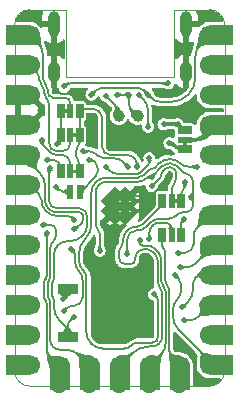
<source format=gbl>
G04 #@! TF.GenerationSoftware,KiCad,Pcbnew,8.0.0*
G04 #@! TF.CreationDate,2024-04-25T20:12:48+07:00*
G04 #@! TF.ProjectId,artemisia,61727465-6d69-4736-9961-2e6b69636164,2*
G04 #@! TF.SameCoordinates,Original*
G04 #@! TF.FileFunction,Copper,L2,Bot*
G04 #@! TF.FilePolarity,Positive*
%FSLAX46Y46*%
G04 Gerber Fmt 4.6, Leading zero omitted, Abs format (unit mm)*
G04 Created by KiCad (PCBNEW 8.0.0) date 2024-04-25 20:12:48*
%MOMM*%
%LPD*%
G01*
G04 APERTURE LIST*
G04 Aperture macros list*
%AMFreePoly0*
4,1,5,0.300000,-0.600000,-0.300000,-0.600000,-0.300000,0.600000,0.300000,0.600000,0.300000,-0.600000,0.300000,-0.600000,$1*%
G04 Aperture macros list end*
G04 #@! TA.AperFunction,ComponentPad*
%ADD10C,1.260000*%
G04 #@! TD*
G04 #@! TA.AperFunction,ComponentPad*
%ADD11C,1.700000*%
G04 #@! TD*
G04 #@! TA.AperFunction,SMDPad,CuDef*
%ADD12R,1.700000X2.000000*%
G04 #@! TD*
G04 #@! TA.AperFunction,SMDPad,CuDef*
%ADD13R,2.000000X1.700000*%
G04 #@! TD*
G04 #@! TA.AperFunction,ComponentPad*
%ADD14O,1.000000X2.200000*%
G04 #@! TD*
G04 #@! TA.AperFunction,ComponentPad*
%ADD15O,1.000000X1.800000*%
G04 #@! TD*
G04 #@! TA.AperFunction,SMDPad,CuDef*
%ADD16R,1.700000X0.900000*%
G04 #@! TD*
G04 #@! TA.AperFunction,ComponentPad*
%ADD17C,0.500000*%
G04 #@! TD*
G04 #@! TA.AperFunction,SMDPad,CuDef*
%ADD18C,1.000000*%
G04 #@! TD*
G04 #@! TA.AperFunction,SMDPad,CuDef*
%ADD19FreePoly0,0.000000*%
G04 #@! TD*
G04 #@! TA.AperFunction,SMDPad,CuDef*
%ADD20R,0.600000X1.200000*%
G04 #@! TD*
G04 #@! TA.AperFunction,SMDPad,CuDef*
%ADD21FreePoly0,90.000000*%
G04 #@! TD*
G04 #@! TA.AperFunction,SMDPad,CuDef*
%ADD22R,1.200000X0.600000*%
G04 #@! TD*
G04 #@! TA.AperFunction,SMDPad,CuDef*
%ADD23FreePoly0,180.000000*%
G04 #@! TD*
G04 #@! TA.AperFunction,ViaPad*
%ADD24C,0.500000*%
G04 #@! TD*
G04 #@! TA.AperFunction,Conductor*
%ADD25C,0.200000*%
G04 #@! TD*
G04 #@! TA.AperFunction,Conductor*
%ADD26C,0.150000*%
G04 #@! TD*
G04 #@! TA.AperFunction,Conductor*
%ADD27C,0.300000*%
G04 #@! TD*
G04 #@! TA.AperFunction,Profile*
%ADD28C,0.100000*%
G04 #@! TD*
G04 APERTURE END LIST*
G04 #@! TA.AperFunction,EtchedComponent*
G36*
X14250000Y-11150000D02*
G01*
X14550000Y-11150000D01*
X14550000Y-11650000D01*
X14250000Y-11650000D01*
X14250000Y-11150000D01*
G37*
G04 #@! TD.AperFunction*
G04 #@! TA.AperFunction,EtchedComponent*
G36*
X13450000Y-16350000D02*
G01*
X13950000Y-16350000D01*
X13950000Y-16050000D01*
X13450000Y-16050000D01*
X13450000Y-16350000D01*
G37*
G04 #@! TD.AperFunction*
G04 #@! TA.AperFunction,EtchedComponent*
G36*
X4850000Y-13850000D02*
G01*
X5350000Y-13850000D01*
X5350000Y-13550000D01*
X4850000Y-13550000D01*
X4850000Y-13850000D01*
G37*
G04 #@! TD.AperFunction*
G04 #@! TA.AperFunction,EtchedComponent*
G36*
X4850000Y-10750000D02*
G01*
X5350000Y-10750000D01*
X5350000Y-10450000D01*
X4850000Y-10450000D01*
X4850000Y-10750000D01*
G37*
G04 #@! TD.AperFunction*
G04 #@! TA.AperFunction,EtchedComponent*
G36*
X4050000Y-8750000D02*
G01*
X4550000Y-8750000D01*
X4550000Y-8450000D01*
X4050000Y-8450000D01*
X4050000Y-8750000D01*
G37*
G04 #@! TD.AperFunction*
D10*
X3780000Y-31862500D03*
D11*
X3810000Y-30162500D03*
D12*
X3810000Y-31162500D03*
D10*
X6320000Y-31862500D03*
D11*
X6350000Y-30162500D03*
D12*
X6350000Y-31162500D03*
D10*
X8860000Y-31862500D03*
D11*
X8890000Y-30162500D03*
D12*
X8890000Y-31162500D03*
D10*
X11400000Y-31862500D03*
D11*
X11430000Y-30162500D03*
D12*
X11430000Y-31162500D03*
D10*
X13940000Y-31862500D03*
D11*
X13970000Y-30162500D03*
D12*
X13970000Y-31162500D03*
D10*
X17910000Y-2146300D03*
D11*
X16510000Y-2146300D03*
D13*
X17510000Y-2146300D03*
D10*
X17910000Y-4686300D03*
D11*
X16510000Y-4686300D03*
D13*
X17510000Y-4686300D03*
D10*
X17910000Y-7226300D03*
D11*
X16510000Y-7226300D03*
D13*
X17510000Y-7226300D03*
D10*
X17910000Y-9766300D03*
D11*
X16510000Y-9766300D03*
D13*
X17510000Y-9766300D03*
D10*
X17910000Y-12306300D03*
D11*
X16510000Y-12306300D03*
D13*
X17510000Y-12306300D03*
D10*
X17910000Y-14846300D03*
D11*
X16510000Y-14846300D03*
D13*
X17510000Y-14846300D03*
D10*
X17910000Y-17386300D03*
D11*
X16510000Y-17386300D03*
D13*
X17510000Y-17386300D03*
D10*
X17910000Y-19926300D03*
D11*
X16510000Y-19926300D03*
D13*
X17510000Y-19926300D03*
D10*
X17910000Y-22466300D03*
D11*
X16510000Y-22466300D03*
D13*
X17510000Y-22466300D03*
D10*
X17910000Y-25006300D03*
D11*
X16510000Y-25006300D03*
D13*
X17510000Y-25006300D03*
D10*
X17910000Y-27546300D03*
D11*
X16510000Y-27546300D03*
D13*
X17510000Y-27546300D03*
D10*
X17910000Y-30086300D03*
D11*
X16510000Y-30086300D03*
D13*
X17510000Y-30086300D03*
D10*
X-130000Y-2146300D03*
D11*
X1270000Y-2146300D03*
D13*
X270000Y-2146300D03*
D10*
X-130000Y-4686300D03*
D11*
X1270000Y-4686300D03*
D13*
X270000Y-4686300D03*
D10*
X-130000Y-7226300D03*
D11*
X1270000Y-7226300D03*
D13*
X270000Y-7226300D03*
D10*
X-130000Y-9766300D03*
D11*
X1270000Y-9766300D03*
D13*
X270000Y-9766300D03*
D10*
X-130000Y-12306300D03*
D11*
X1270000Y-12306300D03*
D13*
X270000Y-12306300D03*
D10*
X-130000Y-14846300D03*
D11*
X1270000Y-14846300D03*
D13*
X270000Y-14846300D03*
D10*
X-130000Y-17386300D03*
D11*
X1270000Y-17386300D03*
D13*
X270000Y-17386300D03*
D10*
X-130000Y-19926300D03*
D11*
X1270000Y-19926300D03*
D13*
X270000Y-19926300D03*
D10*
X-130000Y-22466300D03*
D11*
X1270000Y-22466300D03*
D13*
X270000Y-22466300D03*
D10*
X-130000Y-25006300D03*
D11*
X1270000Y-25006300D03*
D13*
X270000Y-25006300D03*
D10*
X-130000Y-27546300D03*
D11*
X1270000Y-27546300D03*
D13*
X270000Y-27546300D03*
D10*
X-130000Y-30086300D03*
D11*
X1270000Y-30086300D03*
D13*
X270000Y-30086300D03*
D14*
X3328000Y-1250474D03*
D15*
X3328000Y-5250474D03*
D14*
X14478000Y-1250474D03*
D15*
X14478000Y-5250474D03*
D16*
X4500000Y-23650000D03*
X4500000Y-27750000D03*
D17*
X8040000Y-17450000D03*
X8890000Y-17450000D03*
X9740000Y-17450000D03*
X8040000Y-16600000D03*
X8890000Y-16600000D03*
X9740000Y-16600000D03*
X8040000Y-15750000D03*
X8890000Y-15750000D03*
X9740000Y-15750000D03*
D18*
X8800000Y-9000000D03*
D19*
X12500000Y-19100000D03*
D20*
X13300000Y-19100000D03*
D19*
X14100000Y-19100000D03*
D21*
X14400000Y-11800000D03*
D22*
X14400000Y-11000000D03*
D21*
X14400000Y-10200000D03*
D23*
X14100000Y-16200000D03*
D20*
X13300000Y-16200000D03*
D23*
X12500000Y-16200000D03*
D18*
X10400000Y-9000000D03*
D23*
X5500000Y-13700000D03*
D20*
X4700000Y-13700000D03*
D23*
X3900000Y-13700000D03*
X5500000Y-10600000D03*
D20*
X4700000Y-10600000D03*
D23*
X3900000Y-10600000D03*
X5500000Y-8600000D03*
D20*
X4700000Y-8600000D03*
D23*
X3900000Y-8600000D03*
D20*
X5500000Y-15400000D03*
X4700000Y-15400000D03*
D24*
X8890000Y-25500000D03*
X6100000Y-20400000D03*
X12400000Y-7200000D03*
X5700000Y-7000000D03*
X13200000Y-10500000D03*
X14200000Y-28600000D03*
X6300000Y-11400000D03*
X7100000Y-22900000D03*
X10900000Y-21000000D03*
X13050000Y-14000000D03*
X11500000Y-11800000D03*
X10800000Y-23225000D03*
X6800000Y-9500000D03*
X13200000Y-12100000D03*
X13800000Y-9700000D03*
X4200000Y-6500000D03*
X13000000Y-6250481D03*
X12600000Y-9700000D03*
X9653000Y-7200000D03*
X8653000Y-7200000D03*
X7700000Y-7300000D03*
X5000000Y-26000000D03*
X14950000Y-15850000D03*
X13100000Y-11300000D03*
X3000000Y-13450000D03*
X7200000Y-20400000D03*
X9520000Y-20700000D03*
X11600000Y-14150000D03*
X4100000Y-24500000D03*
X10600000Y-19500000D03*
X5000000Y-18600000D03*
X2700000Y-12700000D03*
X5000000Y-17800000D03*
X11600000Y-14950000D03*
X3600000Y-11400000D03*
X9600000Y-13300000D03*
X5800000Y-12000000D03*
X2700000Y-18900000D03*
X2400000Y-18200000D03*
X4800000Y-20300000D03*
X4200000Y-25500000D03*
X11400000Y-12600000D03*
X7700000Y-13300000D03*
X14000000Y-21800000D03*
X13800000Y-20600000D03*
X13600000Y-22500000D03*
X14200000Y-25200000D03*
X14300000Y-26300000D03*
X11303000Y-7200000D03*
X6503000Y-7200000D03*
X15400000Y-13300000D03*
X11800000Y-24100000D03*
X11303000Y-9900000D03*
X10503000Y-7200000D03*
X3500000Y-15000000D03*
X14400000Y-14600000D03*
X6300000Y-12700000D03*
X11400000Y-19400000D03*
X10350000Y-13300000D03*
X2300000Y-11000000D03*
X14300000Y-17750000D03*
D25*
X3328000Y-6504952D02*
X3328000Y-5250474D01*
X5450256Y-7125480D02*
X3948528Y-7125480D01*
X3524264Y-6949744D02*
X3503736Y-6929216D01*
X5700000Y-7000000D02*
X5662388Y-7037612D01*
D26*
X9740000Y-15750000D02*
X11135786Y-15750000D01*
X11842893Y-15457107D02*
X12947488Y-14352512D01*
X13050000Y-14105025D02*
X13050000Y-14000000D01*
D25*
X5450256Y-7125480D02*
G75*
G03*
X5662406Y-7037630I44J299980D01*
G01*
D26*
X13050000Y-14105025D02*
G75*
G02*
X12947475Y-14352499I-350000J25D01*
G01*
D25*
X3503737Y-6929215D02*
G75*
G02*
X3328035Y-6504952I424263J424215D01*
G01*
X3948528Y-7125480D02*
G75*
G02*
X3524254Y-6949754I-28J599980D01*
G01*
D26*
X11135786Y-15750000D02*
G75*
G03*
X11842900Y-15457114I14J1000000D01*
G01*
D25*
X13000000Y-6250481D02*
X4656626Y-6250481D01*
D27*
X12600000Y-9700000D02*
X13800000Y-9700000D01*
D25*
X4303072Y-6396928D02*
X4200000Y-6500000D01*
D27*
X14400000Y-10200000D02*
X14300000Y-10200000D01*
X14300000Y-10200000D02*
X13800000Y-9700000D01*
D25*
X4303072Y-6396928D02*
G75*
G02*
X4656626Y-6250505I353528J-353572D01*
G01*
D26*
X9653000Y-7838786D02*
X9653000Y-7200000D01*
X10400000Y-9000000D02*
X9945893Y-8545893D01*
X9653000Y-7200000D02*
X8653000Y-7200000D01*
X9945893Y-8545893D02*
G75*
G02*
X9653010Y-7838786I707107J707093D01*
G01*
X8800000Y-8814214D02*
X8800000Y-9000000D01*
X7700000Y-7300000D02*
X8507107Y-8107107D01*
X8507107Y-8107107D02*
G75*
G02*
X8799990Y-8814214I-707107J-707093D01*
G01*
D25*
X15100000Y-14507107D02*
X15100000Y-15555025D01*
X9739670Y-18950330D02*
X9770330Y-18919670D01*
X3090380Y-16607854D02*
X3116665Y-16634139D01*
X2900000Y-13674264D02*
X2900000Y-16148235D01*
X6850960Y-15493900D02*
X6850960Y-18192382D01*
X4699390Y-19600000D02*
X4476346Y-19600000D01*
X11600000Y-14150000D02*
X12490686Y-13259314D01*
X3663173Y-19936827D02*
X3661347Y-19938653D01*
X14802513Y-14002513D02*
X14953554Y-14153554D01*
X5916820Y-17014900D02*
X5960579Y-17058659D01*
X14554594Y-13900000D02*
X14555025Y-13900000D01*
D27*
X13402513Y-11402513D02*
X13653554Y-11653554D01*
D25*
X4500000Y-26707107D02*
X4500000Y-27414214D01*
X3576285Y-16824520D02*
X5457201Y-16824520D01*
X10441794Y-14575000D02*
X7769860Y-14575000D01*
X11149206Y-14281802D02*
X11148901Y-14282107D01*
X3324520Y-20751826D02*
X3324520Y-22835100D01*
X10300660Y-18700000D02*
X10385786Y-18700000D01*
X7012052Y-18581291D02*
X7038909Y-18608148D01*
X12297056Y-17700000D02*
X13027208Y-17700000D01*
X13056371Y-13025000D02*
X13203248Y-13025000D01*
X3236652Y-23047232D02*
X3212868Y-23071016D01*
X14997487Y-15802513D02*
X14950000Y-15850000D01*
X13768934Y-13259315D02*
X14307107Y-13797488D01*
X2987868Y-13512132D02*
X3000000Y-13500000D01*
X15100000Y-16572183D02*
X15100000Y-16103553D01*
X5726264Y-19173736D02*
X5724695Y-19175305D01*
D27*
X13100000Y-11300000D02*
X13155025Y-11300000D01*
D25*
X4500000Y-27414214D02*
X4500000Y-27750000D01*
X6150960Y-17518279D02*
X6150960Y-18148431D01*
X15026776Y-15926776D02*
X14950000Y-15850000D01*
X9520000Y-20700000D02*
X9520000Y-19480660D01*
X11092893Y-18407107D02*
X11448528Y-18051472D01*
D27*
X14007107Y-11800000D02*
X14400000Y-11800000D01*
D25*
X4646447Y-26353553D02*
X5000000Y-26000000D01*
X14911092Y-16988908D02*
X14938909Y-16961091D01*
X7133464Y-14838604D02*
X7114564Y-14857504D01*
X3763860Y-26263860D02*
X4207107Y-26707107D01*
X3324520Y-24564901D02*
X3324520Y-25203200D01*
X3212868Y-24328985D02*
X3236652Y-24352769D01*
X13663604Y-17436396D02*
X13686396Y-17413604D01*
X11600000Y-14150000D02*
X11467404Y-14150000D01*
X14322792Y-17150000D02*
X14522183Y-17150000D01*
X7200000Y-18997056D02*
X7200000Y-20400000D01*
X3125000Y-23283148D02*
X3125000Y-24116853D01*
X11148901Y-14282107D02*
G75*
G02*
X10441794Y-14574996I-707101J707107D01*
G01*
X14307107Y-13797488D02*
G75*
G03*
X14554594Y-13900004I247493J247488D01*
G01*
X11149206Y-14281802D02*
G75*
G02*
X11467404Y-14150003I318194J-318198D01*
G01*
X5960579Y-17058659D02*
G75*
G02*
X6150986Y-17518279I-459579J-459641D01*
G01*
X4646447Y-26353553D02*
G75*
G03*
X4500005Y-26707107I353553J-353547D01*
G01*
X3324520Y-22835100D02*
G75*
G02*
X3236656Y-23047236I-300020J0D01*
G01*
X9520000Y-19480660D02*
G75*
G02*
X9739672Y-18950332I749990J0D01*
G01*
X15100000Y-15555025D02*
G75*
G02*
X14997474Y-15802500I-350000J25D01*
G01*
X2987868Y-13462132D02*
G75*
G03*
X2899975Y-13674264I212132J-212168D01*
G01*
X3116666Y-16634138D02*
G75*
G03*
X3576285Y-16824524I459634J459638D01*
G01*
X4476346Y-19600000D02*
G75*
G03*
X3663173Y-19936827I4J-1150010D01*
G01*
X14953554Y-14153554D02*
G75*
G02*
X15099995Y-14507107I-353554J-353546D01*
G01*
X10385786Y-18700000D02*
G75*
G03*
X11092900Y-18407114I14J1000000D01*
G01*
X2900000Y-16148235D02*
G75*
G03*
X3090378Y-16607856I650000J-5D01*
G01*
X14555025Y-13900000D02*
G75*
G02*
X14802500Y-14002526I-25J-350000D01*
G01*
X9770330Y-18919670D02*
G75*
G02*
X10300660Y-18699972I530370J-530330D01*
G01*
X3324520Y-24564901D02*
G75*
G03*
X3236657Y-24352764I-300020J1D01*
G01*
X6150960Y-18148431D02*
G75*
G02*
X5726264Y-19173736I-1450000J1D01*
G01*
X14522183Y-17150000D02*
G75*
G03*
X14911101Y-16988917I17J550000D01*
G01*
X13027208Y-17700000D02*
G75*
G03*
X13663600Y-17436392I-8J900000D01*
G01*
X6850960Y-15493900D02*
G75*
G02*
X7114556Y-14857496I900040J0D01*
G01*
D27*
X13155025Y-11300000D02*
G75*
G02*
X13402500Y-11402526I-25J-350000D01*
G01*
D25*
X12297056Y-17700000D02*
G75*
G03*
X11448550Y-18051494I44J-1200000D01*
G01*
D27*
X14007107Y-11800000D02*
G75*
G02*
X13653551Y-11653557I-7J500000D01*
G01*
D25*
X13203248Y-13025000D02*
G75*
G02*
X13768960Y-13259289I52J-800000D01*
G01*
X3661348Y-19938654D02*
G75*
G03*
X3324533Y-20751826I813152J-813146D01*
G01*
X3212869Y-24328984D02*
G75*
G02*
X3125034Y-24116853I212131J212084D01*
G01*
X13686396Y-17413604D02*
G75*
G02*
X14322792Y-17149995I636404J-636396D01*
G01*
X12490686Y-13259314D02*
G75*
G02*
X13056371Y-13024980I565714J-565686D01*
G01*
X15100000Y-16103553D02*
G75*
G03*
X15026753Y-15926799I-250000J-47D01*
G01*
X6850960Y-18192382D02*
G75*
G03*
X7012034Y-18581309I550040J-18D01*
G01*
X7038908Y-18608149D02*
G75*
G02*
X7200030Y-18997056I-388908J-388951D01*
G01*
X15100000Y-16572183D02*
G75*
G02*
X14938918Y-16961100I-550000J-17D01*
G01*
X5457201Y-16824520D02*
G75*
G02*
X5916815Y-17014905I-1J-649980D01*
G01*
X3324520Y-25203200D02*
G75*
G03*
X3763864Y-26263856I1499980J0D01*
G01*
X3212868Y-23071016D02*
G75*
G03*
X3125034Y-23283148I212132J-212084D01*
G01*
X5724695Y-19175305D02*
G75*
G02*
X4699390Y-19599993I-1025295J1025305D01*
G01*
X7769860Y-14575000D02*
G75*
G03*
X7133484Y-14838624I40J-900000D01*
G01*
X4500000Y-27414214D02*
G75*
G03*
X4207109Y-26707105I-1000000J4D01*
G01*
D27*
X4353553Y-24246447D02*
X4100000Y-24500000D01*
X4500000Y-23650000D02*
X4500000Y-23892893D01*
X4353553Y-24246447D02*
G75*
G03*
X4499995Y-23892893I-353553J353547D01*
G01*
D26*
X12800960Y-28170220D02*
X12800960Y-23893785D01*
X10600000Y-19696447D02*
X10600000Y-19500000D01*
X12610580Y-23434166D02*
X12590861Y-23414447D01*
X10701776Y-19901776D02*
X10673223Y-19873223D01*
X11430000Y-30162500D02*
X12361620Y-29230880D01*
X11186292Y-19975000D02*
X10878553Y-19975000D01*
X12400480Y-22954827D02*
X12400480Y-21189188D01*
X12107587Y-20482081D02*
X11893399Y-20267893D01*
X10878553Y-19975000D02*
G75*
G02*
X10701799Y-19901753I47J250000D01*
G01*
X12361620Y-29230880D02*
G75*
G03*
X12800985Y-28170220I-1060620J1060680D01*
G01*
X11893399Y-20267893D02*
G75*
G03*
X11186292Y-19975006I-707099J-707107D01*
G01*
X12590861Y-23414447D02*
G75*
G02*
X12400467Y-22954827I459639J459647D01*
G01*
X10673224Y-19873222D02*
G75*
G02*
X10599968Y-19696447I176776J176822D01*
G01*
X12800960Y-23893785D02*
G75*
G03*
X12610564Y-23434182I-649960J-15D01*
G01*
X12400480Y-21189188D02*
G75*
G03*
X12107577Y-20482091I-999980J-12D01*
G01*
X1270000Y-12970000D02*
X1270000Y-12306300D01*
X5228928Y-18512132D02*
X5679993Y-18061067D01*
X2575480Y-16179102D02*
X2575480Y-14896800D01*
X5426335Y-17149040D02*
X3545418Y-17149040D01*
X2909022Y-16885436D02*
X2839084Y-16815498D01*
X5709283Y-17266303D02*
X5709178Y-17266198D01*
X5826440Y-17707513D02*
X5826440Y-17549145D01*
X2136140Y-13836140D02*
X1270000Y-12970000D01*
X5000000Y-18600000D02*
X5016796Y-18600000D01*
X2575480Y-16179102D02*
G75*
G03*
X2839081Y-16815501I900020J2D01*
G01*
X5016796Y-18600000D02*
G75*
G03*
X5228930Y-18512134I4J300000D01*
G01*
X5826440Y-17549145D02*
G75*
G03*
X5709286Y-17266300I-400000J5D01*
G01*
X5679993Y-18061067D02*
G75*
G03*
X5826437Y-17707513I-353593J353567D01*
G01*
X5709178Y-17266198D02*
G75*
G03*
X5426335Y-17149004I-282878J-282802D01*
G01*
X2909022Y-16885436D02*
G75*
G03*
X3545418Y-17149015I636378J636436D01*
G01*
X2575480Y-14896800D02*
G75*
G03*
X2136140Y-13836140I-1500000J0D01*
G01*
X2056290Y-15632590D02*
X1270000Y-14846300D01*
X3900000Y-13700000D02*
X3900000Y-13369239D01*
X3230761Y-12700000D02*
X2700000Y-12700000D01*
X3709619Y-12909619D02*
X3690380Y-12890380D01*
X5000000Y-17800000D02*
X4795006Y-17595006D01*
X4441453Y-17448560D02*
X3524904Y-17448559D01*
X2275960Y-16199614D02*
X2275960Y-16162920D01*
X2711732Y-17111732D02*
X2612787Y-17012787D01*
X2612787Y-17012787D02*
G75*
G02*
X2275964Y-16199614I813173J813167D01*
G01*
X3709619Y-12909619D02*
G75*
G02*
X3899972Y-13369239I-459619J-459581D01*
G01*
X4795006Y-17595006D02*
G75*
G03*
X4441453Y-17448605I-353506J-353594D01*
G01*
X2275960Y-16162920D02*
G75*
G03*
X2056288Y-15632592I-749990J0D01*
G01*
X2711733Y-17111731D02*
G75*
G03*
X3524904Y-17448558I813167J813161D01*
G01*
X3690379Y-12890381D02*
G75*
G03*
X3230761Y-12700000I-459619J-459619D01*
G01*
X13490381Y-14709619D02*
X13509620Y-14690380D01*
X12425000Y-13950305D02*
X12425000Y-13959315D01*
X12307843Y-14242157D02*
X11600000Y-14950000D01*
X12713174Y-13496446D02*
X12542158Y-13667462D01*
X13300000Y-16200000D02*
X13300000Y-15169239D01*
X13700000Y-14230761D02*
X13700000Y-13857107D01*
X13553553Y-13503553D02*
X13546446Y-13496446D01*
X13192893Y-13350000D02*
X13066727Y-13350000D01*
X13700000Y-13857107D02*
G75*
G03*
X13553556Y-13503550I-500000J7D01*
G01*
X13546446Y-13496446D02*
G75*
G03*
X13192893Y-13350005I-353546J-353554D01*
G01*
X12425000Y-13959315D02*
G75*
G02*
X12307836Y-14242150I-400000J15D01*
G01*
X13300000Y-15169239D02*
G75*
G02*
X13490362Y-14709600I650000J39D01*
G01*
X13066727Y-13350000D02*
G75*
G03*
X12713161Y-13496433I-27J-500000D01*
G01*
X12542158Y-13667462D02*
G75*
G03*
X12425004Y-13950305I282842J-282838D01*
G01*
X13509620Y-14690380D02*
G75*
G03*
X13699972Y-14230761I-459620J459580D01*
G01*
X3900000Y-10600000D02*
X3900000Y-11100000D01*
X8485786Y-12600000D02*
X7587074Y-12600000D01*
X7056744Y-12380330D02*
X6896084Y-12219670D01*
X3900000Y-11100000D02*
X3600000Y-11400000D01*
X6365754Y-12000000D02*
X5800000Y-12000000D01*
X3900000Y-8600000D02*
X3900000Y-10600000D01*
X9600000Y-13300000D02*
X9192893Y-12892893D01*
X7587074Y-12600000D02*
G75*
G02*
X7056757Y-12380317I26J750000D01*
G01*
X9192893Y-12892893D02*
G75*
G03*
X8485786Y-12600010I-707093J-707107D01*
G01*
X6896084Y-12219670D02*
G75*
G03*
X6365754Y-12000033I-530284J-530330D01*
G01*
X2500000Y-24375736D02*
X2500000Y-23024264D01*
X2612132Y-24612132D02*
X2587868Y-24587868D01*
X3810000Y-30162500D02*
X2992893Y-29345393D01*
X2700000Y-28638286D02*
X2700000Y-24824264D01*
X2587868Y-22812132D02*
X2612132Y-22787868D01*
X2700000Y-22575736D02*
X2700000Y-18900000D01*
X2612132Y-24612132D02*
G75*
G02*
X2700025Y-24824264I-212132J-212168D01*
G01*
X2500000Y-23024264D02*
G75*
G02*
X2587866Y-22812130I300000J4D01*
G01*
X2700000Y-28638286D02*
G75*
G03*
X2992891Y-29345395I1000000J-4D01*
G01*
X2587868Y-24587868D02*
G75*
G02*
X2499975Y-24375736I212132J212168D01*
G01*
X2612132Y-22787868D02*
G75*
G03*
X2700025Y-22575736I-212132J212168D01*
G01*
X2999520Y-22700480D02*
X2999520Y-20252562D01*
X2999520Y-27947438D02*
X2999520Y-24699520D01*
X2992893Y-18200000D02*
X2400000Y-18200000D01*
X3353553Y-18353553D02*
X3346446Y-18346446D01*
X2800000Y-24251472D02*
X2800000Y-23148528D01*
X3248479Y-19651521D02*
X3251041Y-19648959D01*
X2911652Y-24487388D02*
X2887868Y-24463604D01*
X3251041Y-28551041D02*
X3248479Y-28548479D01*
X3500000Y-19047918D02*
X3500000Y-18707107D01*
X6350000Y-30162500D02*
X5426840Y-29239340D01*
X2887868Y-22936396D02*
X2911652Y-22912612D01*
X4366180Y-28800000D02*
X3852082Y-28800000D01*
X2911651Y-24487389D02*
G75*
G02*
X2999499Y-24699520I-212151J-212111D01*
G01*
X3248480Y-28548478D02*
G75*
G02*
X2999522Y-27947438I601040J601038D01*
G01*
X3852082Y-28800000D02*
G75*
G02*
X3251050Y-28551032I18J850000D01*
G01*
X3500000Y-18707107D02*
G75*
G03*
X3353556Y-18353550I-500000J7D01*
G01*
X2887868Y-24463604D02*
G75*
G02*
X2800020Y-24251472I212132J212104D01*
G01*
X2800000Y-23148528D02*
G75*
G02*
X2887869Y-22936397I300000J-2D01*
G01*
X3346446Y-18346446D02*
G75*
G03*
X2992893Y-18200005I-353546J-353554D01*
G01*
X3251041Y-19648959D02*
G75*
G03*
X3500013Y-19047918I-601041J601059D01*
G01*
X2911651Y-22912611D02*
G75*
G03*
X2999499Y-22700480I-212151J212111D01*
G01*
X5426839Y-29239341D02*
G75*
G03*
X4366180Y-28800001I-1060659J-1060659D01*
G01*
X2999520Y-20252562D02*
G75*
G02*
X3248478Y-19651520I850000J2D01*
G01*
X4800000Y-20300000D02*
X4978554Y-20478554D01*
X5745191Y-22889734D02*
X5745191Y-24344149D01*
X5432538Y-22142157D02*
X5437652Y-22147271D01*
X4453553Y-25246447D02*
X4200000Y-25500000D01*
X5125000Y-20832107D02*
X5125000Y-21399694D01*
X4989340Y-25100000D02*
X4807107Y-25100000D01*
X5525521Y-24874479D02*
X5519670Y-24880330D01*
X5437652Y-22147271D02*
G75*
G02*
X5745169Y-22889734I-742452J-742429D01*
G01*
X5519670Y-24880330D02*
G75*
G02*
X4989340Y-25100028I-530370J530330D01*
G01*
X5525521Y-24874479D02*
G75*
G03*
X5745157Y-24344149I-530321J530279D01*
G01*
X4453553Y-25246447D02*
G75*
G02*
X4807107Y-25100005I353547J-353553D01*
G01*
X5125000Y-21399694D02*
G75*
G03*
X5432535Y-22142160I1050000J-6D01*
G01*
X5125000Y-20832107D02*
G75*
G03*
X4978557Y-20478551I-500000J7D01*
G01*
X10410729Y-13900000D02*
X8714214Y-13900000D01*
X11297487Y-13178927D02*
X10693571Y-13782843D01*
X8007107Y-13607107D02*
X7700000Y-13300000D01*
X11400000Y-12931439D02*
X11400000Y-12600000D01*
X11400000Y-12931439D02*
G75*
G02*
X11297467Y-13178907I-350000J39D01*
G01*
X10693571Y-13782843D02*
G75*
G02*
X10410729Y-13900020I-282871J282843D01*
G01*
X8714214Y-13900000D02*
G75*
G02*
X8007100Y-13607114I-14J1000000D01*
G01*
X14000000Y-21800000D02*
X14585786Y-21800000D01*
X16397286Y-19926300D02*
X16510000Y-19926300D01*
X16510000Y-20290000D02*
X16510000Y-19926300D01*
X15292893Y-21507107D02*
X16510000Y-20290000D01*
X14585786Y-21800000D02*
G75*
G03*
X15292900Y-21507114I14J1000000D01*
G01*
X13800000Y-20600000D02*
X14389340Y-20600000D01*
X15150000Y-19839340D02*
X15150000Y-19160514D01*
X14919670Y-20380330D02*
X14930330Y-20369670D01*
X15442893Y-18453407D02*
X16510000Y-17386300D01*
X15150000Y-19160514D02*
G75*
G02*
X15442886Y-18453400I1000000J14D01*
G01*
X15150000Y-19839340D02*
G75*
G02*
X14930310Y-20369650I-750000J40D01*
G01*
X14919670Y-20380330D02*
G75*
G02*
X14389340Y-20600028I-530370J530330D01*
G01*
X13400000Y-25978680D02*
X13400000Y-25376346D01*
X16510000Y-30086300D02*
X16510000Y-29710000D01*
X13736827Y-24563173D02*
X13763173Y-24536827D01*
X14100000Y-23723654D02*
X14100000Y-23310660D01*
X13880330Y-22780330D02*
X13600000Y-22500000D01*
X16510000Y-29710000D02*
X13839340Y-27039340D01*
X14100000Y-23310660D02*
G75*
G03*
X13880310Y-22780350I-750000J-40D01*
G01*
X13400000Y-25978680D02*
G75*
G03*
X13839330Y-27039350I1500000J-20D01*
G01*
X13763172Y-24536826D02*
G75*
G03*
X14099967Y-23723654I-813172J813126D01*
G01*
X13400000Y-25376346D02*
G75*
G02*
X13736824Y-24563170I1150000J6D01*
G01*
X15305026Y-22694974D02*
X15328675Y-22671325D01*
X14200000Y-25200000D02*
X14660660Y-24739340D01*
X15823649Y-22466300D02*
X16510000Y-22466300D01*
X15100000Y-23678680D02*
X15100000Y-23189949D01*
X15100000Y-23678680D02*
G75*
G02*
X14660670Y-24739350I-1500000J-20D01*
G01*
X15328676Y-22671326D02*
G75*
G02*
X15823649Y-22466265I495024J-494974D01*
G01*
X15100000Y-23189949D02*
G75*
G02*
X15305001Y-22694949I700000J49D01*
G01*
X16510000Y-25006300D02*
X15509193Y-26007107D01*
X14802086Y-26300000D02*
X14300000Y-26300000D01*
X14802086Y-26300000D02*
G75*
G03*
X15509200Y-26007114I14J1000000D01*
G01*
D25*
X14685787Y-7214213D02*
X14714214Y-7185786D01*
X11303000Y-7200000D02*
X11610107Y-7507107D01*
X7413660Y-6600000D02*
X10392340Y-6600000D01*
X15300000Y-5771573D02*
X15300000Y-3977620D01*
X15739340Y-2916960D02*
X16510000Y-2146300D01*
X10922670Y-6819670D02*
X11303000Y-7200000D01*
X6503000Y-7200000D02*
X6883330Y-6819670D01*
X12317214Y-7800000D02*
X13271573Y-7800000D01*
X12317214Y-7800000D02*
G75*
G02*
X11610100Y-7507114I-14J1000000D01*
G01*
X15300000Y-5771573D02*
G75*
G02*
X14714213Y-7185785I-2000000J3D01*
G01*
X7413660Y-6600000D02*
G75*
G03*
X6883350Y-6819690I40J-750000D01*
G01*
X13271573Y-7800000D02*
G75*
G03*
X14685801Y-7214227I27J2000000D01*
G01*
X15300000Y-3977620D02*
G75*
G02*
X15739330Y-2916950I1500000J20D01*
G01*
X10392340Y-6600000D02*
G75*
G02*
X10922650Y-6819690I-40J-750000D01*
G01*
X6489950Y-28289950D02*
X6480242Y-28280242D01*
X5762652Y-22012652D02*
X5757538Y-22007538D01*
X12254251Y-13000775D02*
X12254251Y-12997183D01*
X13987132Y-12982538D02*
X13997056Y-12992462D01*
X12015349Y-28025008D02*
X12004712Y-28035645D01*
X6852432Y-14624662D02*
X6900622Y-14576472D01*
X13032069Y-12675000D02*
X13244670Y-12675000D01*
X6070191Y-27290292D02*
X6070191Y-22755115D01*
X11603496Y-13477513D02*
X11632538Y-13477513D01*
X9247918Y-28700000D02*
X7479899Y-28700000D01*
X11880025Y-13375001D02*
X12254251Y-13000775D01*
X12176440Y-24683547D02*
X12176440Y-27636100D01*
X14739518Y-13300000D02*
X15400000Y-13300000D01*
X11615803Y-28196737D02*
X10455345Y-28196737D01*
X5962563Y-19432412D02*
X5988397Y-19406578D01*
X10916059Y-14019975D02*
X11356008Y-13580026D01*
X11800000Y-24100000D02*
X12029993Y-24329993D01*
X9854304Y-28445696D02*
X9848959Y-28451041D01*
X6500960Y-18169141D02*
X6500960Y-15473190D01*
X7749150Y-14225000D02*
X10421085Y-14225000D01*
X5450000Y-21265075D02*
X5450000Y-20669849D01*
X11356009Y-13580027D02*
G75*
G02*
X11603496Y-13477507I247491J-247473D01*
G01*
X6900623Y-14576473D02*
G75*
G02*
X7749150Y-14225001I848527J-848527D01*
G01*
X12254252Y-12997184D02*
G75*
G02*
X13032069Y-12674979I777848J-777816D01*
G01*
X5757539Y-22007537D02*
G75*
G02*
X5450018Y-21265075I742461J742437D01*
G01*
X13244670Y-12675000D02*
G75*
G02*
X13987147Y-12982523I30J-1050000D01*
G01*
X12176440Y-27636100D02*
G75*
G02*
X12015358Y-28025017I-550040J0D01*
G01*
X11632538Y-13477513D02*
G75*
G03*
X11880009Y-13374985I-38J350013D01*
G01*
X5450000Y-20669849D02*
G75*
G02*
X5962564Y-19432413I1750000J-1D01*
G01*
X6500960Y-15473190D02*
G75*
G02*
X6852429Y-14624659I1200040J-10D01*
G01*
X6480243Y-28280241D02*
G75*
G02*
X6070200Y-27290292I989957J989941D01*
G01*
X12029993Y-24329993D02*
G75*
G02*
X12176395Y-24683547I-353593J-353507D01*
G01*
X6070191Y-22755115D02*
G75*
G03*
X5762650Y-22012654I-1050001J-5D01*
G01*
X10421085Y-14225000D02*
G75*
G03*
X10916067Y-14019983I15J700000D01*
G01*
X5988396Y-19406577D02*
G75*
G03*
X6500960Y-18169141I-1237436J1237437D01*
G01*
X7479899Y-28700000D02*
G75*
G02*
X6489951Y-28289949I1J1400000D01*
G01*
X12004711Y-28035644D02*
G75*
G02*
X11615803Y-28196727I-388911J388944D01*
G01*
X9848959Y-28451041D02*
G75*
G02*
X9247918Y-28700013I-601059J601041D01*
G01*
X13997056Y-12992462D02*
G75*
G03*
X14739518Y-13299987I742444J742462D01*
G01*
X10455345Y-28196737D02*
G75*
G03*
X9854289Y-28445681I-45J-849963D01*
G01*
D26*
X11303000Y-9900000D02*
X11303000Y-8621320D01*
X10863660Y-7560660D02*
X10503000Y-7200000D01*
X10863660Y-7560660D02*
G75*
G02*
X11302985Y-8621320I-1060660J-1060640D01*
G01*
X3500000Y-15000000D02*
X3753553Y-15253553D01*
X4107107Y-15400000D02*
X4700000Y-15400000D01*
X3753553Y-15253553D02*
G75*
G03*
X4107107Y-15399995I353547J353553D01*
G01*
X10885249Y-18155811D02*
X12500000Y-16541060D01*
X12227199Y-28272778D02*
X12252481Y-28247496D01*
X10200000Y-20989949D02*
X10200000Y-21113604D01*
X8800000Y-20951472D02*
X8800000Y-20560199D01*
X10068198Y-21431802D02*
X10056802Y-21443198D01*
X8990381Y-20100579D02*
X9005100Y-20085860D01*
X12501440Y-27646455D02*
X12501440Y-24017850D01*
X10269791Y-18375480D02*
X10354920Y-18375480D01*
X11359190Y-28521737D02*
X11626158Y-28521737D01*
X9488373Y-18742687D02*
X9562686Y-18668374D01*
X8890000Y-30162500D02*
X9944976Y-29107524D01*
X8999264Y-21399264D02*
X8975736Y-21375736D01*
X9195480Y-19626241D02*
X9195480Y-19449794D01*
X10420454Y-20479546D02*
X10405025Y-20494975D01*
X12311060Y-23558231D02*
X12291341Y-23538512D01*
X12100960Y-23078892D02*
X12100960Y-21209700D01*
X11881290Y-20679370D02*
X11696110Y-20494190D01*
X12500000Y-16541060D02*
X12500000Y-16200000D01*
X11165780Y-20274520D02*
X10915429Y-20274520D01*
X9738604Y-21575000D02*
X9423528Y-21575000D01*
X9005099Y-20085859D02*
G75*
G03*
X9195514Y-19626241I-459599J459659D01*
G01*
X12501440Y-24017850D02*
G75*
G03*
X12311093Y-23558198I-650040J50D01*
G01*
X10354920Y-18375480D02*
G75*
G03*
X10885235Y-18155797I-20J749980D01*
G01*
X11696110Y-20494190D02*
G75*
G03*
X11165780Y-20274529I-530310J-530310D01*
G01*
X10915429Y-20274520D02*
G75*
G03*
X10420443Y-20479535I-29J-699980D01*
G01*
X12252480Y-28247495D02*
G75*
G03*
X12501396Y-27646455I-601080J600995D01*
G01*
X9423528Y-21575000D02*
G75*
G02*
X8999250Y-21399278I-28J600000D01*
G01*
X9562686Y-18668374D02*
G75*
G02*
X10269791Y-18375482I707114J-707126D01*
G01*
X10200000Y-21113604D02*
G75*
G02*
X10068196Y-21431800I-450000J4D01*
G01*
X10405025Y-20494975D02*
G75*
G03*
X10200035Y-20989949I494975J-494925D01*
G01*
X12100960Y-21209700D02*
G75*
G03*
X11881282Y-20679378I-749960J0D01*
G01*
X8800000Y-20560199D02*
G75*
G02*
X8990382Y-20100580I650000J-1D01*
G01*
X12291342Y-23538511D02*
G75*
G02*
X12100978Y-23078892I459658J459611D01*
G01*
X10056801Y-21443197D02*
G75*
G02*
X9738604Y-21575002I-318201J318197D01*
G01*
X8975736Y-21375736D02*
G75*
G02*
X8800020Y-20951472I424264J424236D01*
G01*
X11626158Y-28521737D02*
G75*
G03*
X12227227Y-28272806I42J850037D01*
G01*
X9195480Y-19449794D02*
G75*
G02*
X9488372Y-18742686I1000020J-6D01*
G01*
X9944977Y-29107525D02*
G75*
G02*
X11359190Y-28521720I1414223J-1414175D01*
G01*
X14400000Y-14600000D02*
X14400000Y-14892893D01*
X14100000Y-15607107D02*
X14100000Y-16400000D01*
X14253553Y-15246447D02*
X14246446Y-15253554D01*
X14246446Y-15253554D02*
G75*
G03*
X14100005Y-15607107I353554J-353546D01*
G01*
X14400000Y-14892893D02*
G75*
G02*
X14253556Y-15246450I-500000J-7D01*
G01*
X2310099Y-6433685D02*
X2290860Y-6414446D01*
X3119238Y-11794974D02*
X3105025Y-11780761D01*
X2709620Y-7509620D02*
X2690861Y-7490861D01*
X4509619Y-11790381D02*
X4490380Y-11809620D01*
X1880810Y-5297110D02*
X1270000Y-4686300D01*
X2500480Y-7031241D02*
X2500480Y-6893305D01*
X2100480Y-5954827D02*
X2100480Y-5827440D01*
X4030761Y-12000000D02*
X3614213Y-12000000D01*
X4700000Y-10600000D02*
X4700000Y-11330761D01*
X2900000Y-11285787D02*
X2900000Y-7969239D01*
X4030761Y-12000000D02*
G75*
G03*
X4490399Y-11809639I39J650000D01*
G01*
X2290860Y-6414446D02*
G75*
G02*
X2100467Y-5954827I459640J459646D01*
G01*
X2900000Y-7969239D02*
G75*
G03*
X2709619Y-7509621I-650000J-1D01*
G01*
X3614213Y-12000000D02*
G75*
G02*
X3119231Y-11794981I-13J700000D01*
G01*
X2690862Y-7490860D02*
G75*
G02*
X2500477Y-7031241I459608J459620D01*
G01*
X2900000Y-11285787D02*
G75*
G03*
X3105018Y-11780768I700000J-13D01*
G01*
X2100480Y-5827440D02*
G75*
G03*
X1880808Y-5297112I-749990J0D01*
G01*
X4509619Y-11790381D02*
G75*
G03*
X4699972Y-11330761I-459619J459581D01*
G01*
X2500480Y-6893305D02*
G75*
G03*
X2310097Y-6433687I-649980J5D01*
G01*
X12890381Y-23290381D02*
X12910100Y-23310100D01*
X13393373Y-29585873D02*
X13970000Y-30162500D01*
X12612132Y-20212132D02*
X12587868Y-20187868D01*
X12500000Y-19975736D02*
X12500000Y-19100000D01*
X12700000Y-20424264D02*
X12700000Y-22830761D01*
X13100480Y-23769719D02*
X13100480Y-28878766D01*
X12700000Y-20424264D02*
G75*
G03*
X12612114Y-20212150I-300000J-36D01*
G01*
X12700000Y-22830761D02*
G75*
G03*
X12890362Y-23290400I650000J-39D01*
G01*
X13393373Y-29585873D02*
G75*
G02*
X13100510Y-28878766I707127J707073D01*
G01*
X12587868Y-20187868D02*
G75*
G02*
X12499975Y-19975736I212132J212168D01*
G01*
X12910100Y-23310100D02*
G75*
G02*
X13100472Y-23769719I-459600J-459600D01*
G01*
X6300000Y-12700000D02*
X6434315Y-12700000D01*
X6717158Y-12817158D02*
X6830330Y-12930330D01*
X7050000Y-13460660D02*
X7050000Y-13656814D01*
X5617474Y-15400000D02*
X5500000Y-15400000D01*
X6830330Y-14187144D02*
X5617474Y-15400000D01*
X7050000Y-13656814D02*
G75*
G02*
X6830323Y-14187137I-750000J14D01*
G01*
X6434315Y-12700000D02*
G75*
G02*
X6717151Y-12817165I-15J-400000D01*
G01*
X6830330Y-12930330D02*
G75*
G02*
X7050028Y-13460660I-530330J-530370D01*
G01*
X11663604Y-18296016D02*
X11671016Y-18288604D01*
X13300000Y-18577817D02*
X13300000Y-19100000D01*
X13136092Y-18186092D02*
X13138909Y-18188909D01*
X12307412Y-18025000D02*
X12747183Y-18025000D01*
X11400000Y-19400000D02*
X11400000Y-18932412D01*
X11663604Y-18296016D02*
G75*
G03*
X11400009Y-18932412I636396J-636384D01*
G01*
X13300000Y-18577817D02*
G75*
G03*
X13138918Y-18188900I-550000J17D01*
G01*
X11671016Y-18288604D02*
G75*
G02*
X12307412Y-18025009I636384J-636396D01*
G01*
X12747183Y-18025000D02*
G75*
G02*
X13136101Y-18186083I17J-550000D01*
G01*
X2941784Y-7318198D02*
X2931802Y-7308216D01*
X2400000Y-5830761D02*
X2400000Y-3897620D01*
X4700000Y-8600000D02*
X4700000Y-7865685D01*
X1960660Y-2836960D02*
X1270000Y-2146300D01*
X4582842Y-7582842D02*
X4567157Y-7567157D01*
X4284315Y-7450000D02*
X3259982Y-7450000D01*
X2800000Y-6990018D02*
X2800000Y-6769239D01*
X2609619Y-6309619D02*
X2590380Y-6290380D01*
X4700000Y-7865685D02*
G75*
G03*
X4582835Y-7582849I-400000J-15D01*
G01*
X2590380Y-6290380D02*
G75*
G02*
X2400028Y-5830761I459620J459580D01*
G01*
X2800000Y-6769239D02*
G75*
G03*
X2609616Y-6309622I-649990J-1D01*
G01*
X2931802Y-7308216D02*
G75*
G02*
X2799988Y-6990018I318198J318216D01*
G01*
X4284315Y-7450000D02*
G75*
G02*
X4567150Y-7567164I-15J-400000D01*
G01*
X2400000Y-3897620D02*
G75*
G03*
X1960660Y-2836960I-1500000J0D01*
G01*
X3259982Y-7450000D02*
G75*
G02*
X2941793Y-7318189I18J450000D01*
G01*
X7167588Y-8619670D02*
X7180330Y-8632412D01*
X7400000Y-9162742D02*
X7400000Y-11630761D01*
X10350000Y-13060660D02*
X10350000Y-13300000D01*
X5200000Y-12392893D02*
X5200000Y-11930685D01*
X5500000Y-13700000D02*
X5500000Y-13107107D01*
X8069719Y-12300480D02*
X9589820Y-12300480D01*
X5700000Y-8400000D02*
X6637258Y-8400000D01*
X7590381Y-12090381D02*
X7610100Y-12110100D01*
X5500000Y-8600000D02*
X5500000Y-10600000D01*
X10120150Y-12520150D02*
X10130330Y-12530330D01*
X5500000Y-11216471D02*
X5500000Y-10600000D01*
X5346447Y-11577131D02*
X5353554Y-11570024D01*
X5500000Y-8600000D02*
X5700000Y-8400000D01*
X5353553Y-12753553D02*
X5346446Y-12746446D01*
X8069719Y-12300480D02*
G75*
G02*
X7610095Y-12110105I-19J649980D01*
G01*
X7400000Y-9162742D02*
G75*
G03*
X7180329Y-8632413I-749990J2D01*
G01*
X5500000Y-11216471D02*
G75*
G02*
X5353553Y-11570023I-500000J1D01*
G01*
X5346448Y-11577132D02*
G75*
G03*
X5199990Y-11930685I353552J-353568D01*
G01*
X5500000Y-13107107D02*
G75*
G03*
X5353556Y-12753550I-500000J7D01*
G01*
X9589820Y-12300480D02*
G75*
G02*
X10120144Y-12520156I-20J-750020D01*
G01*
X5200000Y-12392893D02*
G75*
G03*
X5346443Y-12746449I500000J-7D01*
G01*
X7590381Y-12090381D02*
G75*
G02*
X7400028Y-11630761I459619J459581D01*
G01*
X10130330Y-12530330D02*
G75*
G02*
X10350028Y-13060660I-530330J-530370D01*
G01*
X6637258Y-8400000D02*
G75*
G02*
X7167609Y-8619649I42J-750000D01*
G01*
X2446447Y-11546447D02*
X2907107Y-12007107D01*
X3614214Y-12300000D02*
X4030761Y-12300000D01*
X4700000Y-12969239D02*
X4700000Y-13700000D01*
X4490381Y-12490381D02*
X4509620Y-12509620D01*
X2300000Y-11000000D02*
X2300000Y-11192893D01*
X4490381Y-12490381D02*
G75*
G03*
X4030761Y-12300028I-459581J-459619D01*
G01*
X4509620Y-12509620D02*
G75*
G02*
X4699972Y-12969239I-459620J-459580D01*
G01*
X3614214Y-12300000D02*
G75*
G02*
X2907100Y-12007114I-14J1000000D01*
G01*
X2300000Y-11192893D02*
G75*
G03*
X2446444Y-11546450I500000J-7D01*
G01*
D27*
X15389340Y-11000000D02*
X14400000Y-11000000D01*
X16510000Y-10190000D02*
X16510000Y-9766300D01*
X15919670Y-10780330D02*
X16510000Y-10190000D01*
X15389340Y-11000000D02*
G75*
G03*
X15919650Y-10780310I-40J750000D01*
G01*
D26*
X14173224Y-17876776D02*
X14300000Y-17750000D01*
X14100000Y-19100000D02*
X14100000Y-18053553D01*
X14100000Y-18053553D02*
G75*
G02*
X14173247Y-17876799I250000J-47D01*
G01*
G04 #@! TA.AperFunction,Conductor*
G36*
X13638492Y-27304929D02*
G01*
X13645060Y-27311044D01*
X14462006Y-28127989D01*
X15262287Y-28928270D01*
X15278462Y-28950543D01*
X15279543Y-28949854D01*
X15282869Y-28955066D01*
X15428706Y-29140564D01*
X15450156Y-29181627D01*
X15475535Y-29264704D01*
X15480797Y-29309203D01*
X15472632Y-29442785D01*
X15471121Y-29456002D01*
X15430042Y-29700175D01*
X15428347Y-29711871D01*
X15428222Y-29712906D01*
X15427057Y-29724717D01*
X15402186Y-30054175D01*
X15401633Y-30063923D01*
X15401601Y-30064782D01*
X15401384Y-30076004D01*
X15400872Y-30085174D01*
X15400768Y-30086298D01*
X15400768Y-30086307D01*
X15419654Y-30290119D01*
X15427793Y-30318723D01*
X15475672Y-30487001D01*
X15566912Y-30670235D01*
X15566913Y-30670236D01*
X15690266Y-30833584D01*
X15841536Y-30971485D01*
X16015566Y-31079240D01*
X16015568Y-31079240D01*
X16015573Y-31079244D01*
X16206444Y-31153188D01*
X16407653Y-31190800D01*
X16407655Y-31190800D01*
X16664530Y-31190800D01*
X16664539Y-31190799D01*
X17336879Y-31190799D01*
X17405000Y-31210801D01*
X17451493Y-31264457D01*
X17461597Y-31334731D01*
X17432691Y-31398627D01*
X17378757Y-31461777D01*
X17364778Y-31475755D01*
X17234348Y-31587153D01*
X17218352Y-31598774D01*
X17072093Y-31688401D01*
X17054477Y-31697377D01*
X16896008Y-31763017D01*
X16877204Y-31769127D01*
X16710414Y-31809170D01*
X16690887Y-31812263D01*
X16527812Y-31825098D01*
X16514929Y-31826112D01*
X16505044Y-31826500D01*
X15200500Y-31826500D01*
X15132379Y-31806498D01*
X15085886Y-31752842D01*
X15074500Y-31700500D01*
X15074499Y-30219396D01*
X15075037Y-30207769D01*
X15079232Y-30162504D01*
X15079232Y-30162495D01*
X15060345Y-29958680D01*
X15049645Y-29921073D01*
X15004328Y-29761799D01*
X14913088Y-29578565D01*
X14845279Y-29488771D01*
X14789733Y-29415215D01*
X14638463Y-29277314D01*
X14464430Y-29169558D01*
X14464427Y-29169556D01*
X14464425Y-29169555D01*
X14464421Y-29169553D01*
X14379794Y-29136768D01*
X14368115Y-29131547D01*
X14353048Y-29123871D01*
X14334726Y-29118704D01*
X14323410Y-29114925D01*
X14273560Y-29095613D01*
X14273554Y-29095611D01*
X14217669Y-29085164D01*
X14206626Y-29082581D01*
X14196129Y-29079621D01*
X14023188Y-29030853D01*
X14023185Y-29030852D01*
X14023170Y-29030848D01*
X14005843Y-29026600D01*
X14004287Y-29026275D01*
X14004276Y-29026273D01*
X14004266Y-29026271D01*
X13996186Y-29024872D01*
X13986555Y-29023204D01*
X13697490Y-28983404D01*
X13686993Y-28981502D01*
X13613523Y-28964954D01*
X13556102Y-28952020D01*
X13494042Y-28917538D01*
X13460476Y-28854977D01*
X13460448Y-28854842D01*
X13459687Y-28851198D01*
X13448915Y-28799584D01*
X13432638Y-28721591D01*
X13429980Y-28695849D01*
X13429980Y-27400153D01*
X13449982Y-27332032D01*
X13503638Y-27285539D01*
X13573912Y-27275435D01*
X13638492Y-27304929D01*
G37*
G04 #@! TD.AperFunction*
G04 #@! TA.AperFunction,Conductor*
G36*
X11050445Y-14868711D02*
G01*
X11086673Y-14929769D01*
X11089304Y-14942999D01*
X11110956Y-15093589D01*
X11110958Y-15093596D01*
X11171223Y-15225558D01*
X11266225Y-15335196D01*
X11388268Y-15413629D01*
X11527464Y-15454500D01*
X11672535Y-15454500D01*
X11672536Y-15454500D01*
X11788185Y-15420543D01*
X11859177Y-15420543D01*
X11918903Y-15458926D01*
X11948396Y-15523507D01*
X11947258Y-15566018D01*
X11940501Y-15599990D01*
X11940500Y-15600001D01*
X11940500Y-16582386D01*
X11920498Y-16650507D01*
X11903595Y-16671481D01*
X10693563Y-17881512D01*
X10693550Y-17881524D01*
X10689150Y-17885923D01*
X10689150Y-17885924D01*
X10681479Y-17893596D01*
X10656635Y-17918441D01*
X10647473Y-17926746D01*
X10602305Y-17963816D01*
X10536958Y-17991571D01*
X10466979Y-17979590D01*
X10414587Y-17931679D01*
X10396414Y-17863047D01*
X10415683Y-17799379D01*
X10427256Y-17780960D01*
X10483669Y-17619740D01*
X10502795Y-17450000D01*
X10483669Y-17280259D01*
X10427256Y-17119036D01*
X10426197Y-17117353D01*
X9740001Y-17803552D01*
X9740000Y-17803553D01*
X9407353Y-18136197D01*
X9415035Y-18141028D01*
X9413366Y-18143682D01*
X9455756Y-18181971D01*
X9474349Y-18250489D01*
X9452947Y-18318183D01*
X9425080Y-18347854D01*
X9391314Y-18373764D01*
X9360370Y-18404707D01*
X9360368Y-18404709D01*
X9329696Y-18435380D01*
X9292794Y-18472282D01*
X9292284Y-18472792D01*
X9292279Y-18472794D01*
X9193770Y-18571303D01*
X9193755Y-18571320D01*
X9087667Y-18709579D01*
X9000531Y-18860505D01*
X9000524Y-18860519D01*
X8935367Y-19017828D01*
X8933836Y-19021524D01*
X8911602Y-19104500D01*
X8888727Y-19189871D01*
X8865980Y-19362650D01*
X8865980Y-19617997D01*
X8864901Y-19634452D01*
X8857220Y-19692765D01*
X8848705Y-19724535D01*
X8829380Y-19771182D01*
X8812931Y-19799668D01*
X8777117Y-19846335D01*
X8766251Y-19858724D01*
X8729783Y-19895187D01*
X8729743Y-19895232D01*
X8702881Y-19922095D01*
X8612259Y-20046824D01*
X8542263Y-20184199D01*
X8542260Y-20184205D01*
X8494620Y-20330827D01*
X8494619Y-20330830D01*
X8494619Y-20330832D01*
X8471555Y-20476455D01*
X8470500Y-20483113D01*
X8470500Y-21002994D01*
X8470517Y-21003264D01*
X8470517Y-21010039D01*
X8470517Y-21024610D01*
X8493398Y-21169115D01*
X8532067Y-21288142D01*
X8538605Y-21308268D01*
X8605014Y-21438617D01*
X8605018Y-21438623D01*
X8605019Y-21438624D01*
X8613466Y-21450251D01*
X8680252Y-21542181D01*
X8691012Y-21556991D01*
X8707666Y-21573647D01*
X8707685Y-21573668D01*
X8712070Y-21578053D01*
X8712071Y-21578054D01*
X8722191Y-21588174D01*
X8722206Y-21588192D01*
X8730323Y-21596309D01*
X8730355Y-21596368D01*
X8817993Y-21684002D01*
X8860493Y-21714878D01*
X8936365Y-21769998D01*
X8936371Y-21770001D01*
X9066723Y-21836412D01*
X9066726Y-21836412D01*
X9066730Y-21836415D01*
X9205880Y-21881622D01*
X9350389Y-21904503D01*
X9423543Y-21904500D01*
X9686414Y-21904500D01*
X9686421Y-21904502D01*
X9738607Y-21904502D01*
X9815376Y-21904502D01*
X9815381Y-21904502D01*
X9965978Y-21874545D01*
X10107838Y-21815783D01*
X10235508Y-21730476D01*
X10289795Y-21676188D01*
X10326697Y-21639286D01*
X10331863Y-21634120D01*
X10331863Y-21634118D01*
X10340059Y-21625923D01*
X10340076Y-21625902D01*
X10355474Y-21610506D01*
X10440782Y-21482837D01*
X10499543Y-21340978D01*
X10529500Y-21190381D01*
X10529500Y-21113607D01*
X10529500Y-21061419D01*
X10529500Y-21052290D01*
X10529503Y-21052241D01*
X10529502Y-21042115D01*
X10529503Y-21042114D01*
X10529500Y-20998224D01*
X10530576Y-20981795D01*
X10539954Y-20910524D01*
X10548463Y-20878757D01*
X10572781Y-20820040D01*
X10589223Y-20791558D01*
X10632984Y-20734521D01*
X10643847Y-20722136D01*
X10647603Y-20718380D01*
X10659982Y-20707522D01*
X10717017Y-20663759D01*
X10745500Y-20647316D01*
X10804202Y-20623003D01*
X10835971Y-20614490D01*
X10907352Y-20605096D01*
X10923781Y-20604020D01*
X10967603Y-20604022D01*
X10967606Y-20604020D01*
X10977743Y-20604021D01*
X10977768Y-20604020D01*
X11113598Y-20604020D01*
X11113601Y-20604021D01*
X11159596Y-20604020D01*
X11171943Y-20604626D01*
X11235477Y-20610882D01*
X11259692Y-20615698D01*
X11314836Y-20632424D01*
X11337649Y-20641874D01*
X11388460Y-20669033D01*
X11408997Y-20682756D01*
X11458271Y-20723194D01*
X11467430Y-20731494D01*
X11481683Y-20745746D01*
X11605931Y-20869994D01*
X11605946Y-20870011D01*
X11611403Y-20875468D01*
X11611404Y-20875469D01*
X11640437Y-20904500D01*
X11643924Y-20907987D01*
X11652223Y-20917143D01*
X11692731Y-20966499D01*
X11706451Y-20987031D01*
X11729847Y-21030799D01*
X11733611Y-21037839D01*
X11743065Y-21060663D01*
X11759788Y-21115791D01*
X11764607Y-21140015D01*
X11770853Y-21203424D01*
X11771460Y-21215776D01*
X11771460Y-23130206D01*
X11771477Y-23130472D01*
X11771477Y-23155974D01*
X11774664Y-23176102D01*
X11795590Y-23308247D01*
X11795591Y-23308251D01*
X11835462Y-23430973D01*
X11837488Y-23501941D01*
X11800823Y-23562738D01*
X11737110Y-23594061D01*
X11733561Y-23594623D01*
X11727465Y-23595499D01*
X11588269Y-23636370D01*
X11588266Y-23636372D01*
X11466225Y-23714803D01*
X11371223Y-23824441D01*
X11310958Y-23956403D01*
X11302769Y-24013359D01*
X11290312Y-24100000D01*
X11310958Y-24243596D01*
X11371223Y-24375558D01*
X11466225Y-24485196D01*
X11588268Y-24563629D01*
X11599085Y-24566805D01*
X11616866Y-24572026D01*
X11639278Y-24581019D01*
X11644831Y-24583893D01*
X11644835Y-24583894D01*
X11644837Y-24583895D01*
X11712712Y-24603503D01*
X11725612Y-24606629D01*
X11787104Y-24642112D01*
X11819652Y-24705208D01*
X11821935Y-24729090D01*
X11821934Y-24749773D01*
X11821940Y-24749846D01*
X11821940Y-27627843D01*
X11820862Y-27644288D01*
X11817443Y-27670260D01*
X11808928Y-27702037D01*
X11802090Y-27718544D01*
X11785650Y-27747021D01*
X11770197Y-27767162D01*
X11746928Y-27790430D01*
X11726715Y-27805938D01*
X11698238Y-27822379D01*
X11681733Y-27829216D01*
X11649958Y-27837730D01*
X11623912Y-27841159D01*
X11607467Y-27842237D01*
X10400678Y-27842237D01*
X10400387Y-27842255D01*
X10360568Y-27842254D01*
X10360567Y-27842254D01*
X10173305Y-27871905D01*
X10173302Y-27871906D01*
X9992986Y-27930486D01*
X9992981Y-27930488D01*
X9824061Y-28016552D01*
X9824052Y-28016558D01*
X9670675Y-28127989D01*
X9670672Y-28127991D01*
X9642395Y-28156267D01*
X9642357Y-28156301D01*
X9602660Y-28195999D01*
X9593500Y-28204302D01*
X9532793Y-28254124D01*
X9512257Y-28267846D01*
X9448476Y-28301940D01*
X9425654Y-28311394D01*
X9356452Y-28332387D01*
X9332229Y-28337206D01*
X9267453Y-28343587D01*
X9254202Y-28344893D01*
X9241851Y-28345500D01*
X7484855Y-28345500D01*
X7474969Y-28345112D01*
X7374515Y-28337206D01*
X7326231Y-28333405D01*
X7306703Y-28330312D01*
X7166462Y-28296642D01*
X7147659Y-28290533D01*
X7014416Y-28235342D01*
X6996799Y-28226366D01*
X6873824Y-28151007D01*
X6857829Y-28139385D01*
X6744371Y-28042483D01*
X6737106Y-28035767D01*
X6734426Y-28033087D01*
X6727715Y-28025829D01*
X6630806Y-27912361D01*
X6619185Y-27896365D01*
X6594122Y-27855465D01*
X6543826Y-27773388D01*
X6534856Y-27755783D01*
X6479661Y-27622529D01*
X6473553Y-27603730D01*
X6439886Y-27463489D01*
X6436793Y-27443961D01*
X6425079Y-27295109D01*
X6424691Y-27285224D01*
X6424691Y-22700351D01*
X6424682Y-22700211D01*
X6424682Y-22663046D01*
X6424682Y-22663039D01*
X6402827Y-22497037D01*
X6400651Y-22480511D01*
X6400648Y-22480498D01*
X6399613Y-22476637D01*
X6355288Y-22311215D01*
X6353000Y-22302676D01*
X6352999Y-22302675D01*
X6352998Y-22302669D01*
X6282542Y-22132575D01*
X6234971Y-22050180D01*
X6190489Y-21973134D01*
X6078415Y-21827077D01*
X6078404Y-21827065D01*
X6067120Y-21815781D01*
X6046323Y-21794984D01*
X6012600Y-21761261D01*
X6004294Y-21752098D01*
X5977144Y-21719015D01*
X5942000Y-21676190D01*
X5929592Y-21661070D01*
X5915870Y-21640532D01*
X5887882Y-21588168D01*
X5863300Y-21542177D01*
X5853853Y-21519369D01*
X5821479Y-21412637D01*
X5816664Y-21388421D01*
X5805107Y-21271061D01*
X5804500Y-21258711D01*
X5804500Y-21237211D01*
X5804501Y-21208936D01*
X5804500Y-21208932D01*
X5804500Y-20673970D01*
X5804770Y-20665730D01*
X5807283Y-20627391D01*
X5815899Y-20495932D01*
X5818047Y-20479615D01*
X5850442Y-20316754D01*
X5854703Y-20300851D01*
X5908076Y-20143620D01*
X5914370Y-20128424D01*
X5987816Y-19979491D01*
X5996040Y-19965247D01*
X6088294Y-19827179D01*
X6098308Y-19814128D01*
X6210548Y-19686143D01*
X6216150Y-19680162D01*
X6272068Y-19624246D01*
X6272068Y-19624244D01*
X6282440Y-19613873D01*
X6282442Y-19613869D01*
X6322636Y-19573677D01*
X6470012Y-19388873D01*
X6573402Y-19224327D01*
X6595766Y-19188736D01*
X6595771Y-19188727D01*
X6605978Y-19167532D01*
X6653555Y-19114836D01*
X6722069Y-19096227D01*
X6789768Y-19117614D01*
X6835157Y-19172207D01*
X6845500Y-19222201D01*
X6845500Y-19860456D01*
X6841528Y-19891842D01*
X6840285Y-19896673D01*
X6840285Y-19896677D01*
X6840285Y-19896678D01*
X6836927Y-19957184D01*
X6833866Y-19978656D01*
X6832847Y-19983051D01*
X6825222Y-20005813D01*
X6818442Y-20021051D01*
X6814741Y-20028668D01*
X6784579Y-20085782D01*
X6781250Y-20092304D01*
X6781008Y-20092793D01*
X6778225Y-20098622D01*
X6738519Y-20184537D01*
X6736474Y-20189077D01*
X6736285Y-20189509D01*
X6734569Y-20193514D01*
X6734567Y-20193517D01*
X6733357Y-20199487D01*
X6724488Y-20226773D01*
X6710959Y-20256400D01*
X6710957Y-20256407D01*
X6690312Y-20399996D01*
X6690312Y-20399998D01*
X6690312Y-20400000D01*
X6710958Y-20543596D01*
X6771223Y-20675558D01*
X6866225Y-20785196D01*
X6988268Y-20863629D01*
X7127464Y-20904500D01*
X7272536Y-20904500D01*
X7411732Y-20863629D01*
X7533775Y-20785196D01*
X7628777Y-20675558D01*
X7689042Y-20543596D01*
X7709688Y-20400000D01*
X7689042Y-20256404D01*
X7689040Y-20256400D01*
X7675510Y-20226773D01*
X7672353Y-20219863D01*
X7664478Y-20197056D01*
X7661438Y-20184445D01*
X7644912Y-20148688D01*
X7621813Y-20098706D01*
X7618967Y-20092764D01*
X7618773Y-20092358D01*
X7618500Y-20091807D01*
X7617184Y-20089234D01*
X7615442Y-20085828D01*
X7593223Y-20043757D01*
X7585254Y-20028667D01*
X7581563Y-20021072D01*
X7574768Y-20005800D01*
X7567145Y-19983037D01*
X7566679Y-19981029D01*
X7566130Y-19978656D01*
X7563070Y-19957190D01*
X7559715Y-19896681D01*
X7558049Y-19889810D01*
X7554500Y-19860116D01*
X7554500Y-19063360D01*
X7554505Y-19063287D01*
X7554504Y-19053177D01*
X7554505Y-19053175D01*
X7554504Y-19049255D01*
X7554533Y-19049155D01*
X7554529Y-18997028D01*
X7554530Y-18997028D01*
X7554524Y-18925842D01*
X7554524Y-18925841D01*
X7532245Y-18785241D01*
X7532243Y-18785235D01*
X7532242Y-18785225D01*
X7488237Y-18649824D01*
X7478878Y-18631458D01*
X7423597Y-18522978D01*
X7339904Y-18407799D01*
X7294112Y-18362012D01*
X7294112Y-18362011D01*
X7294107Y-18362007D01*
X7268586Y-18336486D01*
X7257712Y-18324086D01*
X7241769Y-18303305D01*
X7225327Y-18274823D01*
X7218492Y-18258320D01*
X7209980Y-18226548D01*
X7208434Y-18214804D01*
X7206536Y-18200385D01*
X7205460Y-18183943D01*
X7205460Y-18180532D01*
X7205462Y-18136246D01*
X7205460Y-18136241D01*
X7205460Y-18136198D01*
X7707354Y-18136198D01*
X7709032Y-18137254D01*
X7709035Y-18137255D01*
X7870259Y-18193669D01*
X8040000Y-18212795D01*
X8209740Y-18193669D01*
X8370962Y-18137256D01*
X8372645Y-18136197D01*
X8557353Y-18136197D01*
X8559036Y-18137256D01*
X8720259Y-18193669D01*
X8890000Y-18212795D01*
X9059740Y-18193669D01*
X9220962Y-18137256D01*
X9222645Y-18136197D01*
X8890001Y-17803553D01*
X8890000Y-17803553D01*
X8557353Y-18136197D01*
X8372645Y-18136197D01*
X8040001Y-17803553D01*
X8040000Y-17803553D01*
X7707354Y-18136198D01*
X7205460Y-18136198D01*
X7205461Y-18127484D01*
X7205460Y-18127454D01*
X7205460Y-17906925D01*
X7225462Y-17838804D01*
X7279118Y-17792311D01*
X7345558Y-17781716D01*
X7353801Y-17782644D01*
X7666555Y-17469891D01*
X7940000Y-17469891D01*
X7955224Y-17506645D01*
X7983355Y-17534776D01*
X8020109Y-17550000D01*
X8059891Y-17550000D01*
X8096645Y-17534776D01*
X8124776Y-17506645D01*
X8140000Y-17469891D01*
X8140000Y-17450001D01*
X8393553Y-17450001D01*
X8464999Y-17521447D01*
X8465001Y-17521447D01*
X8516557Y-17469891D01*
X8790000Y-17469891D01*
X8805224Y-17506645D01*
X8833355Y-17534776D01*
X8870109Y-17550000D01*
X8909891Y-17550000D01*
X8946645Y-17534776D01*
X8974776Y-17506645D01*
X8990000Y-17469891D01*
X8990000Y-17450001D01*
X9243553Y-17450001D01*
X9314999Y-17521447D01*
X9315001Y-17521447D01*
X9366557Y-17469891D01*
X9640000Y-17469891D01*
X9655224Y-17506645D01*
X9683355Y-17534776D01*
X9720109Y-17550000D01*
X9759891Y-17550000D01*
X9796645Y-17534776D01*
X9824776Y-17506645D01*
X9840000Y-17469891D01*
X9840000Y-17430109D01*
X9824776Y-17393355D01*
X9796645Y-17365224D01*
X9759891Y-17350000D01*
X9720109Y-17350000D01*
X9683355Y-17365224D01*
X9655224Y-17393355D01*
X9640000Y-17430109D01*
X9640000Y-17469891D01*
X9366557Y-17469891D01*
X9386447Y-17450001D01*
X9386447Y-17449999D01*
X9315001Y-17378553D01*
X9314999Y-17378553D01*
X9243553Y-17449999D01*
X9243553Y-17450001D01*
X8990000Y-17450001D01*
X8990000Y-17430109D01*
X8974776Y-17393355D01*
X8946645Y-17365224D01*
X8909891Y-17350000D01*
X8870109Y-17350000D01*
X8833355Y-17365224D01*
X8805224Y-17393355D01*
X8790000Y-17430109D01*
X8790000Y-17469891D01*
X8516557Y-17469891D01*
X8536447Y-17450001D01*
X8536447Y-17449999D01*
X8465001Y-17378553D01*
X8464999Y-17378553D01*
X8393553Y-17449999D01*
X8393553Y-17450001D01*
X8140000Y-17450001D01*
X8140000Y-17430109D01*
X8124776Y-17393355D01*
X8096645Y-17365224D01*
X8059891Y-17350000D01*
X8020109Y-17350000D01*
X7983355Y-17365224D01*
X7955224Y-17393355D01*
X7940000Y-17430109D01*
X7940000Y-17469891D01*
X7666555Y-17469891D01*
X7686447Y-17449999D01*
X7350542Y-17114094D01*
X7316516Y-17051782D01*
X7318431Y-17025001D01*
X7968553Y-17025001D01*
X8039999Y-17096447D01*
X8040001Y-17096447D01*
X8111447Y-17025001D01*
X8818553Y-17025001D01*
X8889999Y-17096447D01*
X8890001Y-17096447D01*
X8961447Y-17025001D01*
X9668553Y-17025001D01*
X9739999Y-17096447D01*
X9740001Y-17096447D01*
X9811447Y-17025001D01*
X9811447Y-17024999D01*
X9740001Y-16953553D01*
X9739999Y-16953553D01*
X9668553Y-17024999D01*
X9668553Y-17025001D01*
X8961447Y-17025001D01*
X8961447Y-17024999D01*
X8890001Y-16953553D01*
X8889999Y-16953553D01*
X8818553Y-17024999D01*
X8818553Y-17025001D01*
X8111447Y-17025001D01*
X8111447Y-17024999D01*
X8040001Y-16953553D01*
X8039999Y-16953553D01*
X7968553Y-17024999D01*
X7968553Y-17025001D01*
X7318431Y-17025001D01*
X7321581Y-16980967D01*
X7350542Y-16935903D01*
X7666555Y-16619891D01*
X7940000Y-16619891D01*
X7955224Y-16656645D01*
X7983355Y-16684776D01*
X8020109Y-16700000D01*
X8059891Y-16700000D01*
X8096645Y-16684776D01*
X8124776Y-16656645D01*
X8140000Y-16619891D01*
X8140000Y-16600001D01*
X8393553Y-16600001D01*
X8464999Y-16671447D01*
X8465001Y-16671447D01*
X8516557Y-16619891D01*
X8790000Y-16619891D01*
X8805224Y-16656645D01*
X8833355Y-16684776D01*
X8870109Y-16700000D01*
X8909891Y-16700000D01*
X8946645Y-16684776D01*
X8974776Y-16656645D01*
X8990000Y-16619891D01*
X8990000Y-16600001D01*
X9243553Y-16600001D01*
X9314999Y-16671447D01*
X9315001Y-16671447D01*
X9366557Y-16619891D01*
X9640000Y-16619891D01*
X9655224Y-16656645D01*
X9683355Y-16684776D01*
X9720109Y-16700000D01*
X9759891Y-16700000D01*
X9796645Y-16684776D01*
X9824776Y-16656645D01*
X9840000Y-16619891D01*
X9840000Y-16600001D01*
X10093553Y-16600001D01*
X10426197Y-16932645D01*
X10427256Y-16930962D01*
X10483669Y-16769740D01*
X10502795Y-16600000D01*
X10483669Y-16430259D01*
X10427256Y-16269036D01*
X10426197Y-16267353D01*
X10093553Y-16599999D01*
X10093553Y-16600001D01*
X9840000Y-16600001D01*
X9840000Y-16580109D01*
X9824776Y-16543355D01*
X9796645Y-16515224D01*
X9759891Y-16500000D01*
X9720109Y-16500000D01*
X9683355Y-16515224D01*
X9655224Y-16543355D01*
X9640000Y-16580109D01*
X9640000Y-16619891D01*
X9366557Y-16619891D01*
X9386447Y-16600001D01*
X9386447Y-16599999D01*
X9315001Y-16528553D01*
X9314999Y-16528553D01*
X9243553Y-16599999D01*
X9243553Y-16600001D01*
X8990000Y-16600001D01*
X8990000Y-16580109D01*
X8974776Y-16543355D01*
X8946645Y-16515224D01*
X8909891Y-16500000D01*
X8870109Y-16500000D01*
X8833355Y-16515224D01*
X8805224Y-16543355D01*
X8790000Y-16580109D01*
X8790000Y-16619891D01*
X8516557Y-16619891D01*
X8536447Y-16600001D01*
X8536447Y-16599999D01*
X8465001Y-16528553D01*
X8464999Y-16528553D01*
X8393553Y-16599999D01*
X8393553Y-16600001D01*
X8140000Y-16600001D01*
X8140000Y-16580109D01*
X8124776Y-16543355D01*
X8096645Y-16515224D01*
X8059891Y-16500000D01*
X8020109Y-16500000D01*
X7983355Y-16515224D01*
X7955224Y-16543355D01*
X7940000Y-16580109D01*
X7940000Y-16619891D01*
X7666555Y-16619891D01*
X7686447Y-16599999D01*
X7350542Y-16264094D01*
X7316516Y-16201782D01*
X7318431Y-16175001D01*
X7968553Y-16175001D01*
X8039999Y-16246447D01*
X8040001Y-16246447D01*
X8111447Y-16175001D01*
X8818553Y-16175001D01*
X8889999Y-16246447D01*
X8890001Y-16246447D01*
X8961447Y-16175001D01*
X9668553Y-16175001D01*
X9739999Y-16246447D01*
X9740001Y-16246447D01*
X9811447Y-16175001D01*
X9811447Y-16174999D01*
X9740001Y-16103553D01*
X9739999Y-16103553D01*
X9668553Y-16174999D01*
X9668553Y-16175001D01*
X8961447Y-16175001D01*
X8961447Y-16174999D01*
X8890001Y-16103553D01*
X8889999Y-16103553D01*
X8818553Y-16174999D01*
X8818553Y-16175001D01*
X8111447Y-16175001D01*
X8111447Y-16174999D01*
X8040001Y-16103553D01*
X8039999Y-16103553D01*
X7968553Y-16174999D01*
X7968553Y-16175001D01*
X7318431Y-16175001D01*
X7321581Y-16130967D01*
X7350542Y-16085903D01*
X7666554Y-15769891D01*
X7940000Y-15769891D01*
X7955224Y-15806645D01*
X7983355Y-15834776D01*
X8020109Y-15850000D01*
X8059891Y-15850000D01*
X8096645Y-15834776D01*
X8124776Y-15806645D01*
X8140000Y-15769891D01*
X8140000Y-15750001D01*
X8393553Y-15750001D01*
X8464999Y-15821447D01*
X8465001Y-15821447D01*
X8516557Y-15769891D01*
X8790000Y-15769891D01*
X8805224Y-15806645D01*
X8833355Y-15834776D01*
X8870109Y-15850000D01*
X8909891Y-15850000D01*
X8946645Y-15834776D01*
X8974776Y-15806645D01*
X8990000Y-15769891D01*
X8990000Y-15750001D01*
X9243553Y-15750001D01*
X9314999Y-15821447D01*
X9315001Y-15821447D01*
X9366557Y-15769891D01*
X9640000Y-15769891D01*
X9655224Y-15806645D01*
X9683355Y-15834776D01*
X9720109Y-15850000D01*
X9759891Y-15850000D01*
X9796645Y-15834776D01*
X9824776Y-15806645D01*
X9840000Y-15769891D01*
X9840000Y-15750001D01*
X10093553Y-15750001D01*
X10426197Y-16082645D01*
X10427256Y-16080962D01*
X10483669Y-15919740D01*
X10502795Y-15750000D01*
X10483669Y-15580259D01*
X10427255Y-15419035D01*
X10427254Y-15419032D01*
X10426198Y-15417354D01*
X10093553Y-15749999D01*
X10093553Y-15750001D01*
X9840000Y-15750001D01*
X9840000Y-15730109D01*
X9824776Y-15693355D01*
X9796645Y-15665224D01*
X9759891Y-15650000D01*
X9720109Y-15650000D01*
X9683355Y-15665224D01*
X9655224Y-15693355D01*
X9640000Y-15730109D01*
X9640000Y-15769891D01*
X9366557Y-15769891D01*
X9386447Y-15750001D01*
X9386447Y-15749999D01*
X9315001Y-15678553D01*
X9314999Y-15678553D01*
X9243553Y-15749999D01*
X9243553Y-15750001D01*
X8990000Y-15750001D01*
X8990000Y-15730109D01*
X8974776Y-15693355D01*
X8946645Y-15665224D01*
X8909891Y-15650000D01*
X8870109Y-15650000D01*
X8833355Y-15665224D01*
X8805224Y-15693355D01*
X8790000Y-15730109D01*
X8790000Y-15769891D01*
X8516557Y-15769891D01*
X8536447Y-15750001D01*
X8536447Y-15749999D01*
X8465001Y-15678553D01*
X8464999Y-15678553D01*
X8393553Y-15749999D01*
X8393553Y-15750001D01*
X8140000Y-15750001D01*
X8140000Y-15730109D01*
X8124776Y-15693355D01*
X8096645Y-15665224D01*
X8059891Y-15650000D01*
X8020109Y-15650000D01*
X7983355Y-15665224D01*
X7955224Y-15693355D01*
X7940000Y-15730109D01*
X7940000Y-15769891D01*
X7666554Y-15769891D01*
X8040000Y-15396446D01*
X8375903Y-15060542D01*
X8438216Y-15026517D01*
X8509031Y-15031581D01*
X8554094Y-15060542D01*
X8889999Y-15396447D01*
X8890000Y-15396447D01*
X9225903Y-15060542D01*
X9288215Y-15026517D01*
X9359031Y-15031581D01*
X9404094Y-15060542D01*
X9739999Y-15396447D01*
X9740000Y-15396447D01*
X10074668Y-15061777D01*
X10085554Y-14999665D01*
X10133671Y-14947462D01*
X10198507Y-14929500D01*
X10496655Y-14929500D01*
X10496717Y-14929496D01*
X10530562Y-14929496D01*
X10530570Y-14929496D01*
X10681572Y-14909616D01*
X10706602Y-14906322D01*
X10706602Y-14906321D01*
X10706609Y-14906321D01*
X10878116Y-14860367D01*
X10897595Y-14852298D01*
X10916368Y-14844523D01*
X10986957Y-14836933D01*
X11050445Y-14868711D01*
G37*
G04 #@! TD.AperFunction*
G04 #@! TA.AperFunction,Conductor*
G36*
X13201087Y-13680578D02*
G01*
X13220579Y-13683144D01*
X13252338Y-13691651D01*
X13262819Y-13695992D01*
X13291302Y-13712435D01*
X13304307Y-13722414D01*
X13327562Y-13745670D01*
X13337556Y-13758695D01*
X13354000Y-13787177D01*
X13358337Y-13797647D01*
X13366851Y-13829422D01*
X13369422Y-13848952D01*
X13370500Y-13865397D01*
X13370500Y-14169373D01*
X13370496Y-14169429D01*
X13370499Y-14222523D01*
X13369422Y-14238968D01*
X13361748Y-14297286D01*
X13353236Y-14329061D01*
X13333916Y-14375709D01*
X13317471Y-14404196D01*
X13281923Y-14450527D01*
X13271057Y-14462917D01*
X13202859Y-14531121D01*
X13202855Y-14531127D01*
X13112236Y-14655863D01*
X13112231Y-14655871D01*
X13042242Y-14793248D01*
X13042240Y-14793254D01*
X12994606Y-14939883D01*
X12970496Y-15092163D01*
X12970495Y-15092173D01*
X12970500Y-15163560D01*
X12970500Y-15220882D01*
X12950498Y-15289003D01*
X12896842Y-15335496D01*
X12826568Y-15345600D01*
X12819922Y-15344462D01*
X12800002Y-15340500D01*
X12800000Y-15340500D01*
X12200000Y-15340500D01*
X12199994Y-15340500D01*
X12195397Y-15341415D01*
X12124683Y-15335084D01*
X12068617Y-15291528D01*
X12045000Y-15224575D01*
X12056204Y-15165498D01*
X12065798Y-15144489D01*
X12071452Y-15133560D01*
X12080497Y-15117992D01*
X12086256Y-15101170D01*
X12088385Y-15095832D01*
X12089040Y-15093599D01*
X12089042Y-15093596D01*
X12089043Y-15093589D01*
X12089406Y-15092354D01*
X12091091Y-15087050D01*
X12111675Y-15026939D01*
X12115660Y-15014250D01*
X12115991Y-15013093D01*
X12119346Y-15000105D01*
X12135708Y-14929246D01*
X12136832Y-14924761D01*
X12140644Y-14910688D01*
X12166516Y-14861722D01*
X12196740Y-14826393D01*
X12198731Y-14822999D01*
X12218301Y-14797680D01*
X12571508Y-14444475D01*
X12571509Y-14444472D01*
X12577745Y-14438237D01*
X12577822Y-14438147D01*
X12591628Y-14424344D01*
X12671465Y-14304867D01*
X12726459Y-14172110D01*
X12754498Y-14031176D01*
X12754498Y-14017373D01*
X12754500Y-14017356D01*
X12754500Y-13973293D01*
X12774502Y-13905172D01*
X12791405Y-13884198D01*
X12940310Y-13735293D01*
X12952698Y-13724427D01*
X12968308Y-13712450D01*
X12996786Y-13696010D01*
X13007258Y-13691672D01*
X13039025Y-13683162D01*
X13058672Y-13680576D01*
X13075106Y-13679500D01*
X13118897Y-13679503D01*
X13118898Y-13679502D01*
X13129023Y-13679503D01*
X13129074Y-13679500D01*
X13140710Y-13679500D01*
X13184642Y-13679500D01*
X13201087Y-13680578D01*
G37*
G04 #@! TD.AperFunction*
G04 #@! TA.AperFunction,Conductor*
G36*
X6143257Y-6624983D02*
G01*
X6189750Y-6678639D01*
X6199854Y-6748913D01*
X6170360Y-6813493D01*
X6170360Y-6813494D01*
X6074223Y-6924441D01*
X6013958Y-7056403D01*
X6007064Y-7104354D01*
X5993312Y-7200000D01*
X6013958Y-7343596D01*
X6074223Y-7475558D01*
X6169225Y-7585196D01*
X6291268Y-7663629D01*
X6430464Y-7704500D01*
X6575536Y-7704500D01*
X6714732Y-7663629D01*
X6836775Y-7585196D01*
X6931777Y-7475558D01*
X6964781Y-7403287D01*
X6971892Y-7389911D01*
X6976759Y-7381952D01*
X7029363Y-7334274D01*
X7099394Y-7322603D01*
X7164617Y-7350647D01*
X7204324Y-7409501D01*
X7208967Y-7429753D01*
X7210958Y-7443596D01*
X7271223Y-7575558D01*
X7366225Y-7685196D01*
X7488268Y-7763629D01*
X7502503Y-7767808D01*
X7503370Y-7768063D01*
X7526359Y-7777943D01*
X7526368Y-7777925D01*
X7527200Y-7778304D01*
X7531165Y-7780009D01*
X7532004Y-7780496D01*
X7623057Y-7811675D01*
X7635806Y-7815677D01*
X7636964Y-7816008D01*
X7649899Y-7819348D01*
X7720723Y-7835701D01*
X7725266Y-7836840D01*
X7739311Y-7840644D01*
X7788272Y-7866514D01*
X7816309Y-7890498D01*
X7823608Y-7896742D01*
X7823609Y-7896743D01*
X7826996Y-7898730D01*
X7852324Y-7918307D01*
X8193807Y-8259791D01*
X8210950Y-8281142D01*
X8221692Y-8297988D01*
X8241452Y-8366179D01*
X8226592Y-8425096D01*
X8203066Y-8469139D01*
X8200127Y-8474808D01*
X8111287Y-8651511D01*
X8097125Y-8685491D01*
X8096072Y-8688629D01*
X8096068Y-8688642D01*
X8086871Y-8724230D01*
X8086862Y-8724275D01*
X8077255Y-8776497D01*
X8072266Y-8795310D01*
X8059764Y-8831040D01*
X8059762Y-8831050D01*
X8048456Y-8931381D01*
X8047499Y-8937861D01*
X8047510Y-8937863D01*
X8047508Y-8937875D01*
X8047540Y-8937881D01*
X8047314Y-8939285D01*
X8044123Y-8962476D01*
X8043934Y-8964530D01*
X8043931Y-8964583D01*
X8043569Y-8972342D01*
X8042914Y-8980568D01*
X8040726Y-8999996D01*
X8040726Y-9000000D01*
X8059763Y-9168954D01*
X8097890Y-9277916D01*
X8115918Y-9329437D01*
X8115919Y-9329439D01*
X8206375Y-9473399D01*
X8206377Y-9473402D01*
X8326597Y-9593622D01*
X8326600Y-9593624D01*
X8470563Y-9684082D01*
X8631046Y-9740237D01*
X8800000Y-9759274D01*
X8968954Y-9740237D01*
X9129437Y-9684082D01*
X9273400Y-9593624D01*
X9393624Y-9473400D01*
X9484082Y-9329437D01*
X9484083Y-9329432D01*
X9486472Y-9324473D01*
X9534044Y-9271772D01*
X9602557Y-9253157D01*
X9670258Y-9274538D01*
X9713519Y-9324456D01*
X9715919Y-9329441D01*
X9806375Y-9473399D01*
X9806377Y-9473402D01*
X9926597Y-9593622D01*
X9926600Y-9593624D01*
X10070563Y-9684082D01*
X10231046Y-9740237D01*
X10400000Y-9759274D01*
X10568954Y-9740237D01*
X10633522Y-9717643D01*
X10704424Y-9714024D01*
X10766029Y-9749313D01*
X10798776Y-9812306D01*
X10799853Y-9854503D01*
X10793312Y-9899998D01*
X10793312Y-9900000D01*
X10813958Y-10043596D01*
X10874223Y-10175558D01*
X10969225Y-10285196D01*
X11091268Y-10363629D01*
X11230464Y-10404500D01*
X11375536Y-10404500D01*
X11514732Y-10363629D01*
X11636775Y-10285196D01*
X11731777Y-10175558D01*
X11792042Y-10043596D01*
X11812688Y-9900000D01*
X11792042Y-9756404D01*
X11772698Y-9714048D01*
X11765521Y-9693998D01*
X11765421Y-9693622D01*
X11761553Y-9679029D01*
X11719215Y-9592595D01*
X11713055Y-9580796D01*
X11712471Y-9579744D01*
X11705663Y-9568193D01*
X11667133Y-9506525D01*
X11664733Y-9502518D01*
X11657495Y-9489903D01*
X11641167Y-9436987D01*
X11637556Y-9390639D01*
X11637556Y-9390635D01*
X11637554Y-9390630D01*
X11637554Y-9390625D01*
X11636564Y-9386822D01*
X11632500Y-9355080D01*
X11632500Y-8569653D01*
X11632485Y-8569428D01*
X11632485Y-8557101D01*
X11632486Y-8501413D01*
X11628237Y-8469139D01*
X11607224Y-8309513D01*
X11601186Y-8263642D01*
X11600152Y-8259784D01*
X11578666Y-8179593D01*
X11580356Y-8108617D01*
X11620151Y-8049821D01*
X11685415Y-8021874D01*
X11748589Y-8030573D01*
X11781954Y-8044393D01*
X11880893Y-8085375D01*
X12052395Y-8131326D01*
X12052399Y-8131326D01*
X12052401Y-8131327D01*
X12228440Y-8154501D01*
X12317219Y-8154500D01*
X13271568Y-8154500D01*
X13318244Y-8154500D01*
X13326649Y-8154500D01*
X13326937Y-8154480D01*
X13403794Y-8154482D01*
X13666582Y-8124876D01*
X13666589Y-8124874D01*
X13666592Y-8124874D01*
X13924393Y-8066036D01*
X13924397Y-8066034D01*
X13924404Y-8066033D01*
X14174016Y-7978694D01*
X14412279Y-7863955D01*
X14636197Y-7723261D01*
X14842955Y-7558381D01*
X14896270Y-7505065D01*
X14896284Y-7505054D01*
X14903452Y-7497885D01*
X14903455Y-7497884D01*
X14936454Y-7464885D01*
X14976157Y-7425183D01*
X14976157Y-7425182D01*
X14986530Y-7414810D01*
X14986533Y-7414805D01*
X14997885Y-7403454D01*
X14997886Y-7403451D01*
X15006377Y-7394961D01*
X15006388Y-7394946D01*
X15058380Y-7342957D01*
X15179710Y-7190813D01*
X15237818Y-7150027D01*
X15308756Y-7147130D01*
X15369998Y-7183046D01*
X15402101Y-7246370D01*
X15403681Y-7257748D01*
X15419654Y-7430119D01*
X15468747Y-7602662D01*
X15475672Y-7627001D01*
X15566912Y-7810235D01*
X15571648Y-7816506D01*
X15690266Y-7973584D01*
X15841536Y-8111485D01*
X16015566Y-8219240D01*
X16015568Y-8219240D01*
X16015573Y-8219244D01*
X16206444Y-8293188D01*
X16407653Y-8330800D01*
X16407655Y-8330800D01*
X16664530Y-8330800D01*
X16664539Y-8330799D01*
X17603500Y-8330799D01*
X17671621Y-8350801D01*
X17718114Y-8404457D01*
X17729500Y-8456799D01*
X17729500Y-8535800D01*
X17709498Y-8603921D01*
X17655842Y-8650414D01*
X17603500Y-8661800D01*
X16612352Y-8661800D01*
X16612347Y-8661800D01*
X16407653Y-8661800D01*
X16206444Y-8699412D01*
X16206439Y-8699413D01*
X16015577Y-8773354D01*
X16015566Y-8773359D01*
X15841536Y-8881114D01*
X15690266Y-9019015D01*
X15566913Y-9182363D01*
X15475671Y-9365601D01*
X15419654Y-9562480D01*
X15411147Y-9654280D01*
X15384945Y-9720264D01*
X15327228Y-9761608D01*
X15256321Y-9765184D01*
X15194737Y-9729857D01*
X15186131Y-9719143D01*
X15183494Y-9716506D01*
X15099307Y-9660253D01*
X15000005Y-9640500D01*
X15000000Y-9640500D01*
X14411519Y-9640500D01*
X14343398Y-9620498D01*
X14296905Y-9566842D01*
X14295458Y-9563549D01*
X14295006Y-9562480D01*
X14274505Y-9513969D01*
X14265344Y-9500390D01*
X14255185Y-9482269D01*
X14251135Y-9473400D01*
X14228777Y-9424442D01*
X14133775Y-9314804D01*
X14133774Y-9314803D01*
X14068916Y-9273121D01*
X14011732Y-9236371D01*
X14011731Y-9236370D01*
X14011730Y-9236370D01*
X13872536Y-9195500D01*
X13727464Y-9195500D01*
X13727463Y-9195500D01*
X13658551Y-9215733D01*
X13613257Y-9229032D01*
X13601474Y-9231884D01*
X13596024Y-9232928D01*
X13596012Y-9232931D01*
X13521353Y-9263230D01*
X13514725Y-9265705D01*
X13479015Y-9277911D01*
X13463149Y-9282202D01*
X13450240Y-9284803D01*
X13433777Y-9287003D01*
X13396870Y-9289476D01*
X13389484Y-9289754D01*
X13309464Y-9290413D01*
X13297248Y-9292923D01*
X13271896Y-9295500D01*
X13127983Y-9295500D01*
X13102389Y-9292873D01*
X13090531Y-9290413D01*
X13086994Y-9290383D01*
X13010512Y-9289754D01*
X13003126Y-9289476D01*
X12966220Y-9287003D01*
X12949757Y-9284803D01*
X12936863Y-9282205D01*
X12921002Y-9277916D01*
X12885264Y-9265702D01*
X12878631Y-9263225D01*
X12803978Y-9232928D01*
X12798023Y-9231771D01*
X12786573Y-9228983D01*
X12672542Y-9195501D01*
X12672538Y-9195500D01*
X12672536Y-9195500D01*
X12527464Y-9195500D01*
X12388269Y-9236370D01*
X12388266Y-9236372D01*
X12266225Y-9314803D01*
X12171223Y-9424441D01*
X12110958Y-9556403D01*
X12101743Y-9620498D01*
X12090312Y-9700000D01*
X12110958Y-9843596D01*
X12171223Y-9975558D01*
X12266225Y-10085196D01*
X12388268Y-10163629D01*
X12527464Y-10204500D01*
X12672536Y-10204500D01*
X12786764Y-10170959D01*
X12798559Y-10168105D01*
X12803985Y-10167067D01*
X12878609Y-10136778D01*
X12885226Y-10134307D01*
X12920979Y-10122086D01*
X12936840Y-10117797D01*
X12949762Y-10115193D01*
X12966223Y-10112992D01*
X13003130Y-10110520D01*
X13010470Y-10110243D01*
X13090530Y-10109586D01*
X13090535Y-10109585D01*
X13102753Y-10107076D01*
X13128101Y-10104500D01*
X13272022Y-10104500D01*
X13297615Y-10107127D01*
X13304869Y-10108631D01*
X13309470Y-10109586D01*
X13389526Y-10110243D01*
X13396867Y-10110520D01*
X13422924Y-10112265D01*
X13489554Y-10136776D01*
X13532356Y-10193419D01*
X13540500Y-10237983D01*
X13540500Y-10500005D01*
X13555508Y-10575453D01*
X13555508Y-10624614D01*
X13545500Y-10674925D01*
X13545500Y-10755852D01*
X13525498Y-10823973D01*
X13471842Y-10870466D01*
X13401568Y-10880570D01*
X13351380Y-10861851D01*
X13311732Y-10836371D01*
X13311730Y-10836370D01*
X13172536Y-10795500D01*
X13027464Y-10795500D01*
X12888269Y-10836370D01*
X12888266Y-10836372D01*
X12766225Y-10914803D01*
X12671223Y-11024441D01*
X12610958Y-11156403D01*
X12590312Y-11300000D01*
X12610958Y-11443596D01*
X12671223Y-11575558D01*
X12766225Y-11685196D01*
X12888268Y-11763629D01*
X12924313Y-11774212D01*
X12944084Y-11781877D01*
X12951105Y-11785304D01*
X12951109Y-11785304D01*
X13041812Y-11809208D01*
X13074206Y-11815573D01*
X13077150Y-11815959D01*
X13110038Y-11818160D01*
X13144921Y-11818273D01*
X13192094Y-11818428D01*
X13192100Y-11818427D01*
X13192117Y-11818428D01*
X13192980Y-11818420D01*
X13261288Y-11837776D01*
X13283269Y-11855319D01*
X13321995Y-11894045D01*
X13322014Y-11894066D01*
X13330619Y-11902670D01*
X13330627Y-11902685D01*
X13417860Y-11989916D01*
X13417867Y-11989922D01*
X13439604Y-12005714D01*
X13495723Y-12046486D01*
X13539077Y-12102706D01*
X13545242Y-12123841D01*
X13556715Y-12181520D01*
X13550387Y-12252234D01*
X13506832Y-12308301D01*
X13439880Y-12331920D01*
X13416693Y-12331024D01*
X13336717Y-12320497D01*
X13336715Y-12320497D01*
X13244660Y-12320500D01*
X13098372Y-12320500D01*
X13098348Y-12320498D01*
X13084268Y-12320498D01*
X13084196Y-12320477D01*
X12936732Y-12320481D01*
X12936730Y-12320481D01*
X12936726Y-12320482D01*
X12754146Y-12344524D01*
X12747691Y-12345374D01*
X12563523Y-12394726D01*
X12387369Y-12467696D01*
X12387365Y-12467698D01*
X12222248Y-12563033D01*
X12106746Y-12651666D01*
X12040526Y-12677268D01*
X11970977Y-12663005D01*
X11920180Y-12613404D01*
X11905323Y-12569637D01*
X11889043Y-12456410D01*
X11889042Y-12456409D01*
X11889042Y-12456404D01*
X11828777Y-12324442D01*
X11733775Y-12214804D01*
X11733774Y-12214803D01*
X11632911Y-12149982D01*
X11611732Y-12136371D01*
X11611731Y-12136370D01*
X11611730Y-12136370D01*
X11472536Y-12095500D01*
X11327464Y-12095500D01*
X11188269Y-12136370D01*
X11188266Y-12136372D01*
X11066225Y-12214803D01*
X10971223Y-12324441D01*
X10910958Y-12456403D01*
X10905428Y-12494865D01*
X10890312Y-12600000D01*
X10906632Y-12713511D01*
X10908808Y-12728639D01*
X10898704Y-12798913D01*
X10852211Y-12852569D01*
X10784090Y-12872571D01*
X10715969Y-12852569D01*
X10672050Y-12804217D01*
X10661792Y-12784279D01*
X10657353Y-12775653D01*
X10654206Y-12769073D01*
X10615632Y-12682058D01*
X10615629Y-12682054D01*
X10615628Y-12682050D01*
X10615625Y-12682046D01*
X10613300Y-12677913D01*
X10603284Y-12655076D01*
X10600419Y-12646260D01*
X10523271Y-12494865D01*
X10423390Y-12357402D01*
X10369878Y-12303895D01*
X10353142Y-12287158D01*
X10335423Y-12269438D01*
X10335417Y-12269434D01*
X10322468Y-12256485D01*
X10322467Y-12256484D01*
X10316921Y-12250938D01*
X10316830Y-12250857D01*
X10293067Y-12227094D01*
X10293061Y-12227089D01*
X10155601Y-12127216D01*
X10004208Y-12050076D01*
X10004205Y-12050075D01*
X9842608Y-11997566D01*
X9842602Y-11997565D01*
X9842599Y-11997564D01*
X9674786Y-11970981D01*
X9643360Y-11970981D01*
X9643346Y-11970980D01*
X9633199Y-11970980D01*
X9589829Y-11970980D01*
X9537641Y-11970979D01*
X9537640Y-11970979D01*
X9527492Y-11970979D01*
X9527480Y-11970980D01*
X8132058Y-11970980D01*
X8132046Y-11970979D01*
X8077968Y-11970979D01*
X8061526Y-11969902D01*
X8003207Y-11962226D01*
X7971433Y-11953713D01*
X7937316Y-11939582D01*
X7924786Y-11934392D01*
X7896301Y-11917946D01*
X7889366Y-11912625D01*
X7876412Y-11902685D01*
X7849688Y-11882179D01*
X7837301Y-11871317D01*
X7829233Y-11863250D01*
X7818357Y-11850848D01*
X7782551Y-11804180D01*
X7766108Y-11775699D01*
X7746788Y-11729049D01*
X7738279Y-11697283D01*
X7735246Y-11674233D01*
X7730576Y-11638749D01*
X7729500Y-11622306D01*
X7729501Y-11612932D01*
X7729503Y-11578593D01*
X7729502Y-11578591D01*
X7729503Y-11569429D01*
X7729500Y-11569373D01*
X7729500Y-9111336D01*
X7729470Y-9110879D01*
X7729470Y-9077748D01*
X7726409Y-9058419D01*
X7702890Y-8909923D01*
X7650383Y-8748325D01*
X7573243Y-8596930D01*
X7553425Y-8569653D01*
X7473371Y-8459469D01*
X7446530Y-8432629D01*
X7446513Y-8432608D01*
X7438108Y-8424204D01*
X7438055Y-8424107D01*
X7381011Y-8367069D01*
X7340513Y-8326575D01*
X7276747Y-8280250D01*
X7203036Y-8226701D01*
X7051642Y-8149570D01*
X6890029Y-8097067D01*
X6731617Y-8071986D01*
X6722200Y-8070495D01*
X6722195Y-8070495D01*
X6637240Y-8070500D01*
X6176929Y-8070500D01*
X6108808Y-8050498D01*
X6062315Y-7996842D01*
X6053350Y-7969081D01*
X6046236Y-7933316D01*
X6039747Y-7900694D01*
X6037106Y-7896742D01*
X6016910Y-7866516D01*
X5983494Y-7816506D01*
X5929600Y-7780495D01*
X5899307Y-7760253D01*
X5800005Y-7740500D01*
X5800000Y-7740500D01*
X5200000Y-7740500D01*
X5199994Y-7740500D01*
X5149366Y-7750571D01*
X5078652Y-7744243D01*
X5022585Y-7700688D01*
X5004228Y-7658515D01*
X5003264Y-7658808D01*
X5001466Y-7652881D01*
X4977673Y-7595445D01*
X4946473Y-7520127D01*
X4931610Y-7497884D01*
X4866636Y-7400650D01*
X4866635Y-7400649D01*
X4866634Y-7400648D01*
X4815827Y-7349844D01*
X4815827Y-7349843D01*
X4815824Y-7349841D01*
X4808878Y-7342895D01*
X4763835Y-7297851D01*
X4763729Y-7297758D01*
X4758097Y-7292126D01*
X4749344Y-7283372D01*
X4725048Y-7267137D01*
X4629866Y-7203534D01*
X4629864Y-7203533D01*
X4500697Y-7150027D01*
X4497110Y-7148541D01*
X4497109Y-7148540D01*
X4492769Y-7146743D01*
X4437489Y-7102193D01*
X4415070Y-7034829D01*
X4432630Y-6966038D01*
X4472865Y-6924340D01*
X4533775Y-6885196D01*
X4582908Y-6828492D01*
X4590666Y-6820310D01*
X4596376Y-6814804D01*
X4597849Y-6813384D01*
X4601487Y-6808147D01*
X4609740Y-6797527D01*
X4628777Y-6775558D01*
X4632997Y-6766316D01*
X4644136Y-6746763D01*
X4650717Y-6737292D01*
X4669377Y-6705941D01*
X4670853Y-6703010D01*
X4679491Y-6682358D01*
X4724231Y-6627233D01*
X4791672Y-6605046D01*
X4795732Y-6604981D01*
X6075136Y-6604981D01*
X6143257Y-6624983D01*
G37*
G04 #@! TD.AperFunction*
G04 #@! TA.AperFunction,Conductor*
G36*
X6574962Y-8729503D02*
G01*
X6585087Y-8729502D01*
X6585089Y-8729503D01*
X6631089Y-8729500D01*
X6643427Y-8730105D01*
X6706964Y-8736360D01*
X6731187Y-8741177D01*
X6786325Y-8757899D01*
X6809147Y-8767352D01*
X6859959Y-8794509D01*
X6880496Y-8808230D01*
X6929609Y-8848532D01*
X6938775Y-8856840D01*
X6942930Y-8860995D01*
X6951231Y-8870153D01*
X6961710Y-8882921D01*
X6991734Y-8919505D01*
X7005457Y-8940043D01*
X7032613Y-8990848D01*
X7042065Y-9013667D01*
X7058788Y-9068794D01*
X7063607Y-9093021D01*
X7069893Y-9156843D01*
X7070500Y-9169193D01*
X7070500Y-11682236D01*
X7070524Y-11682610D01*
X7070524Y-11691908D01*
X7050522Y-11760029D01*
X6996866Y-11806522D01*
X6926592Y-11816626D01*
X6887327Y-11804178D01*
X6780131Y-11749565D01*
X6780121Y-11749561D01*
X6618528Y-11697067D01*
X6618525Y-11697066D01*
X6450695Y-11670495D01*
X6450694Y-11670495D01*
X6365734Y-11670500D01*
X6344726Y-11670500D01*
X6315462Y-11666464D01*
X6315452Y-11666525D01*
X6313893Y-11666247D01*
X6310624Y-11665797D01*
X6309361Y-11665442D01*
X6263012Y-11661831D01*
X6210092Y-11645500D01*
X6197474Y-11638260D01*
X6193417Y-11635830D01*
X6131808Y-11597337D01*
X6120244Y-11590520D01*
X6119162Y-11589920D01*
X6107410Y-11583785D01*
X6042595Y-11552037D01*
X5990218Y-11504108D01*
X5972068Y-11435471D01*
X5993256Y-11368883D01*
X6039747Y-11299306D01*
X6059500Y-11200000D01*
X6059500Y-10000000D01*
X6039747Y-9900694D01*
X6039283Y-9900000D01*
X5983494Y-9816506D01*
X5908356Y-9766300D01*
X5899306Y-9760253D01*
X5899305Y-9760252D01*
X5888988Y-9753359D01*
X5890960Y-9750406D01*
X5851994Y-9718999D01*
X5829580Y-9651633D01*
X5829500Y-9647148D01*
X5829500Y-9552852D01*
X5849502Y-9484731D01*
X5890626Y-9449096D01*
X5888987Y-9446643D01*
X5924812Y-9422704D01*
X5983494Y-9383494D01*
X6039747Y-9299306D01*
X6059500Y-9200000D01*
X6059500Y-8855500D01*
X6079502Y-8787379D01*
X6133158Y-8740886D01*
X6185500Y-8729500D01*
X6574912Y-8729500D01*
X6574962Y-8729503D01*
G37*
G04 #@! TD.AperFunction*
G04 #@! TA.AperFunction,Conductor*
G36*
X466121Y-6992302D02*
G01*
X512614Y-7045958D01*
X524000Y-7098300D01*
X524000Y-9894300D01*
X503998Y-9962421D01*
X450342Y-10008914D01*
X398000Y-10020300D01*
X300703Y-10020300D01*
X335925Y-9959293D01*
X370000Y-9832126D01*
X370000Y-9700474D01*
X335925Y-9573307D01*
X270099Y-9459293D01*
X177007Y-9366201D01*
X62993Y-9300375D01*
X50500Y-9297027D01*
X50500Y-7695572D01*
X62993Y-7692225D01*
X177007Y-7626399D01*
X270099Y-7533307D01*
X335925Y-7419293D01*
X370000Y-7292126D01*
X370000Y-7160474D01*
X335925Y-7033307D01*
X300703Y-6972300D01*
X398000Y-6972300D01*
X466121Y-6992302D01*
G37*
G04 #@! TD.AperFunction*
G04 #@! TA.AperFunction,Conductor*
G36*
X2393076Y-7990166D02*
G01*
X2431502Y-7986181D01*
X2501323Y-7999049D01*
X2553102Y-8047622D01*
X2570500Y-8111509D01*
X2570500Y-8881089D01*
X2550498Y-8949210D01*
X2496842Y-8995703D01*
X2431503Y-9006417D01*
X2393077Y-9002432D01*
X1754157Y-9641351D01*
X1735925Y-9573307D01*
X1670099Y-9459293D01*
X1577007Y-9366201D01*
X1462993Y-9300375D01*
X1394947Y-9282141D01*
X2035688Y-8641400D01*
X2035687Y-8641399D01*
X2015308Y-8625537D01*
X2015298Y-8625531D01*
X1981267Y-8607114D01*
X1930876Y-8557101D01*
X1915524Y-8487784D01*
X1940085Y-8421171D01*
X1981268Y-8385486D01*
X2015294Y-8367072D01*
X2015298Y-8367069D01*
X2035688Y-8351198D01*
X1394947Y-7710457D01*
X1462993Y-7692225D01*
X1577007Y-7626399D01*
X1670099Y-7533307D01*
X1735925Y-7419293D01*
X1754157Y-7351247D01*
X2393076Y-7990166D01*
G37*
G04 #@! TD.AperFunction*
G04 #@! TA.AperFunction,Conductor*
G36*
X14732000Y-6545689D02*
G01*
X14711998Y-6613810D01*
X14710765Y-6615691D01*
X14610052Y-6766418D01*
X14600019Y-6779494D01*
X14466235Y-6932045D01*
X14460598Y-6938062D01*
X14438055Y-6960605D01*
X14432037Y-6966243D01*
X14279499Y-7100013D01*
X14266423Y-7110046D01*
X14101192Y-7220447D01*
X14086918Y-7228688D01*
X13908687Y-7316579D01*
X13893460Y-7322886D01*
X13705276Y-7386764D01*
X13689356Y-7391029D01*
X13494457Y-7429794D01*
X13478116Y-7431945D01*
X13275393Y-7445229D01*
X13267154Y-7445499D01*
X13205281Y-7445499D01*
X13205269Y-7445500D01*
X12383517Y-7445500D01*
X12383505Y-7445499D01*
X12323391Y-7445499D01*
X12311046Y-7444893D01*
X12203626Y-7434315D01*
X12179404Y-7429497D01*
X12082058Y-7399968D01*
X12059239Y-7390516D01*
X11969528Y-7342567D01*
X11948994Y-7328847D01*
X11890529Y-7280866D01*
X11868224Y-7257108D01*
X11866955Y-7255347D01*
X11866954Y-7255345D01*
X11856437Y-7243409D01*
X11827858Y-7186910D01*
X11816825Y-7136223D01*
X11813414Y-7122392D01*
X11813066Y-7121130D01*
X11811943Y-7117468D01*
X11808813Y-7107248D01*
X11795365Y-7067372D01*
X11793855Y-7062582D01*
X11791557Y-7054751D01*
X11788527Y-7047095D01*
X11786603Y-7041389D01*
X11783849Y-7033222D01*
X11781061Y-7025373D01*
X11780800Y-7024674D01*
X11780799Y-7024670D01*
X11777803Y-7017018D01*
X11777802Y-7017017D01*
X11777801Y-7017016D01*
X11777800Y-7017012D01*
X11771226Y-7007096D01*
X11761637Y-6989827D01*
X11731777Y-6924442D01*
X11636775Y-6814804D01*
X11635640Y-6813494D01*
X11606147Y-6748913D01*
X11616250Y-6678639D01*
X11662743Y-6624983D01*
X11730864Y-6604981D01*
X12460460Y-6604981D01*
X12491846Y-6608953D01*
X12496677Y-6610195D01*
X12496681Y-6610196D01*
X12557196Y-6613551D01*
X12578649Y-6616609D01*
X12583036Y-6617625D01*
X12605804Y-6625251D01*
X12619363Y-6631284D01*
X12621051Y-6632035D01*
X12628666Y-6635734D01*
X12685832Y-6665924D01*
X12691807Y-6668981D01*
X12692358Y-6669254D01*
X12698698Y-6672289D01*
X12698740Y-6672309D01*
X12777995Y-6708937D01*
X12783212Y-6711801D01*
X12789396Y-6714625D01*
X12795210Y-6716440D01*
X12801560Y-6718012D01*
X12867242Y-6737298D01*
X12927460Y-6754980D01*
X12927461Y-6754980D01*
X12927464Y-6754981D01*
X12927467Y-6754981D01*
X13072536Y-6754981D01*
X13211732Y-6714110D01*
X13333775Y-6635677D01*
X13428777Y-6526039D01*
X13489042Y-6394077D01*
X13491814Y-6374791D01*
X13521306Y-6310212D01*
X13581032Y-6271827D01*
X13652029Y-6271826D01*
X13705627Y-6303628D01*
X13835435Y-6433436D01*
X13835442Y-6433441D01*
X14000533Y-6543751D01*
X14183971Y-6619734D01*
X14183976Y-6619736D01*
X14223999Y-6627697D01*
X14224000Y-6627697D01*
X14224000Y-5810534D01*
X14237940Y-5834679D01*
X14293795Y-5890534D01*
X14362204Y-5930030D01*
X14438504Y-5950474D01*
X14517496Y-5950474D01*
X14593796Y-5930030D01*
X14662205Y-5890534D01*
X14718060Y-5834679D01*
X14732000Y-5810534D01*
X14732000Y-6545689D01*
G37*
G04 #@! TD.AperFunction*
G04 #@! TA.AperFunction,Conductor*
G36*
X3582000Y-6627696D02*
G01*
X3595782Y-6624956D01*
X3666496Y-6631284D01*
X3722564Y-6674838D01*
X3734977Y-6696192D01*
X3771221Y-6775555D01*
X3771223Y-6775558D01*
X3866222Y-6885193D01*
X3866226Y-6885197D01*
X3871370Y-6888503D01*
X3917862Y-6942159D01*
X3927965Y-7012433D01*
X3898472Y-7077013D01*
X3838745Y-7115396D01*
X3803248Y-7120500D01*
X3268252Y-7120500D01*
X3251792Y-7119419D01*
X3246982Y-7118786D01*
X3246115Y-7118672D01*
X3185892Y-7093722D01*
X3182271Y-7090944D01*
X3159005Y-7067680D01*
X3156274Y-7064121D01*
X3131313Y-7003862D01*
X3130578Y-6998279D01*
X3129500Y-6981833D01*
X3129500Y-6821432D01*
X3129503Y-6821421D01*
X3129503Y-6692153D01*
X3128953Y-6688680D01*
X3105384Y-6539870D01*
X3092429Y-6500000D01*
X3080167Y-6462260D01*
X3074000Y-6423324D01*
X3074000Y-5810534D01*
X3087940Y-5834679D01*
X3143795Y-5890534D01*
X3212204Y-5930030D01*
X3288504Y-5950474D01*
X3367496Y-5950474D01*
X3443796Y-5930030D01*
X3512205Y-5890534D01*
X3568060Y-5834679D01*
X3582000Y-5810534D01*
X3582000Y-6627696D01*
G37*
G04 #@! TD.AperFunction*
G04 #@! TA.AperFunction,Conductor*
G36*
X3582000Y-2827697D02*
G01*
X3622023Y-2819736D01*
X3622028Y-2819734D01*
X3805466Y-2743751D01*
X3970557Y-2633441D01*
X3970564Y-2633436D01*
X4052405Y-2551596D01*
X4114717Y-2517570D01*
X4185532Y-2522635D01*
X4242368Y-2565182D01*
X4267179Y-2631702D01*
X4267500Y-2640691D01*
X4267500Y-4060257D01*
X4247498Y-4128378D01*
X4193842Y-4174871D01*
X4123568Y-4184975D01*
X4058988Y-4155481D01*
X4052405Y-4149352D01*
X3970564Y-4067511D01*
X3970557Y-4067506D01*
X3805467Y-3957196D01*
X3622020Y-3881210D01*
X3622015Y-3881209D01*
X3582000Y-3873248D01*
X3582000Y-4690413D01*
X3568060Y-4666269D01*
X3512205Y-4610414D01*
X3443796Y-4570918D01*
X3367496Y-4550474D01*
X3288504Y-4550474D01*
X3212204Y-4570918D01*
X3143795Y-4610414D01*
X3087940Y-4666269D01*
X3074000Y-4690413D01*
X3074000Y-3873249D01*
X3073999Y-3873248D01*
X3033984Y-3881209D01*
X3033975Y-3881211D01*
X2903716Y-3935166D01*
X2833127Y-3942755D01*
X2769640Y-3910975D01*
X2733413Y-3849917D01*
X2729499Y-3818757D01*
X2729499Y-3777715D01*
X2729499Y-3777708D01*
X2705651Y-3596566D01*
X2698197Y-3539943D01*
X2698196Y-3539941D01*
X2698196Y-3539937D01*
X2636125Y-3308285D01*
X2620898Y-3271523D01*
X2614145Y-3241918D01*
X2612777Y-3242132D01*
X2611823Y-3236011D01*
X2575561Y-3095601D01*
X2526728Y-2906517D01*
X2523596Y-2889785D01*
X2508932Y-2765403D01*
X2520820Y-2695410D01*
X2568663Y-2642954D01*
X2637271Y-2624692D01*
X2704067Y-2645886D01*
X2850533Y-2743751D01*
X3033971Y-2819734D01*
X3033976Y-2819736D01*
X3073999Y-2827697D01*
X3074000Y-2827697D01*
X3074000Y-2010534D01*
X3087940Y-2034679D01*
X3143795Y-2090534D01*
X3212204Y-2130030D01*
X3288504Y-2150474D01*
X3367496Y-2150474D01*
X3443796Y-2130030D01*
X3512205Y-2090534D01*
X3568060Y-2034679D01*
X3582000Y-2010534D01*
X3582000Y-2827697D01*
G37*
G04 #@! TD.AperFunction*
G04 #@! TA.AperFunction,Conductor*
G36*
X14732000Y-2827697D02*
G01*
X14772023Y-2819736D01*
X14772028Y-2819734D01*
X14955465Y-2743752D01*
X14994360Y-2717763D01*
X15062113Y-2696547D01*
X15130580Y-2715329D01*
X15178024Y-2768145D01*
X15189382Y-2838228D01*
X15188053Y-2846547D01*
X15173111Y-2923489D01*
X15170683Y-2933701D01*
X15069994Y-3290367D01*
X15069993Y-3290374D01*
X15069690Y-3293791D01*
X15060595Y-3330850D01*
X15040143Y-3380229D01*
X15040142Y-3380233D01*
X14977227Y-3615045D01*
X14977226Y-3615052D01*
X14954821Y-3785248D01*
X14926099Y-3850176D01*
X14866834Y-3889268D01*
X14795843Y-3890113D01*
X14781681Y-3885212D01*
X14772020Y-3881210D01*
X14772015Y-3881209D01*
X14732000Y-3873248D01*
X14732000Y-4690413D01*
X14718060Y-4666269D01*
X14662205Y-4610414D01*
X14593796Y-4570918D01*
X14517496Y-4550474D01*
X14438504Y-4550474D01*
X14362204Y-4570918D01*
X14293795Y-4610414D01*
X14237940Y-4666269D01*
X14224000Y-4690413D01*
X14224000Y-3873249D01*
X14223999Y-3873248D01*
X14183984Y-3881209D01*
X14183979Y-3881210D01*
X14000532Y-3957196D01*
X13835442Y-4067506D01*
X13835435Y-4067511D01*
X13727595Y-4175352D01*
X13665283Y-4209378D01*
X13594468Y-4204313D01*
X13537632Y-4161766D01*
X13512821Y-4095246D01*
X13512500Y-4086257D01*
X13512500Y-2614691D01*
X13532502Y-2546570D01*
X13586158Y-2500077D01*
X13656432Y-2489973D01*
X13721012Y-2519467D01*
X13727595Y-2525596D01*
X13835435Y-2633436D01*
X13835442Y-2633441D01*
X14000533Y-2743751D01*
X14183971Y-2819734D01*
X14183976Y-2819736D01*
X14223999Y-2827697D01*
X14224000Y-2827697D01*
X14224000Y-2010534D01*
X14237940Y-2034679D01*
X14293795Y-2090534D01*
X14362204Y-2130030D01*
X14438504Y-2150474D01*
X14517496Y-2150474D01*
X14593796Y-2130030D01*
X14662205Y-2090534D01*
X14718060Y-2034679D01*
X14732000Y-2010534D01*
X14732000Y-2827697D01*
G37*
G04 #@! TD.AperFunction*
G04 #@! TA.AperFunction,Conductor*
G36*
X2365015Y-70502D02*
G01*
X2411508Y-124158D01*
X2421612Y-194432D01*
X2413303Y-224718D01*
X2358739Y-356445D01*
X2358737Y-356450D01*
X2320000Y-551192D01*
X2320000Y-996474D01*
X3028000Y-996474D01*
X3028000Y-1504474D01*
X2306226Y-1504474D01*
X2274250Y-1521933D01*
X2203435Y-1516867D01*
X2146919Y-1474743D01*
X2089732Y-1399014D01*
X1938463Y-1261114D01*
X1764433Y-1153359D01*
X1764428Y-1153357D01*
X1764427Y-1153356D01*
X1684712Y-1122474D01*
X1573559Y-1079413D01*
X1573560Y-1079413D01*
X1573557Y-1079412D01*
X1573556Y-1079412D01*
X1372347Y-1041800D01*
X1372345Y-1041800D01*
X237188Y-1041800D01*
X169067Y-1021798D01*
X122574Y-968142D01*
X112470Y-897868D01*
X120779Y-867582D01*
X179624Y-725516D01*
X188598Y-707906D01*
X278225Y-561647D01*
X289834Y-545666D01*
X401256Y-415207D01*
X415207Y-401256D01*
X545666Y-289834D01*
X561647Y-278225D01*
X707906Y-188598D01*
X725516Y-179624D01*
X883995Y-113980D01*
X902790Y-107873D01*
X1069586Y-67828D01*
X1089113Y-64736D01*
X1265070Y-50888D01*
X1274956Y-50500D01*
X1286408Y-50500D01*
X2296894Y-50500D01*
X2365015Y-70502D01*
G37*
G04 #@! TD.AperFunction*
G04 #@! TA.AperFunction,Conductor*
G36*
X16514930Y-50888D02*
G01*
X16690886Y-64736D01*
X16710414Y-67829D01*
X16721548Y-70502D01*
X16877205Y-107872D01*
X16896008Y-113982D01*
X17054477Y-179622D01*
X17072093Y-188598D01*
X17218352Y-278225D01*
X17234339Y-289839D01*
X17364785Y-401250D01*
X17378749Y-415214D01*
X17490158Y-545658D01*
X17501774Y-561647D01*
X17591401Y-707906D01*
X17600377Y-725521D01*
X17659221Y-867582D01*
X17666810Y-938171D01*
X17635031Y-1001658D01*
X17573973Y-1037886D01*
X17542812Y-1041800D01*
X16612352Y-1041800D01*
X16612347Y-1041800D01*
X16407653Y-1041800D01*
X16206444Y-1079412D01*
X16206439Y-1079413D01*
X16015577Y-1153354D01*
X16015566Y-1153359D01*
X15841536Y-1261114D01*
X15690265Y-1399016D01*
X15644264Y-1459931D01*
X15587250Y-1502238D01*
X15516413Y-1507005D01*
X15511801Y-1504474D01*
X14778000Y-1504474D01*
X14778000Y-996474D01*
X15486000Y-996474D01*
X15486000Y-551196D01*
X15485999Y-551192D01*
X15447262Y-356450D01*
X15447260Y-356445D01*
X15392697Y-224718D01*
X15385108Y-154129D01*
X15416887Y-90642D01*
X15477945Y-54414D01*
X15509106Y-50500D01*
X16493592Y-50500D01*
X16505044Y-50500D01*
X16514930Y-50888D01*
G37*
G04 #@! TD.AperFunction*
G04 #@! TA.AperFunction,Conductor*
G36*
X5701000Y-7000000D02*
G01*
X5700000Y-7250000D01*
X5584105Y-7247449D01*
X5501969Y-7241368D01*
X5431086Y-7234111D01*
X5348950Y-7228030D01*
X5233056Y-7225480D01*
X5233056Y-7025480D01*
X5319138Y-7016450D01*
X5375578Y-6990300D01*
X5417994Y-6948439D01*
X5462002Y-6892277D01*
X5523223Y-6823223D01*
X5701000Y-7000000D01*
G37*
G04 #@! TD.AperFunction*
G04 #@! TA.AperFunction,Conductor*
G36*
X13226777Y-14176777D02*
G01*
X13148196Y-14255618D01*
X13092648Y-14311789D01*
X13044778Y-14360402D01*
X12989230Y-14416573D01*
X12910650Y-14495416D01*
X12804584Y-14389350D01*
X12856970Y-14314683D01*
X12862441Y-14248897D01*
X12841261Y-14181508D01*
X12813692Y-14102036D01*
X12800000Y-14000000D01*
X13050707Y-13999293D01*
X13226777Y-14176777D01*
G37*
G04 #@! TD.AperFunction*
G04 #@! TA.AperFunction,Conductor*
G36*
X12908842Y-6030314D02*
G01*
X12909014Y-6030705D01*
X12999109Y-6245964D01*
X12999142Y-6254918D01*
X12999109Y-6254998D01*
X12909014Y-6470256D01*
X12902658Y-6476565D01*
X12893704Y-6476532D01*
X12893340Y-6476372D01*
X12807565Y-6436730D01*
X12807014Y-6436457D01*
X12738394Y-6400219D01*
X12738389Y-6400216D01*
X12677582Y-6373160D01*
X12604804Y-6356294D01*
X12511052Y-6351094D01*
X12502981Y-6347214D01*
X12500000Y-6339412D01*
X12500000Y-6161549D01*
X12503427Y-6153276D01*
X12511049Y-6149868D01*
X12604804Y-6144667D01*
X12677582Y-6127800D01*
X12738392Y-6100743D01*
X12807034Y-6064492D01*
X12807549Y-6064238D01*
X12893315Y-6024600D01*
X12902260Y-6024241D01*
X12908842Y-6030314D01*
G37*
G04 #@! TD.AperFunction*
G04 #@! TA.AperFunction,Conductor*
G36*
X13702559Y-9473446D02*
G01*
X13708797Y-9479706D01*
X13799109Y-9695483D01*
X13799142Y-9704437D01*
X13799109Y-9704517D01*
X13708797Y-9920293D01*
X13702441Y-9926602D01*
X13693604Y-9926617D01*
X13608939Y-9892255D01*
X13608911Y-9892244D01*
X13539108Y-9868385D01*
X13539099Y-9868383D01*
X13539096Y-9868382D01*
X13539095Y-9868382D01*
X13476533Y-9855777D01*
X13439734Y-9853311D01*
X13402938Y-9850846D01*
X13311604Y-9850095D01*
X13303359Y-9846600D01*
X13300000Y-9838395D01*
X13300000Y-9561604D01*
X13303427Y-9553331D01*
X13311602Y-9549904D01*
X13402936Y-9549153D01*
X13476533Y-9544222D01*
X13539095Y-9531616D01*
X13539103Y-9531613D01*
X13539108Y-9531612D01*
X13608903Y-9507756D01*
X13608905Y-9507754D01*
X13608926Y-9507748D01*
X13693605Y-9473382D01*
X13702559Y-9473446D01*
G37*
G04 #@! TD.AperFunction*
G04 #@! TA.AperFunction,Conductor*
G36*
X12791073Y-9507748D02*
G01*
X12791082Y-9507751D01*
X12791087Y-9507753D01*
X12860890Y-9531612D01*
X12860898Y-9531614D01*
X12860904Y-9531616D01*
X12860914Y-9531618D01*
X12923450Y-9544219D01*
X12923453Y-9544219D01*
X12923466Y-9544222D01*
X12997063Y-9549153D01*
X13088397Y-9549904D01*
X13096641Y-9553399D01*
X13100000Y-9561604D01*
X13100000Y-9838395D01*
X13096573Y-9846668D01*
X13088396Y-9850095D01*
X12999054Y-9850829D01*
X12997063Y-9850846D01*
X12997056Y-9850846D01*
X12932665Y-9855160D01*
X12923466Y-9855777D01*
X12863115Y-9867936D01*
X12860899Y-9868383D01*
X12860890Y-9868385D01*
X12791087Y-9892244D01*
X12791059Y-9892255D01*
X12706395Y-9926617D01*
X12697440Y-9926553D01*
X12691202Y-9920293D01*
X12669476Y-9868385D01*
X12600889Y-9704515D01*
X12600857Y-9695563D01*
X12691203Y-9479704D01*
X12697558Y-9473397D01*
X12706394Y-9473382D01*
X12791073Y-9507748D01*
G37*
G04 #@! TD.AperFunction*
G04 #@! TA.AperFunction,Conductor*
G36*
X14029215Y-9608751D02*
G01*
X14035475Y-9614989D01*
X14071054Y-9699175D01*
X14073335Y-9703824D01*
X14103552Y-9765421D01*
X14138876Y-9818573D01*
X14187430Y-9874101D01*
X14247803Y-9935475D01*
X14251481Y-9939214D01*
X14254840Y-9947515D01*
X14251413Y-9955692D01*
X14055692Y-10151413D01*
X14047419Y-10154840D01*
X14039214Y-10151481D01*
X14039145Y-10151413D01*
X13974101Y-10087430D01*
X13918573Y-10038876D01*
X13918570Y-10038874D01*
X13918569Y-10038873D01*
X13865426Y-10003555D01*
X13865419Y-10003551D01*
X13799175Y-9971054D01*
X13714989Y-9935475D01*
X13708703Y-9929098D01*
X13708717Y-9920262D01*
X13797436Y-9703822D01*
X13803743Y-9697468D01*
X14020262Y-9608718D01*
X14029215Y-9608751D01*
G37*
G04 #@! TD.AperFunction*
G04 #@! TA.AperFunction,Conductor*
G36*
X4616486Y-6154980D02*
G01*
X4620236Y-6163112D01*
X4620241Y-6163264D01*
X4624954Y-6341900D01*
X4621746Y-6350261D01*
X4616024Y-6353577D01*
X4534684Y-6373364D01*
X4534681Y-6373366D01*
X4491042Y-6426539D01*
X4491041Y-6426541D01*
X4467852Y-6501138D01*
X4467763Y-6501410D01*
X4439082Y-6586294D01*
X4437606Y-6589225D01*
X4384738Y-6665317D01*
X4377204Y-6670156D01*
X4368454Y-6668249D01*
X4366881Y-6666938D01*
X4200680Y-6501695D01*
X4198103Y-6497835D01*
X4108753Y-6279824D01*
X4108786Y-6270871D01*
X4115110Y-6264576D01*
X4226218Y-6218678D01*
X4226577Y-6218538D01*
X4314607Y-6186151D01*
X4315860Y-6185769D01*
X4393875Y-6166861D01*
X4395349Y-6166604D01*
X4487873Y-6156651D01*
X4488640Y-6156594D01*
X4608084Y-6151882D01*
X4616486Y-6154980D01*
G37*
G04 #@! TD.AperFunction*
G04 #@! TA.AperFunction,Conductor*
G36*
X9872519Y-7290878D02*
G01*
X9878828Y-7297234D01*
X9878795Y-7306188D01*
X9878509Y-7306818D01*
X9836171Y-7393251D01*
X9835587Y-7394303D01*
X9793243Y-7462075D01*
X9759019Y-7521723D01*
X9736260Y-7593961D01*
X9728841Y-7689209D01*
X9724782Y-7697191D01*
X9717176Y-7700000D01*
X9588824Y-7700000D01*
X9580551Y-7696573D01*
X9577159Y-7689209D01*
X9569739Y-7593961D01*
X9546979Y-7521723D01*
X9512753Y-7462071D01*
X9470411Y-7394303D01*
X9469827Y-7393251D01*
X9427490Y-7306818D01*
X9426928Y-7297881D01*
X9432850Y-7291164D01*
X9433460Y-7290886D01*
X9648484Y-7200889D01*
X9657437Y-7200857D01*
X9872519Y-7290878D01*
G37*
G04 #@! TD.AperFunction*
G04 #@! TA.AperFunction,Conductor*
G36*
X9843252Y-8290815D02*
G01*
X9939452Y-8435832D01*
X10063051Y-8487553D01*
X10211229Y-8488280D01*
X10385096Y-8488339D01*
X10387845Y-8488668D01*
X10578083Y-8534841D01*
X10585313Y-8540123D01*
X10586692Y-8548971D01*
X10586138Y-8550673D01*
X10402239Y-8996421D01*
X10395916Y-9002762D01*
X10395879Y-9002777D01*
X9949411Y-9186666D01*
X9940456Y-9186648D01*
X9934137Y-9180304D01*
X9933935Y-9179780D01*
X9864749Y-8985860D01*
X9864364Y-8984538D01*
X9859310Y-8962453D01*
X9829749Y-8833269D01*
X9829618Y-8832597D01*
X9807727Y-8698598D01*
X9772883Y-8546314D01*
X9703085Y-8350669D01*
X9703533Y-8341727D01*
X9709627Y-8335930D01*
X9829029Y-8286475D01*
X9837980Y-8286475D01*
X9843252Y-8290815D01*
G37*
G04 #@! TD.AperFunction*
G04 #@! TA.AperFunction,Conductor*
G36*
X9561835Y-6979850D02*
G01*
X9562121Y-6980480D01*
X9652109Y-7195483D01*
X9652142Y-7204437D01*
X9652109Y-7204517D01*
X9562121Y-7419519D01*
X9555765Y-7425828D01*
X9546811Y-7425795D01*
X9546181Y-7425509D01*
X9459747Y-7383171D01*
X9458695Y-7382587D01*
X9390922Y-7340243D01*
X9379831Y-7333879D01*
X9331276Y-7306019D01*
X9259038Y-7283260D01*
X9163791Y-7275840D01*
X9155809Y-7271781D01*
X9153000Y-7264175D01*
X9153000Y-7135824D01*
X9156427Y-7127551D01*
X9163790Y-7124159D01*
X9259038Y-7116739D01*
X9331276Y-7093979D01*
X9390927Y-7059753D01*
X9458701Y-7017407D01*
X9459739Y-7016831D01*
X9546182Y-6974489D01*
X9555119Y-6973928D01*
X9561835Y-6979850D01*
G37*
G04 #@! TD.AperFunction*
G04 #@! TA.AperFunction,Conductor*
G36*
X8759188Y-6974204D02*
G01*
X8759818Y-6974490D01*
X8846251Y-7016827D01*
X8847305Y-7017412D01*
X8915071Y-7059753D01*
X8974723Y-7093979D01*
X9046961Y-7116739D01*
X9142209Y-7124159D01*
X9150191Y-7128218D01*
X9153000Y-7135824D01*
X9153000Y-7264175D01*
X9149573Y-7272448D01*
X9142209Y-7275840D01*
X9046961Y-7283260D01*
X8974723Y-7306019D01*
X8915075Y-7340243D01*
X8847303Y-7382587D01*
X8846251Y-7383171D01*
X8759818Y-7425509D01*
X8750881Y-7426071D01*
X8744164Y-7420149D01*
X8743878Y-7419519D01*
X8728665Y-7383171D01*
X8653889Y-7204515D01*
X8653857Y-7195563D01*
X8743879Y-6980478D01*
X8750234Y-6974171D01*
X8759188Y-6974204D01*
G37*
G04 #@! TD.AperFunction*
G04 #@! TA.AperFunction,Conductor*
G36*
X7928439Y-7209069D02*
G01*
X7934748Y-7215425D01*
X7934991Y-7216072D01*
X7966170Y-7307125D01*
X7966501Y-7308283D01*
X7984479Y-7386141D01*
X8002459Y-7452525D01*
X8019952Y-7486111D01*
X8037446Y-7519698D01*
X8045463Y-7529069D01*
X8099549Y-7592295D01*
X8102323Y-7600810D01*
X8098931Y-7608174D01*
X8008174Y-7698931D01*
X7999901Y-7702358D01*
X7992295Y-7699549D01*
X7956320Y-7668775D01*
X7919698Y-7637446D01*
X7863497Y-7608174D01*
X7852525Y-7602459D01*
X7786141Y-7584479D01*
X7708283Y-7566501D01*
X7707125Y-7566170D01*
X7616072Y-7534991D01*
X7609355Y-7529069D01*
X7608793Y-7520132D01*
X7609028Y-7519504D01*
X7697436Y-7303822D01*
X7703743Y-7297468D01*
X7919486Y-7209036D01*
X7928439Y-7209069D01*
G37*
G04 #@! TD.AperFunction*
G04 #@! TA.AperFunction,Conductor*
G36*
X8533871Y-8027801D02*
G01*
X8681252Y-8175079D01*
X8681256Y-8175083D01*
X8791813Y-8285382D01*
X8887337Y-8380598D01*
X8997895Y-8490897D01*
X9145290Y-8638190D01*
X9148720Y-8646461D01*
X9145310Y-8654722D01*
X8804143Y-8997257D01*
X8795876Y-9000700D01*
X8795836Y-9000700D01*
X8314027Y-9000019D01*
X8305759Y-8996580D01*
X8302344Y-8988302D01*
X8302536Y-8986212D01*
X8342084Y-8771204D01*
X8343133Y-8768079D01*
X8431903Y-8591513D01*
X8431962Y-8591398D01*
X8512251Y-8441096D01*
X8526918Y-8293991D01*
X8424585Y-8133519D01*
X8423026Y-8124701D01*
X8426175Y-8118957D01*
X8517329Y-8027803D01*
X8525601Y-8024377D01*
X8533871Y-8027801D01*
G37*
G04 #@! TD.AperFunction*
G04 #@! TA.AperFunction,Conductor*
G36*
X3002188Y-13449915D02*
G01*
X3218661Y-13540519D01*
X3224969Y-13546874D01*
X3224936Y-13555828D01*
X3224252Y-13557201D01*
X3174877Y-13641949D01*
X3173073Y-13644300D01*
X3112938Y-13704896D01*
X3112533Y-13705285D01*
X3056681Y-13756407D01*
X3015814Y-13822342D01*
X3015813Y-13822345D01*
X3001491Y-13918108D01*
X2996878Y-13925783D01*
X2989920Y-13928077D01*
X2811200Y-13928077D01*
X2802927Y-13924650D01*
X2799511Y-13916888D01*
X2794800Y-13809147D01*
X2794800Y-13809138D01*
X2782400Y-13725184D01*
X2767662Y-13653196D01*
X2767552Y-13652569D01*
X2766331Y-13644300D01*
X2755286Y-13569524D01*
X2755174Y-13568356D01*
X2750531Y-13462160D01*
X2753593Y-13453747D01*
X2761709Y-13449962D01*
X2762157Y-13449951D01*
X2997627Y-13449009D01*
X3002188Y-13449915D01*
G37*
G04 #@! TD.AperFunction*
G04 #@! TA.AperFunction,Conductor*
G36*
X11890669Y-13733562D02*
G01*
X12016436Y-13859329D01*
X12019863Y-13867602D01*
X12016882Y-13875404D01*
X11954265Y-13945377D01*
X11914730Y-14008763D01*
X11914728Y-14008766D01*
X11890862Y-14070899D01*
X11867967Y-14145035D01*
X11867769Y-14145622D01*
X11835159Y-14234281D01*
X11829087Y-14240863D01*
X11820139Y-14241223D01*
X11819741Y-14241068D01*
X11603824Y-14152564D01*
X11597468Y-14146255D01*
X11597435Y-14146175D01*
X11597208Y-14145622D01*
X11508931Y-13930257D01*
X11508964Y-13921304D01*
X11515320Y-13914995D01*
X11515690Y-13914850D01*
X11604390Y-13882222D01*
X11604946Y-13882035D01*
X11679104Y-13859135D01*
X11741234Y-13835268D01*
X11804623Y-13795732D01*
X11874597Y-13733114D01*
X11883044Y-13730153D01*
X11890669Y-13733562D01*
G37*
G04 #@! TD.AperFunction*
G04 #@! TA.AperFunction,Conductor*
G36*
X4601437Y-26853427D02*
G01*
X4603357Y-26855956D01*
X4670000Y-26974205D01*
X4740002Y-27081310D01*
X4740007Y-27081317D01*
X4809987Y-27171293D01*
X4809993Y-27171299D01*
X4809999Y-27171307D01*
X4879999Y-27244204D01*
X4915717Y-27272674D01*
X4939771Y-27291847D01*
X4944104Y-27299683D01*
X4941627Y-27308289D01*
X4940760Y-27309260D01*
X4508282Y-27742699D01*
X4500013Y-27746135D01*
X4491736Y-27742717D01*
X4491718Y-27742699D01*
X4059239Y-27309259D01*
X4055821Y-27300982D01*
X4059257Y-27292713D01*
X4060213Y-27291859D01*
X4120000Y-27244204D01*
X4190000Y-27171307D01*
X4259999Y-27081307D01*
X4329999Y-26974204D01*
X4396644Y-26855955D01*
X4403692Y-26850431D01*
X4406837Y-26850000D01*
X4593164Y-26850000D01*
X4601437Y-26853427D01*
G37*
G04 #@! TD.AperFunction*
G04 #@! TA.AperFunction,Conductor*
G36*
X9617204Y-20203427D02*
G01*
X9620613Y-20211052D01*
X9625813Y-20304804D01*
X9642679Y-20377582D01*
X9669735Y-20438389D01*
X9669738Y-20438394D01*
X9705976Y-20507014D01*
X9706249Y-20507565D01*
X9745879Y-20593313D01*
X9746239Y-20602260D01*
X9740167Y-20608842D01*
X9739775Y-20609014D01*
X9524517Y-20699109D01*
X9515563Y-20699142D01*
X9515483Y-20699109D01*
X9300224Y-20609014D01*
X9293915Y-20602658D01*
X9293948Y-20593704D01*
X9294098Y-20593362D01*
X9333757Y-20507549D01*
X9334011Y-20507034D01*
X9370262Y-20438392D01*
X9397319Y-20377582D01*
X9414186Y-20304804D01*
X9419387Y-20211052D01*
X9423267Y-20202981D01*
X9431069Y-20200000D01*
X9608931Y-20200000D01*
X9617204Y-20203427D01*
G37*
G04 #@! TD.AperFunction*
G04 #@! TA.AperFunction,Conductor*
G36*
X4780172Y-25908895D02*
G01*
X4996158Y-25997420D01*
X5002514Y-26003728D01*
X5002547Y-26003808D01*
X5091046Y-26219689D01*
X5091013Y-26228644D01*
X5084658Y-26234953D01*
X5084209Y-26235126D01*
X4995822Y-26267177D01*
X4995144Y-26267400D01*
X4920684Y-26289373D01*
X4920674Y-26289376D01*
X4858273Y-26312449D01*
X4795281Y-26351791D01*
X4726812Y-26415172D01*
X4718413Y-26418277D01*
X4710780Y-26415044D01*
X4644601Y-26351789D01*
X4582204Y-26292148D01*
X4578592Y-26283955D01*
X4581439Y-26276038D01*
X4643248Y-26204578D01*
X4682966Y-26140781D01*
X4707628Y-26078911D01*
X4731475Y-26005023D01*
X4731620Y-26004608D01*
X4764808Y-25915644D01*
X4770909Y-25909092D01*
X4779858Y-25908773D01*
X4780172Y-25908895D01*
G37*
G04 #@! TD.AperFunction*
G04 #@! TA.AperFunction,Conductor*
G36*
X7297204Y-19903427D02*
G01*
X7300613Y-19911052D01*
X7305813Y-20004804D01*
X7322679Y-20077582D01*
X7349735Y-20138389D01*
X7349738Y-20138394D01*
X7385976Y-20207014D01*
X7386249Y-20207565D01*
X7425879Y-20293313D01*
X7426239Y-20302260D01*
X7420167Y-20308842D01*
X7419775Y-20309014D01*
X7204517Y-20399109D01*
X7195563Y-20399142D01*
X7195483Y-20399109D01*
X6980224Y-20309014D01*
X6973915Y-20302658D01*
X6973948Y-20293704D01*
X6974098Y-20293362D01*
X7013757Y-20207549D01*
X7014011Y-20207034D01*
X7050262Y-20138392D01*
X7077319Y-20077582D01*
X7094186Y-20004804D01*
X7099387Y-19911052D01*
X7103267Y-19902981D01*
X7111069Y-19900000D01*
X7288931Y-19900000D01*
X7297204Y-19903427D01*
G37*
G04 #@! TD.AperFunction*
G04 #@! TA.AperFunction,Conductor*
G36*
X11430917Y-13980856D02*
G01*
X11597246Y-14145861D01*
X11600706Y-14154120D01*
X11600706Y-14154201D01*
X11600039Y-14386114D01*
X11596588Y-14394377D01*
X11588305Y-14397780D01*
X11586322Y-14397605D01*
X11501343Y-14382731D01*
X11498317Y-14381763D01*
X11422584Y-14345588D01*
X11422389Y-14345493D01*
X11357108Y-14312810D01*
X11324890Y-14310331D01*
X11292673Y-14307853D01*
X11292672Y-14307853D01*
X11226216Y-14349223D01*
X11217382Y-14350686D01*
X11211594Y-14347394D01*
X11088344Y-14219044D01*
X11085085Y-14210703D01*
X11088679Y-14202501D01*
X11089272Y-14201970D01*
X11158250Y-14144644D01*
X11159825Y-14143543D01*
X11222707Y-14106930D01*
X11223515Y-14106503D01*
X11281889Y-14078673D01*
X11345287Y-14040621D01*
X11415026Y-13980311D01*
X11423523Y-13977493D01*
X11430917Y-13980856D01*
G37*
G04 #@! TD.AperFunction*
G04 #@! TA.AperFunction,Conductor*
G36*
X15196573Y-15393488D02*
G01*
X15200000Y-15401761D01*
X15200000Y-15838346D01*
X15196573Y-15846619D01*
X15188347Y-15850046D01*
X14954892Y-15850980D01*
X14946605Y-15847586D01*
X14782187Y-15682238D01*
X14778784Y-15673956D01*
X14782234Y-15665693D01*
X14782951Y-15665037D01*
X14845558Y-15612356D01*
X14846601Y-15611573D01*
X14908457Y-15570380D01*
X14957113Y-15531154D01*
X14988728Y-15476850D01*
X14998676Y-15400253D01*
X15003140Y-15392491D01*
X15010279Y-15390061D01*
X15188300Y-15390061D01*
X15196573Y-15393488D01*
G37*
G04 #@! TD.AperFunction*
G04 #@! TA.AperFunction,Conductor*
G36*
X13285005Y-11130858D02*
G01*
X13361278Y-11201634D01*
X13361285Y-11201639D01*
X13361290Y-11201644D01*
X13426141Y-11251968D01*
X13484246Y-11292791D01*
X13484645Y-11293086D01*
X13490487Y-11297620D01*
X13548886Y-11342937D01*
X13549663Y-11343596D01*
X13624903Y-11413413D01*
X13628636Y-11421550D01*
X13625521Y-11429945D01*
X13625217Y-11430260D01*
X13428799Y-11626678D01*
X13420526Y-11630105D01*
X13413570Y-11627812D01*
X13338975Y-11572650D01*
X13338972Y-11572649D01*
X13266303Y-11555643D01*
X13266301Y-11555643D01*
X13236877Y-11556966D01*
X13193528Y-11558917D01*
X13192964Y-11558929D01*
X13110885Y-11558661D01*
X13107941Y-11558275D01*
X13017235Y-11534371D01*
X13010109Y-11528949D01*
X13008903Y-11520075D01*
X13009391Y-11518620D01*
X13098394Y-11301485D01*
X13100975Y-11297624D01*
X13268809Y-11131126D01*
X13277094Y-11127734D01*
X13285005Y-11130858D01*
G37*
G04 #@! TD.AperFunction*
G04 #@! TA.AperFunction,Conductor*
G36*
X15188347Y-15849953D02*
G01*
X15196606Y-15853413D01*
X15200000Y-15861653D01*
X15200000Y-16291933D01*
X15196573Y-16300206D01*
X15188300Y-16303633D01*
X15010236Y-16303633D01*
X15001963Y-16300206D01*
X14998640Y-16293487D01*
X14988562Y-16218277D01*
X14988561Y-16218275D01*
X14988561Y-16218274D01*
X14972186Y-16191131D01*
X14956614Y-16165317D01*
X14956612Y-16165315D01*
X14907715Y-16127360D01*
X14907697Y-16127347D01*
X14845990Y-16087365D01*
X14844857Y-16086531D01*
X14783028Y-16034956D01*
X14778871Y-16027025D01*
X14781538Y-16018476D01*
X14782215Y-16017733D01*
X14946551Y-15852467D01*
X14954811Y-15849019D01*
X15188347Y-15849953D01*
G37*
G04 #@! TD.AperFunction*
G04 #@! TA.AperFunction,Conductor*
G36*
X4426797Y-26824963D02*
G01*
X4426816Y-26824991D01*
X4511172Y-26952036D01*
X4571479Y-27029630D01*
X4602015Y-27068919D01*
X4692861Y-27165875D01*
X4783706Y-27242902D01*
X4783708Y-27242903D01*
X4783709Y-27242904D01*
X4863249Y-27292897D01*
X4868430Y-27300201D01*
X4866929Y-27309029D01*
X4866028Y-27310273D01*
X4508039Y-27741808D01*
X4500119Y-27745988D01*
X4491564Y-27743343D01*
X4491547Y-27743329D01*
X3970307Y-27309271D01*
X3966142Y-27301343D01*
X3968803Y-27292793D01*
X3970581Y-27291068D01*
X4018145Y-27253825D01*
X4077117Y-27193371D01*
X4136089Y-27118637D01*
X4195061Y-27029623D01*
X4252666Y-26928723D01*
X4256327Y-26924797D01*
X4410569Y-26821734D01*
X4419352Y-26819988D01*
X4426797Y-26824963D01*
G37*
G04 #@! TD.AperFunction*
G04 #@! TA.AperFunction,Conductor*
G36*
X4278342Y-24129416D02*
G01*
X4518489Y-24268061D01*
X4523939Y-24275165D01*
X4522771Y-24284043D01*
X4522546Y-24284415D01*
X4479324Y-24353247D01*
X4478843Y-24353955D01*
X4439322Y-24407714D01*
X4439280Y-24407770D01*
X4404706Y-24454217D01*
X4370251Y-24510936D01*
X4370244Y-24510949D01*
X4335672Y-24585526D01*
X4329083Y-24591590D01*
X4320622Y-24591432D01*
X4104029Y-24502720D01*
X4097673Y-24496414D01*
X4009079Y-24280600D01*
X4009107Y-24271646D01*
X4015459Y-24265335D01*
X4016177Y-24265066D01*
X4077681Y-24244495D01*
X4078692Y-24244208D01*
X4136073Y-24230722D01*
X4183522Y-24214977D01*
X4226055Y-24183859D01*
X4263010Y-24132698D01*
X4270632Y-24127999D01*
X4278342Y-24129416D01*
G37*
G04 #@! TD.AperFunction*
G04 #@! TA.AperFunction,Conductor*
G36*
X4507088Y-23659097D02*
G01*
X4752131Y-24035545D01*
X4787023Y-24089148D01*
X4788664Y-24097951D01*
X4783600Y-24105337D01*
X4782577Y-24105931D01*
X4685969Y-24155724D01*
X4577857Y-24229447D01*
X4577847Y-24229454D01*
X4469740Y-24321172D01*
X4469730Y-24321182D01*
X4361623Y-24430899D01*
X4361611Y-24430911D01*
X4261719Y-24548922D01*
X4253758Y-24553023D01*
X4245230Y-24550293D01*
X4244516Y-24549636D01*
X4042204Y-24347324D01*
X4040725Y-24345515D01*
X4024590Y-24321172D01*
X3995278Y-24276947D01*
X3949182Y-24217525D01*
X3903087Y-24168226D01*
X3856991Y-24129051D01*
X3856992Y-24129051D01*
X3856989Y-24129049D01*
X3826320Y-24109720D01*
X3821148Y-24102410D01*
X3822660Y-24093584D01*
X3826154Y-24090030D01*
X4490897Y-23655702D01*
X4499696Y-23654047D01*
X4507088Y-23659097D01*
G37*
G04 #@! TD.AperFunction*
G04 #@! TA.AperFunction,Conductor*
G36*
X12523958Y-28925676D02*
G01*
X12639161Y-28984377D01*
X12644976Y-28991187D01*
X12644593Y-28999434D01*
X12496515Y-29342872D01*
X12429282Y-29609488D01*
X12429281Y-29609492D01*
X12394941Y-29848876D01*
X12394838Y-29849482D01*
X12341170Y-30121170D01*
X12340757Y-30122705D01*
X12219338Y-30476024D01*
X12213408Y-30482735D01*
X12204471Y-30483287D01*
X12203808Y-30483037D01*
X11434037Y-30165244D01*
X11427699Y-30158920D01*
X11109914Y-29389775D01*
X11109922Y-29380822D01*
X11116259Y-29374496D01*
X11117923Y-29373949D01*
X11480698Y-29284600D01*
X11483490Y-29284262D01*
X11800115Y-29284372D01*
X11800151Y-29284388D01*
X11800152Y-29284373D01*
X12070612Y-29285360D01*
X12070612Y-29285359D01*
X12070613Y-29285360D01*
X12070613Y-29285359D01*
X12305107Y-29195047D01*
X12509366Y-28928975D01*
X12517121Y-28924501D01*
X12523958Y-28925676D01*
G37*
G04 #@! TD.AperFunction*
G04 #@! TA.AperFunction,Conductor*
G36*
X11986347Y-29517250D02*
G01*
X11988574Y-29518994D01*
X12081869Y-29612289D01*
X12084888Y-29617500D01*
X12123258Y-29759016D01*
X12162440Y-29886064D01*
X12201628Y-29995673D01*
X12240817Y-30087824D01*
X12240820Y-30087831D01*
X12271017Y-30145380D01*
X12271827Y-30154298D01*
X12266093Y-30161176D01*
X12260667Y-30162516D01*
X11463769Y-30163178D01*
X11455493Y-30159758D01*
X11452059Y-30151488D01*
X11455479Y-30143212D01*
X11456891Y-30142005D01*
X11538471Y-30082937D01*
X11648355Y-29977749D01*
X11758239Y-29846934D01*
X11868123Y-29690493D01*
X11970286Y-29521219D01*
X11977493Y-29515909D01*
X11986347Y-29517250D01*
G37*
G04 #@! TD.AperFunction*
G04 #@! TA.AperFunction,Conductor*
G36*
X10606553Y-19502313D02*
G01*
X10818782Y-19590601D01*
X10825104Y-19596943D01*
X10825091Y-19605898D01*
X10824473Y-19607162D01*
X10795078Y-19659160D01*
X10794143Y-19660567D01*
X10755400Y-19710585D01*
X10755393Y-19710595D01*
X10726688Y-19754452D01*
X10726686Y-19754456D01*
X10722573Y-19792845D01*
X10721993Y-19798262D01*
X10749642Y-19840796D01*
X10751277Y-19849599D01*
X10748105Y-19855445D01*
X10657384Y-19946166D01*
X10649111Y-19949593D01*
X10640838Y-19946166D01*
X10640501Y-19945814D01*
X10589231Y-19889871D01*
X10588477Y-19888957D01*
X10551323Y-19838969D01*
X10550960Y-19838453D01*
X10524395Y-19798262D01*
X10520831Y-19792869D01*
X10483129Y-19742144D01*
X10483127Y-19742142D01*
X10483126Y-19742140D01*
X10430760Y-19685001D01*
X10427697Y-19676586D01*
X10431079Y-19668857D01*
X10593755Y-19504874D01*
X10602012Y-19501416D01*
X10606553Y-19502313D01*
G37*
G04 #@! TD.AperFunction*
G04 #@! TA.AperFunction,Conductor*
G36*
X5363174Y-18286830D02*
G01*
X5453986Y-18377642D01*
X5457413Y-18385915D01*
X5454509Y-18393630D01*
X5382804Y-18475389D01*
X5336776Y-18547813D01*
X5301951Y-18613937D01*
X5301474Y-18614760D01*
X5256189Y-18686018D01*
X5255110Y-18687458D01*
X5184980Y-18767423D01*
X5176949Y-18771383D01*
X5168469Y-18768504D01*
X5167944Y-18768014D01*
X5085289Y-18686018D01*
X5002765Y-18604151D01*
X4999306Y-18595895D01*
X4999965Y-18362295D01*
X5003415Y-18354033D01*
X5011698Y-18350629D01*
X5012261Y-18350644D01*
X5094062Y-18354944D01*
X5094557Y-18354981D01*
X5166598Y-18362045D01*
X5166598Y-18362044D01*
X5166599Y-18362045D01*
X5176715Y-18361635D01*
X5227305Y-18359587D01*
X5286853Y-18335906D01*
X5347470Y-18286065D01*
X5356037Y-18283458D01*
X5363174Y-18286830D01*
G37*
G04 #@! TD.AperFunction*
G04 #@! TA.AperFunction,Conductor*
G36*
X1273735Y-12320480D02*
G01*
X1278347Y-12326009D01*
X1400814Y-12630479D01*
X1531629Y-12914366D01*
X1531630Y-12914367D01*
X1662448Y-13156926D01*
X1662449Y-13156927D01*
X1775356Y-13330593D01*
X1793258Y-13358129D01*
X1793263Y-13358135D01*
X1793270Y-13358145D01*
X1917367Y-13509812D01*
X1919954Y-13518385D01*
X1916585Y-13525494D01*
X1825218Y-13616861D01*
X1816945Y-13620288D01*
X1809879Y-13617914D01*
X1667196Y-13509812D01*
X1600928Y-13459604D01*
X1383850Y-13330593D01*
X1166771Y-13237038D01*
X949693Y-13178940D01*
X886644Y-13172364D01*
X751343Y-13158253D01*
X743470Y-13153986D01*
X740920Y-13145402D01*
X742661Y-13140375D01*
X1257597Y-12324131D01*
X1264909Y-12318964D01*
X1273735Y-12320480D01*
G37*
G04 #@! TD.AperFunction*
G04 #@! TA.AperFunction,Conductor*
G36*
X2106542Y-12306288D02*
G01*
X2114811Y-12309722D01*
X2118231Y-12317998D01*
X2118116Y-12319625D01*
X2069536Y-12663418D01*
X2068928Y-12665829D01*
X1966475Y-12943653D01*
X1884836Y-13180229D01*
X1884836Y-13180232D01*
X1897994Y-13411184D01*
X2056583Y-13640336D01*
X2073908Y-13665370D01*
X2075798Y-13674123D01*
X2072560Y-13680301D01*
X1981017Y-13771844D01*
X1972744Y-13775271D01*
X1965178Y-13772495D01*
X1677966Y-13528992D01*
X1677963Y-13528990D01*
X1677962Y-13528989D01*
X1434348Y-13392589D01*
X1372487Y-13365702D01*
X1208550Y-13294449D01*
X1207498Y-13293928D01*
X965378Y-13158366D01*
X963528Y-13157081D01*
X711817Y-12943677D01*
X678635Y-12915544D01*
X674541Y-12907582D01*
X677278Y-12899056D01*
X677908Y-12898370D01*
X1265860Y-12309033D01*
X1274128Y-12305597D01*
X2106542Y-12306288D01*
G37*
G04 #@! TD.AperFunction*
G04 #@! TA.AperFunction,Conductor*
G36*
X1289285Y-14868743D02*
G01*
X1290096Y-14869642D01*
X1400814Y-15006023D01*
X1505357Y-15114318D01*
X1531622Y-15141526D01*
X1531627Y-15141531D01*
X1662444Y-15251418D01*
X1662449Y-15251421D01*
X1793258Y-15335675D01*
X1908579Y-15387362D01*
X1914727Y-15393873D01*
X1914471Y-15402824D01*
X1912067Y-15406312D01*
X1821246Y-15497133D01*
X1813428Y-15500551D01*
X1708405Y-15504639D01*
X1598801Y-15526365D01*
X1489204Y-15565550D01*
X1379595Y-15622199D01*
X1379589Y-15622202D01*
X1288234Y-15683970D01*
X1279461Y-15685766D01*
X1271989Y-15680831D01*
X1269981Y-15674290D01*
X1269319Y-14877032D01*
X1272739Y-14868757D01*
X1281009Y-14865323D01*
X1289285Y-14868743D01*
G37*
G04 #@! TD.AperFunction*
G04 #@! TA.AperFunction,Conductor*
G36*
X2806188Y-12474204D02*
G01*
X2806818Y-12474490D01*
X2893251Y-12516827D01*
X2894305Y-12517412D01*
X2962071Y-12559753D01*
X3021723Y-12593979D01*
X3093961Y-12616739D01*
X3189209Y-12624159D01*
X3197191Y-12628218D01*
X3200000Y-12635824D01*
X3200000Y-12764175D01*
X3196573Y-12772448D01*
X3189209Y-12775840D01*
X3093961Y-12783260D01*
X3021723Y-12806019D01*
X2962075Y-12840243D01*
X2894303Y-12882587D01*
X2893251Y-12883171D01*
X2806818Y-12925509D01*
X2797881Y-12926071D01*
X2791164Y-12920149D01*
X2790878Y-12919519D01*
X2775665Y-12883171D01*
X2700889Y-12704515D01*
X2700857Y-12695563D01*
X2790879Y-12480478D01*
X2797234Y-12474171D01*
X2806188Y-12474204D01*
G37*
G04 #@! TD.AperFunction*
G04 #@! TA.AperFunction,Conductor*
G36*
X4736349Y-17434907D02*
G01*
X4765259Y-17442899D01*
X4765625Y-17443007D01*
X4844115Y-17467484D01*
X4844692Y-17467680D01*
X4911313Y-17492328D01*
X4911716Y-17492486D01*
X4988068Y-17523994D01*
X4988111Y-17524037D01*
X4988121Y-17524016D01*
X5076437Y-17560980D01*
X5084960Y-17564547D01*
X5091269Y-17570902D01*
X5091270Y-17579775D01*
X5002818Y-17795733D01*
X4996511Y-17802090D01*
X4996442Y-17802118D01*
X4781304Y-17890621D01*
X4772349Y-17890600D01*
X4766033Y-17884252D01*
X4765560Y-17882860D01*
X4743693Y-17802118D01*
X4743113Y-17799976D01*
X4742752Y-17797944D01*
X4735600Y-17715927D01*
X4725982Y-17647339D01*
X4692667Y-17594025D01*
X4692666Y-17594024D01*
X4692665Y-17594023D01*
X4623135Y-17560980D01*
X4617134Y-17554334D01*
X4616855Y-17547388D01*
X4650092Y-17423296D01*
X4655542Y-17416193D01*
X4664419Y-17415023D01*
X4736349Y-17434907D01*
G37*
G04 #@! TD.AperFunction*
G04 #@! TA.AperFunction,Conductor*
G36*
X11908173Y-14551067D02*
G01*
X11998931Y-14641825D01*
X12002358Y-14650098D01*
X11999549Y-14657704D01*
X11937446Y-14730300D01*
X11902459Y-14797472D01*
X11884481Y-14863851D01*
X11866500Y-14941717D01*
X11866169Y-14942874D01*
X11834991Y-15033927D01*
X11829069Y-15040644D01*
X11820132Y-15041206D01*
X11819485Y-15040963D01*
X11603824Y-14952564D01*
X11597468Y-14946255D01*
X11597435Y-14946175D01*
X11595847Y-14942302D01*
X11509036Y-14730513D01*
X11509069Y-14721560D01*
X11515425Y-14715251D01*
X11516042Y-14715018D01*
X11607142Y-14683821D01*
X11608272Y-14683498D01*
X11653792Y-14672987D01*
X11686141Y-14665518D01*
X11714991Y-14657704D01*
X11752524Y-14647539D01*
X11819698Y-14612553D01*
X11892297Y-14550447D01*
X11900809Y-14547675D01*
X11908173Y-14551067D01*
G37*
G04 #@! TD.AperFunction*
G04 #@! TA.AperFunction,Conductor*
G36*
X3970990Y-11027690D02*
G01*
X3974417Y-11035963D01*
X3974403Y-11036531D01*
X3969119Y-11145155D01*
X3968890Y-11146960D01*
X3951681Y-11230042D01*
X3951058Y-11232086D01*
X3922580Y-11301938D01*
X3922211Y-11302752D01*
X3882168Y-11382861D01*
X3835629Y-11485404D01*
X3829089Y-11491522D01*
X3820538Y-11491395D01*
X3604517Y-11402851D01*
X3598161Y-11396542D01*
X3598138Y-11396486D01*
X3592519Y-11382861D01*
X3509490Y-11181543D01*
X3509503Y-11172590D01*
X3515845Y-11166268D01*
X3517450Y-11165738D01*
X3599045Y-11145272D01*
X3601158Y-11144945D01*
X3687416Y-11139653D01*
X3758931Y-11131828D01*
X3807252Y-11100408D01*
X3822892Y-11033306D01*
X3828108Y-11026028D01*
X3834287Y-11024263D01*
X3962717Y-11024263D01*
X3970990Y-11027690D01*
G37*
G04 #@! TD.AperFunction*
G04 #@! TA.AperFunction,Conductor*
G36*
X5906188Y-11774204D02*
G01*
X5906818Y-11774490D01*
X5993251Y-11816827D01*
X5994305Y-11817412D01*
X6062071Y-11859753D01*
X6121723Y-11893979D01*
X6193961Y-11916739D01*
X6289209Y-11924159D01*
X6297191Y-11928218D01*
X6300000Y-11935824D01*
X6300000Y-12064175D01*
X6296573Y-12072448D01*
X6289209Y-12075840D01*
X6193961Y-12083260D01*
X6121723Y-12106019D01*
X6062075Y-12140243D01*
X5994303Y-12182587D01*
X5993251Y-12183171D01*
X5906818Y-12225509D01*
X5897881Y-12226071D01*
X5891164Y-12220149D01*
X5890878Y-12219519D01*
X5875665Y-12183171D01*
X5800889Y-12004515D01*
X5800857Y-11995563D01*
X5890879Y-11780478D01*
X5897234Y-11774171D01*
X5906188Y-11774204D01*
G37*
G04 #@! TD.AperFunction*
G04 #@! TA.AperFunction,Conductor*
G36*
X9307704Y-12900450D02*
G01*
X9337858Y-12926244D01*
X9380301Y-12962553D01*
X9447474Y-12997539D01*
X9473094Y-13004477D01*
X9513857Y-13015518D01*
X9555207Y-13025066D01*
X9591728Y-13033499D01*
X9592853Y-13033820D01*
X9683929Y-13065009D01*
X9690644Y-13070930D01*
X9691206Y-13079868D01*
X9690963Y-13080514D01*
X9602564Y-13296175D01*
X9596255Y-13302531D01*
X9596175Y-13302564D01*
X9380514Y-13390963D01*
X9371560Y-13390930D01*
X9365251Y-13384574D01*
X9365015Y-13383948D01*
X9333820Y-13292853D01*
X9333499Y-13291728D01*
X9325066Y-13255207D01*
X9315518Y-13213857D01*
X9297538Y-13147472D01*
X9296138Y-13144785D01*
X9262553Y-13080301D01*
X9226244Y-13037858D01*
X9200450Y-13007704D01*
X9197676Y-12999189D01*
X9201067Y-12991826D01*
X9291826Y-12901067D01*
X9300098Y-12897641D01*
X9307704Y-12900450D01*
G37*
G04 #@! TD.AperFunction*
G04 #@! TA.AperFunction,Conductor*
G36*
X3267971Y-29518994D02*
G01*
X3269715Y-29521221D01*
X3371883Y-29690503D01*
X3481757Y-29846930D01*
X3591641Y-29977745D01*
X3701529Y-30082937D01*
X3783102Y-30142001D01*
X3787793Y-30149629D01*
X3785717Y-30158340D01*
X3778089Y-30163031D01*
X3776230Y-30163178D01*
X2979333Y-30162516D01*
X2971063Y-30159082D01*
X2967643Y-30150806D01*
X2968983Y-30145380D01*
X2999178Y-30087831D01*
X2999181Y-30087824D01*
X2999185Y-30087817D01*
X3038370Y-29995675D01*
X3077556Y-29886073D01*
X3116741Y-29759012D01*
X3155112Y-29617497D01*
X3158128Y-29612291D01*
X3251426Y-29518993D01*
X3259698Y-29515567D01*
X3267971Y-29518994D01*
G37*
G04 #@! TD.AperFunction*
G04 #@! TA.AperFunction,Conductor*
G36*
X2813598Y-28918313D02*
G01*
X2817780Y-28923269D01*
X2941738Y-29200740D01*
X2941740Y-29200742D01*
X3151818Y-29296955D01*
X3427479Y-29296419D01*
X3430148Y-29296414D01*
X3452306Y-29296129D01*
X3761262Y-29292169D01*
X3764002Y-29292460D01*
X4121782Y-29374121D01*
X4129085Y-29379302D01*
X4130585Y-29388130D01*
X4129990Y-29389997D01*
X3812051Y-30158988D01*
X3805723Y-30165324D01*
X3805704Y-30165333D01*
X3035846Y-30483179D01*
X3026891Y-30483168D01*
X3020566Y-30476829D01*
X3020437Y-30476503D01*
X2886079Y-30121236D01*
X2885739Y-30120188D01*
X2812421Y-29852518D01*
X2812167Y-29851362D01*
X2772288Y-29612461D01*
X2772245Y-29612180D01*
X2734315Y-29332700D01*
X2668806Y-28955252D01*
X2670768Y-28946515D01*
X2678050Y-28941778D01*
X2804816Y-28916566D01*
X2813598Y-28918313D01*
G37*
G04 #@! TD.AperFunction*
G04 #@! TA.AperFunction,Conductor*
G36*
X2919519Y-18990878D02*
G01*
X2925828Y-18997234D01*
X2925795Y-19006188D01*
X2925509Y-19006818D01*
X2883171Y-19093251D01*
X2882587Y-19094303D01*
X2840243Y-19162075D01*
X2806019Y-19221723D01*
X2783260Y-19293961D01*
X2775841Y-19389209D01*
X2771782Y-19397191D01*
X2764176Y-19400000D01*
X2635824Y-19400000D01*
X2627551Y-19396573D01*
X2624159Y-19389209D01*
X2616739Y-19293961D01*
X2593979Y-19221723D01*
X2559753Y-19162071D01*
X2517411Y-19094303D01*
X2516827Y-19093251D01*
X2474490Y-19006818D01*
X2473928Y-18997881D01*
X2479850Y-18991164D01*
X2480460Y-18990886D01*
X2695484Y-18900889D01*
X2704437Y-18900857D01*
X2919519Y-18990878D01*
G37*
G04 #@! TD.AperFunction*
G04 #@! TA.AperFunction,Conductor*
G36*
X2506188Y-17974204D02*
G01*
X2506818Y-17974490D01*
X2593251Y-18016827D01*
X2594305Y-18017412D01*
X2662071Y-18059753D01*
X2721723Y-18093979D01*
X2793961Y-18116739D01*
X2889209Y-18124159D01*
X2897191Y-18128218D01*
X2900000Y-18135824D01*
X2900000Y-18264175D01*
X2896573Y-18272448D01*
X2889209Y-18275840D01*
X2793961Y-18283260D01*
X2721723Y-18306019D01*
X2662075Y-18340243D01*
X2594303Y-18382587D01*
X2593251Y-18383171D01*
X2506818Y-18425509D01*
X2497881Y-18426071D01*
X2491164Y-18420149D01*
X2490878Y-18419519D01*
X2475665Y-18383171D01*
X2400889Y-18204515D01*
X2400857Y-18195563D01*
X2490879Y-17980478D01*
X2497234Y-17974171D01*
X2506188Y-17974204D01*
G37*
G04 #@! TD.AperFunction*
G04 #@! TA.AperFunction,Conductor*
G36*
X5807971Y-29518994D02*
G01*
X5809715Y-29521221D01*
X5911883Y-29690503D01*
X6021757Y-29846930D01*
X6131641Y-29977745D01*
X6241529Y-30082937D01*
X6323102Y-30142001D01*
X6327793Y-30149629D01*
X6325717Y-30158340D01*
X6318089Y-30163031D01*
X6316230Y-30163178D01*
X5519333Y-30162516D01*
X5511063Y-30159082D01*
X5507643Y-30150806D01*
X5508983Y-30145380D01*
X5539178Y-30087831D01*
X5539181Y-30087824D01*
X5539185Y-30087817D01*
X5578370Y-29995675D01*
X5617556Y-29886073D01*
X5656741Y-29759012D01*
X5695112Y-29617497D01*
X5698128Y-29612291D01*
X5791426Y-29518993D01*
X5799698Y-29515567D01*
X5807971Y-29518994D01*
G37*
G04 #@! TD.AperFunction*
G04 #@! TA.AperFunction,Conductor*
G36*
X5195315Y-28956460D02*
G01*
X5536572Y-29102945D01*
X5801807Y-29168319D01*
X6040085Y-29200755D01*
X6040674Y-29200851D01*
X6310932Y-29252758D01*
X6312501Y-29253175D01*
X6633104Y-29362782D01*
X6663499Y-29373174D01*
X6670219Y-29379093D01*
X6670785Y-29388030D01*
X6670529Y-29388710D01*
X6352745Y-30158461D01*
X6346420Y-30164800D01*
X6346398Y-30164809D01*
X5577295Y-30482577D01*
X5568340Y-30482569D01*
X5562014Y-30476232D01*
X5561464Y-30474552D01*
X5473305Y-30114379D01*
X5472971Y-30111548D01*
X5474339Y-29796802D01*
X5476826Y-29527815D01*
X5388429Y-29294614D01*
X5124848Y-29091714D01*
X5120384Y-29083953D01*
X5121560Y-29077134D01*
X5180276Y-28961897D01*
X5187084Y-28956084D01*
X5195315Y-28956460D01*
G37*
G04 #@! TD.AperFunction*
G04 #@! TA.AperFunction,Conductor*
G36*
X5028995Y-20208840D02*
G01*
X5035302Y-20215197D01*
X5035343Y-20215299D01*
X5075450Y-20315906D01*
X5075635Y-20316402D01*
X5103468Y-20396567D01*
X5103675Y-20397224D01*
X5123649Y-20467947D01*
X5123739Y-20468287D01*
X5144499Y-20551251D01*
X5171759Y-20656793D01*
X5170510Y-20665660D01*
X5163459Y-20671020D01*
X5039407Y-20704258D01*
X5030529Y-20703089D01*
X5025698Y-20697734D01*
X5012409Y-20668020D01*
X4993947Y-20626739D01*
X4943749Y-20588137D01*
X4878918Y-20571999D01*
X4878909Y-20571997D01*
X4878903Y-20571996D01*
X4799960Y-20559410D01*
X4798455Y-20559067D01*
X4716723Y-20534669D01*
X4709776Y-20529019D01*
X4708859Y-20520111D01*
X4709250Y-20519007D01*
X4759349Y-20397224D01*
X4797882Y-20303555D01*
X4804194Y-20297211D01*
X5020041Y-20208805D01*
X5028995Y-20208840D01*
G37*
G04 #@! TD.AperFunction*
G04 #@! TA.AperFunction,Conductor*
G36*
X4469169Y-25145908D02*
G01*
X4533659Y-25257610D01*
X4534827Y-25266488D01*
X4531027Y-25272440D01*
X4476111Y-25318310D01*
X4454955Y-25373450D01*
X4454271Y-25435412D01*
X4454271Y-25435452D01*
X4453240Y-25506845D01*
X4452880Y-25509561D01*
X4434291Y-25582617D01*
X4428930Y-25589790D01*
X4420067Y-25591071D01*
X4418509Y-25590555D01*
X4203663Y-25502358D01*
X4197311Y-25496047D01*
X4197279Y-25495970D01*
X4172492Y-25435452D01*
X4108932Y-25280268D01*
X4108967Y-25271315D01*
X4115324Y-25265008D01*
X4115719Y-25264854D01*
X4193269Y-25236429D01*
X4194154Y-25236145D01*
X4259453Y-25218200D01*
X4316432Y-25203232D01*
X4379517Y-25179772D01*
X4453656Y-25141368D01*
X4462577Y-25140607D01*
X4469169Y-25145908D01*
G37*
G04 #@! TD.AperFunction*
G04 #@! TA.AperFunction,Conductor*
G36*
X7928084Y-13209215D02*
G01*
X7934393Y-13215570D01*
X7934746Y-13216555D01*
X7958422Y-13293206D01*
X7958838Y-13295097D01*
X7968137Y-13364125D01*
X7976508Y-13424136D01*
X8001052Y-13483827D01*
X8001055Y-13483831D01*
X8052277Y-13544935D01*
X8054966Y-13553476D01*
X8051755Y-13560549D01*
X7962535Y-13653584D01*
X7954336Y-13657183D01*
X7946860Y-13654684D01*
X7883436Y-13604824D01*
X7823137Y-13580053D01*
X7823128Y-13580050D01*
X7763648Y-13570461D01*
X7763641Y-13570459D01*
X7763623Y-13570457D01*
X7746685Y-13567802D01*
X7695124Y-13559720D01*
X7693388Y-13559310D01*
X7616418Y-13534817D01*
X7609574Y-13529043D01*
X7608817Y-13520120D01*
X7609140Y-13519231D01*
X7697422Y-13303837D01*
X7703727Y-13297484D01*
X7919131Y-13209182D01*
X7928084Y-13209215D01*
G37*
G04 #@! TD.AperFunction*
G04 #@! TA.AperFunction,Conductor*
G36*
X11405010Y-12601024D02*
G01*
X11620288Y-12691197D01*
X11626595Y-12697555D01*
X11626605Y-12706397D01*
X11588825Y-12799265D01*
X11572350Y-12839907D01*
X11559019Y-12872790D01*
X11558865Y-12873151D01*
X11531178Y-12935361D01*
X11530898Y-12935947D01*
X11494920Y-13006044D01*
X11494705Y-13006443D01*
X11445791Y-13093273D01*
X11438745Y-13098800D01*
X11429855Y-13097725D01*
X11429746Y-13097663D01*
X11382824Y-13070567D01*
X11318400Y-13033365D01*
X11312950Y-13026261D01*
X11313171Y-13019480D01*
X11336775Y-12949864D01*
X11319414Y-12891858D01*
X11319412Y-12891856D01*
X11319412Y-12891855D01*
X11274599Y-12839907D01*
X11219764Y-12780289D01*
X11218325Y-12778360D01*
X11175940Y-12707263D01*
X11174648Y-12698404D01*
X11180000Y-12691224D01*
X11181478Y-12690479D01*
X11395987Y-12601016D01*
X11404941Y-12600996D01*
X11405010Y-12601024D01*
G37*
G04 #@! TD.AperFunction*
G04 #@! TA.AperFunction,Conductor*
G36*
X14106188Y-21574204D02*
G01*
X14106818Y-21574490D01*
X14193251Y-21616827D01*
X14194305Y-21617412D01*
X14262071Y-21659753D01*
X14321723Y-21693979D01*
X14393961Y-21716739D01*
X14489209Y-21724159D01*
X14497191Y-21728218D01*
X14500000Y-21735824D01*
X14500000Y-21864175D01*
X14496573Y-21872448D01*
X14489209Y-21875840D01*
X14393961Y-21883260D01*
X14321723Y-21906019D01*
X14262075Y-21940243D01*
X14194303Y-21982587D01*
X14193251Y-21983171D01*
X14106818Y-22025509D01*
X14097881Y-22026071D01*
X14091164Y-22020149D01*
X14090878Y-22019519D01*
X14075665Y-21983171D01*
X14000889Y-21804515D01*
X14000857Y-21795563D01*
X14090879Y-21580478D01*
X14097234Y-21574171D01*
X14106188Y-21574204D01*
G37*
G04 #@! TD.AperFunction*
G04 #@! TA.AperFunction,Conductor*
G36*
X16507788Y-19276705D02*
G01*
X16510243Y-19283862D01*
X16511000Y-19926300D01*
X16511000Y-19926328D01*
X16510243Y-20568736D01*
X16506806Y-20577005D01*
X16498529Y-20580422D01*
X16490260Y-20576985D01*
X16486936Y-20570191D01*
X16464914Y-20395816D01*
X16442371Y-20240816D01*
X16419828Y-20109310D01*
X16397533Y-20002483D01*
X16397286Y-20000093D01*
X16397286Y-19852506D01*
X16397533Y-19850116D01*
X16419825Y-19743303D01*
X16419828Y-19743289D01*
X16442371Y-19611783D01*
X16464914Y-19456783D01*
X16486936Y-19282406D01*
X16491372Y-19274631D01*
X16500009Y-19272268D01*
X16507788Y-19276705D01*
G37*
G04 #@! TD.AperFunction*
G04 #@! TA.AperFunction,Conductor*
G36*
X16511148Y-19929019D02*
G01*
X16513696Y-19932833D01*
X16830605Y-20700274D01*
X16830596Y-20709229D01*
X16824257Y-20715554D01*
X16823755Y-20715748D01*
X16504332Y-20830778D01*
X16503573Y-20831022D01*
X16256351Y-20901434D01*
X16256338Y-20901438D01*
X16048749Y-20973855D01*
X15837524Y-21098843D01*
X15837518Y-21098847D01*
X15587215Y-21319815D01*
X15578745Y-21322721D01*
X15571199Y-21319317D01*
X15480266Y-21228384D01*
X15476839Y-21220111D01*
X15479356Y-21212862D01*
X15669968Y-20971563D01*
X15738567Y-20753855D01*
X15727345Y-20531406D01*
X15685020Y-20268200D01*
X15684906Y-20267223D01*
X15660916Y-19938840D01*
X15663731Y-19930341D01*
X15671733Y-19926320D01*
X15672559Y-19926289D01*
X16502873Y-19925599D01*
X16511148Y-19929019D01*
G37*
G04 #@! TD.AperFunction*
G04 #@! TA.AperFunction,Conductor*
G36*
X16515943Y-19939027D02*
G01*
X16520752Y-19943723D01*
X16970706Y-20755803D01*
X16971718Y-20764700D01*
X16966142Y-20771707D01*
X16958855Y-20773061D01*
X16778050Y-20747828D01*
X16778039Y-20747827D01*
X16574041Y-20750369D01*
X16370024Y-20783923D01*
X16370021Y-20783923D01*
X16370020Y-20783924D01*
X16276865Y-20813406D01*
X16166005Y-20848492D01*
X15969425Y-20940590D01*
X15960479Y-20940997D01*
X15956188Y-20938268D01*
X15864742Y-20846822D01*
X15861315Y-20838549D01*
X15864742Y-20830276D01*
X15865283Y-20829768D01*
X15986741Y-20722815D01*
X16117556Y-20573934D01*
X16248370Y-20391363D01*
X16379185Y-20175103D01*
X16500153Y-19943966D01*
X16507024Y-19938227D01*
X16515943Y-19939027D01*
G37*
G04 #@! TD.AperFunction*
G04 #@! TA.AperFunction,Conductor*
G36*
X13906188Y-20374204D02*
G01*
X13906818Y-20374490D01*
X13993251Y-20416827D01*
X13994305Y-20417412D01*
X14062071Y-20459753D01*
X14121723Y-20493979D01*
X14193961Y-20516739D01*
X14289209Y-20524159D01*
X14297191Y-20528218D01*
X14300000Y-20535824D01*
X14300000Y-20664175D01*
X14296573Y-20672448D01*
X14289209Y-20675840D01*
X14193961Y-20683260D01*
X14121723Y-20706019D01*
X14062075Y-20740243D01*
X13994303Y-20782587D01*
X13993251Y-20783171D01*
X13906818Y-20825509D01*
X13897881Y-20826071D01*
X13891164Y-20820149D01*
X13890878Y-20819519D01*
X13875665Y-20783171D01*
X13800889Y-20604515D01*
X13800857Y-20595563D01*
X13890879Y-20380478D01*
X13897234Y-20374171D01*
X13906188Y-20374204D01*
G37*
G04 #@! TD.AperFunction*
G04 #@! TA.AperFunction,Conductor*
G36*
X15736437Y-17065864D02*
G01*
X16506062Y-17383614D01*
X16512400Y-17389938D01*
X16512410Y-17389961D01*
X16830087Y-18159025D01*
X16830078Y-18167980D01*
X16823740Y-18174306D01*
X16822072Y-18174852D01*
X16472414Y-18261012D01*
X16469429Y-18261351D01*
X16169607Y-18256585D01*
X16169331Y-18256577D01*
X15910392Y-18246346D01*
X15910391Y-18246346D01*
X15673137Y-18319786D01*
X15673136Y-18319787D01*
X15443996Y-18558943D01*
X15435798Y-18562546D01*
X15429048Y-18560577D01*
X15321377Y-18488634D01*
X15316402Y-18481189D01*
X15317603Y-18473308D01*
X15401262Y-18319787D01*
X15486061Y-18164174D01*
X15553646Y-17913345D01*
X15575646Y-17679829D01*
X15575695Y-17679399D01*
X15612407Y-17413354D01*
X15612846Y-17411419D01*
X15720837Y-17073124D01*
X15726618Y-17066286D01*
X15735541Y-17065537D01*
X15736437Y-17065864D01*
G37*
G04 #@! TD.AperFunction*
G04 #@! TA.AperFunction,Conductor*
G36*
X16506354Y-17407939D02*
G01*
X16510617Y-17415814D01*
X16510680Y-17417033D01*
X16510018Y-18214289D01*
X16506584Y-18222559D01*
X16498308Y-18225979D01*
X16491765Y-18223971D01*
X16400406Y-18162201D01*
X16400402Y-18162199D01*
X16400398Y-18162196D01*
X16290797Y-18105551D01*
X16280693Y-18101938D01*
X16181197Y-18066365D01*
X16108127Y-18051881D01*
X16071594Y-18044639D01*
X16053697Y-18043942D01*
X15966571Y-18040551D01*
X15958753Y-18037133D01*
X15867932Y-17946312D01*
X15864505Y-17938039D01*
X15867932Y-17929766D01*
X15871416Y-17927364D01*
X15986741Y-17875675D01*
X16117556Y-17791417D01*
X16248370Y-17681533D01*
X16379185Y-17546023D01*
X16489898Y-17409647D01*
X16497771Y-17405386D01*
X16506354Y-17407939D01*
G37*
G04 #@! TD.AperFunction*
G04 #@! TA.AperFunction,Conductor*
G36*
X13828749Y-22408941D02*
G01*
X13835056Y-22415298D01*
X13835191Y-22415644D01*
X13867436Y-22502083D01*
X13867671Y-22502779D01*
X13889349Y-22574313D01*
X13909106Y-22635909D01*
X13909114Y-22635930D01*
X13939620Y-22703153D01*
X13987829Y-22782347D01*
X13989204Y-22791196D01*
X13984336Y-22798159D01*
X13877435Y-22869595D01*
X13868652Y-22871342D01*
X13862176Y-22867625D01*
X13806583Y-22804865D01*
X13806584Y-22804865D01*
X13759646Y-22782347D01*
X13745708Y-22775660D01*
X13734682Y-22774254D01*
X13679558Y-22767227D01*
X13602395Y-22759247D01*
X13600337Y-22758845D01*
X13516834Y-22734600D01*
X13509844Y-22729002D01*
X13508860Y-22720102D01*
X13509267Y-22718933D01*
X13597587Y-22503696D01*
X13603897Y-22497346D01*
X13603947Y-22497324D01*
X13819796Y-22408906D01*
X13828749Y-22408941D01*
G37*
G04 #@! TD.AperFunction*
G04 #@! TA.AperFunction,Conductor*
G36*
X15969467Y-29059521D02*
G01*
X16091826Y-29118362D01*
X16166647Y-29154343D01*
X16166651Y-29154344D01*
X16166654Y-29154346D01*
X16166656Y-29154346D01*
X16166667Y-29154351D01*
X16371316Y-29221593D01*
X16575977Y-29257668D01*
X16780639Y-29262570D01*
X16962292Y-29239253D01*
X16970934Y-29241599D01*
X16975386Y-29249368D01*
X16973999Y-29256558D01*
X16520834Y-30068852D01*
X16513810Y-30074408D01*
X16504916Y-30073370D01*
X16500223Y-30068525D01*
X16379185Y-29834355D01*
X16248370Y-29615268D01*
X16117556Y-29430179D01*
X16117551Y-29430173D01*
X16117551Y-29430171D01*
X15986747Y-29279094D01*
X15986741Y-29279087D01*
X15865139Y-29170239D01*
X15861261Y-29162169D01*
X15864225Y-29153719D01*
X15864652Y-29153267D01*
X15956127Y-29061792D01*
X15964399Y-29058366D01*
X15969467Y-29059521D01*
G37*
G04 #@! TD.AperFunction*
G04 #@! TA.AperFunction,Conductor*
G36*
X15594770Y-28687771D02*
G01*
X15843874Y-28908698D01*
X16053553Y-29035028D01*
X16259434Y-29109293D01*
X16505042Y-29181236D01*
X16505707Y-29181453D01*
X16823791Y-29296834D01*
X16830399Y-29302877D01*
X16830800Y-29311823D01*
X16830615Y-29312299D01*
X16513696Y-30079766D01*
X16507371Y-30086105D01*
X16502872Y-30087000D01*
X15672606Y-30086310D01*
X15664336Y-30082876D01*
X15660916Y-30074600D01*
X15660949Y-30073729D01*
X15685823Y-29744243D01*
X15685947Y-29743224D01*
X15730406Y-29478967D01*
X15744064Y-29255508D01*
X15677271Y-29036860D01*
X15486876Y-28794687D01*
X15484458Y-28786067D01*
X15487801Y-28779186D01*
X15578736Y-28688251D01*
X15587008Y-28684825D01*
X15594770Y-28687771D01*
G37*
G04 #@! TD.AperFunction*
G04 #@! TA.AperFunction,Conductor*
G36*
X14508173Y-24801067D02*
G01*
X14598931Y-24891825D01*
X14602358Y-24900098D01*
X14599549Y-24907704D01*
X14537446Y-24980300D01*
X14502459Y-25047472D01*
X14484481Y-25113851D01*
X14466500Y-25191717D01*
X14466169Y-25192874D01*
X14434991Y-25283927D01*
X14429069Y-25290644D01*
X14420132Y-25291206D01*
X14419485Y-25290963D01*
X14203824Y-25202564D01*
X14197468Y-25196255D01*
X14197435Y-25196175D01*
X14195847Y-25192302D01*
X14109036Y-24980513D01*
X14109069Y-24971560D01*
X14115425Y-24965251D01*
X14116042Y-24965018D01*
X14207142Y-24933821D01*
X14208272Y-24933498D01*
X14253792Y-24922987D01*
X14286141Y-24915518D01*
X14314991Y-24907704D01*
X14352524Y-24897539D01*
X14419698Y-24862553D01*
X14492297Y-24800447D01*
X14500809Y-24797675D01*
X14508173Y-24801067D01*
G37*
G04 #@! TD.AperFunction*
G04 #@! TA.AperFunction,Conductor*
G36*
X16508661Y-22224318D02*
G01*
X16510073Y-22229846D01*
X16510965Y-22466042D01*
X16510965Y-22466099D01*
X16510042Y-23278558D01*
X16506606Y-23286828D01*
X16498329Y-23290245D01*
X16490059Y-23286809D01*
X16488711Y-23285189D01*
X16358255Y-23096071D01*
X16358252Y-23096067D01*
X16206505Y-22908612D01*
X16193802Y-22895643D01*
X16054764Y-22753692D01*
X16054755Y-22753684D01*
X15903013Y-22631292D01*
X15903011Y-22631290D01*
X15755367Y-22543853D01*
X15750028Y-22536815D01*
X15731075Y-22466099D01*
X15716698Y-22412458D01*
X15717866Y-22403581D01*
X15724970Y-22398129D01*
X15728866Y-22397762D01*
X15871944Y-22408428D01*
X16031458Y-22395749D01*
X16190972Y-22358499D01*
X16350486Y-22296679D01*
X16492802Y-22219601D01*
X16501708Y-22218675D01*
X16508661Y-22224318D01*
G37*
G04 #@! TD.AperFunction*
G04 #@! TA.AperFunction,Conductor*
G36*
X15917241Y-21873531D02*
G01*
X15917525Y-21873805D01*
X16505162Y-22460061D01*
X16508599Y-22468330D01*
X16507706Y-22472826D01*
X16190283Y-23238182D01*
X16183949Y-23244511D01*
X16174994Y-23244507D01*
X16172796Y-23243306D01*
X15961273Y-23096205D01*
X15958843Y-23093941D01*
X15799219Y-22895869D01*
X15799028Y-22895625D01*
X15668109Y-22724086D01*
X15668108Y-22724085D01*
X15532521Y-22651182D01*
X15532520Y-22651182D01*
X15365772Y-22743725D01*
X15356875Y-22744743D01*
X15351821Y-22741768D01*
X15259982Y-22649929D01*
X15256555Y-22641656D01*
X15259696Y-22633680D01*
X15423899Y-22457584D01*
X15535035Y-22316758D01*
X15625772Y-22190638D01*
X15626078Y-22190234D01*
X15736751Y-22049996D01*
X15737378Y-22049265D01*
X15900707Y-21874107D01*
X15908853Y-21870395D01*
X15917241Y-21873531D01*
G37*
G04 #@! TD.AperFunction*
G04 #@! TA.AperFunction,Conductor*
G36*
X15737446Y-24686283D02*
G01*
X16506338Y-25003889D01*
X16512676Y-25010215D01*
X16512686Y-25010238D01*
X16830365Y-25779691D01*
X16830354Y-25788646D01*
X16824015Y-25794971D01*
X16822957Y-25795349D01*
X16503153Y-25892702D01*
X16500842Y-25893158D01*
X16246864Y-25917046D01*
X16246179Y-25917090D01*
X16022124Y-25924973D01*
X15782148Y-25978019D01*
X15782142Y-25978021D01*
X15489232Y-26132589D01*
X15480316Y-26133419D01*
X15474044Y-26128741D01*
X15401952Y-26020846D01*
X15400205Y-26012063D01*
X15403478Y-26006003D01*
X15518758Y-25892702D01*
X15624467Y-25788808D01*
X15624468Y-25788805D01*
X15682826Y-25561889D01*
X15660068Y-25314005D01*
X15660036Y-25313565D01*
X15644628Y-25027905D01*
X15644913Y-25024633D01*
X15721583Y-24694448D01*
X15726792Y-24687167D01*
X15735625Y-24685700D01*
X15737446Y-24686283D01*
G37*
G04 #@! TD.AperFunction*
G04 #@! TA.AperFunction,Conductor*
G36*
X16506354Y-25027939D02*
G01*
X16510617Y-25035814D01*
X16510680Y-25037033D01*
X16510018Y-25834289D01*
X16506584Y-25842559D01*
X16498308Y-25845979D01*
X16491765Y-25843971D01*
X16400406Y-25782201D01*
X16400402Y-25782199D01*
X16400398Y-25782196D01*
X16290797Y-25725551D01*
X16280693Y-25721938D01*
X16181197Y-25686365D01*
X16108127Y-25671881D01*
X16071594Y-25664639D01*
X16053697Y-25663942D01*
X15966571Y-25660551D01*
X15958753Y-25657133D01*
X15867932Y-25566312D01*
X15864505Y-25558039D01*
X15867932Y-25549766D01*
X15871416Y-25547364D01*
X15986741Y-25495675D01*
X16117556Y-25411417D01*
X16248370Y-25301533D01*
X16379185Y-25166023D01*
X16489898Y-25029647D01*
X16497771Y-25025386D01*
X16506354Y-25027939D01*
G37*
G04 #@! TD.AperFunction*
G04 #@! TA.AperFunction,Conductor*
G36*
X14406188Y-26074204D02*
G01*
X14406818Y-26074490D01*
X14493251Y-26116827D01*
X14494305Y-26117412D01*
X14562071Y-26159753D01*
X14621723Y-26193979D01*
X14693961Y-26216739D01*
X14789209Y-26224159D01*
X14797191Y-26228218D01*
X14800000Y-26235824D01*
X14800000Y-26364175D01*
X14796573Y-26372448D01*
X14789209Y-26375840D01*
X14693961Y-26383260D01*
X14621723Y-26406019D01*
X14562075Y-26440243D01*
X14494303Y-26482587D01*
X14493251Y-26483171D01*
X14406818Y-26525509D01*
X14397881Y-26526071D01*
X14391164Y-26520149D01*
X14390878Y-26519519D01*
X14375665Y-26483171D01*
X14300889Y-26304515D01*
X14300857Y-26295563D01*
X14390879Y-26080478D01*
X14397234Y-26074171D01*
X14406188Y-26074204D01*
G37*
G04 #@! TD.AperFunction*
G04 #@! TA.AperFunction,Conductor*
G36*
X11531385Y-7109092D02*
G01*
X11537694Y-7115447D01*
X11537955Y-7116146D01*
X11562919Y-7190172D01*
X11563264Y-7191422D01*
X11577487Y-7256763D01*
X11591817Y-7312607D01*
X11620860Y-7368575D01*
X11620862Y-7368578D01*
X11672253Y-7426902D01*
X11675152Y-7435375D01*
X11671914Y-7442741D01*
X11548378Y-7571390D01*
X11540176Y-7574984D01*
X11532471Y-7572292D01*
X11471801Y-7521985D01*
X11471799Y-7521984D01*
X11471798Y-7521983D01*
X11446770Y-7508983D01*
X11415142Y-7492555D01*
X11415134Y-7492552D01*
X11359648Y-7476924D01*
X11294670Y-7461204D01*
X11293587Y-7460886D01*
X11219009Y-7435021D01*
X11212316Y-7429073D01*
X11211789Y-7420133D01*
X11212006Y-7419556D01*
X11300422Y-7203837D01*
X11306727Y-7197484D01*
X11522431Y-7109059D01*
X11531385Y-7109092D01*
G37*
G04 #@! TD.AperFunction*
G04 #@! TA.AperFunction,Conductor*
G36*
X15735938Y-1825657D02*
G01*
X16505817Y-2143494D01*
X16512156Y-2149819D01*
X16512165Y-2149840D01*
X16830094Y-2919049D01*
X16830087Y-2928004D01*
X16823750Y-2934331D01*
X16822103Y-2934873D01*
X16467539Y-3022997D01*
X16465005Y-3023338D01*
X16147522Y-3031167D01*
X16147509Y-3031167D01*
X16147492Y-3031168D01*
X15909710Y-3042024D01*
X15880341Y-3043365D01*
X15666315Y-3148082D01*
X15511575Y-3425108D01*
X15504549Y-3430659D01*
X15497746Y-3430529D01*
X15327379Y-3375177D01*
X15320569Y-3369362D01*
X15319734Y-3360871D01*
X15379805Y-3148082D01*
X15424789Y-2988738D01*
X15478963Y-2709784D01*
X15519809Y-2467684D01*
X15519995Y-2466798D01*
X15588083Y-2194128D01*
X15588448Y-2192938D01*
X15604245Y-2149819D01*
X15720512Y-1832455D01*
X15726575Y-1825868D01*
X15735522Y-1825496D01*
X15735938Y-1825657D01*
G37*
G04 #@! TD.AperFunction*
G04 #@! TA.AperFunction,Conductor*
G36*
X16506567Y-2166961D02*
G01*
X16510644Y-2174934D01*
X16510681Y-2175878D01*
X16510017Y-2974715D01*
X16506583Y-2982985D01*
X16498307Y-2986405D01*
X16491923Y-2984503D01*
X16403944Y-2927088D01*
X16403923Y-2927075D01*
X16297864Y-2874645D01*
X16297861Y-2874644D01*
X16191805Y-2838998D01*
X16191804Y-2838997D01*
X16191802Y-2838997D01*
X16191796Y-2838995D01*
X16191792Y-2838995D01*
X16085734Y-2820130D01*
X15984381Y-2818143D01*
X15976337Y-2814718D01*
X15850690Y-2689071D01*
X15847263Y-2680798D01*
X15850690Y-2672525D01*
X15854530Y-2669971D01*
X15972599Y-2621685D01*
X16106949Y-2541038D01*
X16241299Y-2434690D01*
X16375649Y-2302639D01*
X16490076Y-2168280D01*
X16498047Y-2164205D01*
X16506567Y-2166961D01*
G37*
G04 #@! TD.AperFunction*
G04 #@! TA.AperFunction,Conductor*
G36*
X11028403Y-6783115D02*
G01*
X11098376Y-6845732D01*
X11127316Y-6863782D01*
X11161758Y-6885265D01*
X11161761Y-6885266D01*
X11161764Y-6885268D01*
X11223895Y-6909135D01*
X11223901Y-6909136D01*
X11223904Y-6909138D01*
X11298035Y-6932030D01*
X11298618Y-6932226D01*
X11387281Y-6964840D01*
X11393863Y-6970913D01*
X11394223Y-6979860D01*
X11394068Y-6980258D01*
X11305564Y-7196175D01*
X11299255Y-7202531D01*
X11299175Y-7202564D01*
X11083258Y-7291068D01*
X11074304Y-7291035D01*
X11067995Y-7284679D01*
X11067840Y-7284281D01*
X11037098Y-7200707D01*
X11035226Y-7195618D01*
X11035030Y-7195035D01*
X11012138Y-7120904D01*
X11012135Y-7120895D01*
X10988268Y-7058764D01*
X10988266Y-7058761D01*
X10988265Y-7058758D01*
X10966782Y-7024316D01*
X10948732Y-6995376D01*
X10886115Y-6925403D01*
X10883153Y-6916955D01*
X10886561Y-6909331D01*
X11012331Y-6783561D01*
X11020603Y-6780135D01*
X11028403Y-6783115D01*
G37*
G04 #@! TD.AperFunction*
G04 #@! TA.AperFunction,Conductor*
G36*
X6793669Y-6783562D02*
G01*
X6919436Y-6909329D01*
X6922863Y-6917602D01*
X6919882Y-6925404D01*
X6857265Y-6995377D01*
X6817730Y-7058763D01*
X6817728Y-7058766D01*
X6793862Y-7120899D01*
X6770967Y-7195035D01*
X6770769Y-7195622D01*
X6738159Y-7284281D01*
X6732087Y-7290863D01*
X6723139Y-7291223D01*
X6722741Y-7291068D01*
X6506824Y-7202564D01*
X6500468Y-7196255D01*
X6500435Y-7196175D01*
X6500208Y-7195622D01*
X6411931Y-6980257D01*
X6411964Y-6971304D01*
X6418320Y-6964995D01*
X6418690Y-6964850D01*
X6507390Y-6932222D01*
X6507946Y-6932035D01*
X6582104Y-6909135D01*
X6644234Y-6885268D01*
X6707623Y-6845732D01*
X6777597Y-6783114D01*
X6786044Y-6780153D01*
X6793669Y-6783562D01*
G37*
G04 #@! TD.AperFunction*
G04 #@! TA.AperFunction,Conductor*
G36*
X15308842Y-13079833D02*
G01*
X15309014Y-13080224D01*
X15399109Y-13295483D01*
X15399142Y-13304437D01*
X15399109Y-13304517D01*
X15309014Y-13519775D01*
X15302658Y-13526084D01*
X15293704Y-13526051D01*
X15293340Y-13525891D01*
X15207565Y-13486249D01*
X15207014Y-13485976D01*
X15138394Y-13449738D01*
X15138389Y-13449735D01*
X15077582Y-13422679D01*
X15004804Y-13405813D01*
X14911052Y-13400613D01*
X14902981Y-13396733D01*
X14900000Y-13388931D01*
X14900000Y-13211068D01*
X14903427Y-13202795D01*
X14911049Y-13199387D01*
X15004804Y-13194186D01*
X15077582Y-13177319D01*
X15138392Y-13150262D01*
X15207034Y-13114011D01*
X15207549Y-13113757D01*
X15293315Y-13074119D01*
X15302260Y-13073760D01*
X15308842Y-13079833D01*
G37*
G04 #@! TD.AperFunction*
G04 #@! TA.AperFunction,Conductor*
G36*
X12028883Y-24008886D02*
G01*
X12035190Y-24015243D01*
X12035275Y-24015456D01*
X12065159Y-24092689D01*
X12065324Y-24093145D01*
X12087030Y-24156998D01*
X12106482Y-24212149D01*
X12106491Y-24212172D01*
X12133659Y-24273633D01*
X12133665Y-24273646D01*
X12173291Y-24346932D01*
X12174211Y-24355840D01*
X12168848Y-24362630D01*
X12014277Y-24451849D01*
X12005399Y-24453017D01*
X11999224Y-24448939D01*
X11957312Y-24395536D01*
X11957311Y-24395535D01*
X11907660Y-24369506D01*
X11851994Y-24361577D01*
X11786734Y-24354591D01*
X11784732Y-24354197D01*
X11716857Y-24334589D01*
X11709860Y-24329001D01*
X11708864Y-24320102D01*
X11709281Y-24318906D01*
X11797642Y-24103661D01*
X11803952Y-24097311D01*
X11803958Y-24097308D01*
X12019929Y-24008851D01*
X12028883Y-24008886D01*
G37*
G04 #@! TD.AperFunction*
G04 #@! TA.AperFunction,Conductor*
G36*
X11375449Y-9403427D02*
G01*
X11378840Y-9410789D01*
X11386260Y-9506038D01*
X11409019Y-9578276D01*
X11436879Y-9626831D01*
X11443243Y-9637922D01*
X11485587Y-9705695D01*
X11486171Y-9706747D01*
X11528509Y-9793181D01*
X11529071Y-9802118D01*
X11523149Y-9808835D01*
X11522519Y-9809121D01*
X11307517Y-9899109D01*
X11298563Y-9899142D01*
X11298483Y-9899109D01*
X11083480Y-9809121D01*
X11077171Y-9802765D01*
X11077204Y-9793811D01*
X11077490Y-9793181D01*
X11119827Y-9706747D01*
X11120407Y-9705701D01*
X11162753Y-9637927D01*
X11196979Y-9578276D01*
X11219739Y-9506038D01*
X11227159Y-9410790D01*
X11231218Y-9402809D01*
X11238824Y-9400000D01*
X11367176Y-9400000D01*
X11375449Y-9403427D01*
G37*
G04 #@! TD.AperFunction*
G04 #@! TA.AperFunction,Conductor*
G36*
X10731439Y-7109069D02*
G01*
X10737748Y-7115425D01*
X10737991Y-7116072D01*
X10769170Y-7207125D01*
X10769501Y-7208283D01*
X10787479Y-7286141D01*
X10805459Y-7352525D01*
X10822952Y-7386111D01*
X10840446Y-7419698D01*
X10848463Y-7429069D01*
X10902549Y-7492295D01*
X10905323Y-7500810D01*
X10901931Y-7508174D01*
X10811174Y-7598931D01*
X10802901Y-7602358D01*
X10795295Y-7599549D01*
X10759320Y-7568775D01*
X10722698Y-7537446D01*
X10666497Y-7508174D01*
X10655525Y-7502459D01*
X10589141Y-7484479D01*
X10511283Y-7466501D01*
X10510125Y-7466170D01*
X10419072Y-7434991D01*
X10412355Y-7429069D01*
X10411793Y-7420132D01*
X10412028Y-7419504D01*
X10500436Y-7203822D01*
X10506743Y-7197468D01*
X10722486Y-7109036D01*
X10731439Y-7109069D01*
G37*
G04 #@! TD.AperFunction*
G04 #@! TA.AperFunction,Conductor*
G36*
X3727464Y-14909472D02*
G01*
X3733775Y-14915824D01*
X3734291Y-14917382D01*
X3752880Y-14990436D01*
X3753240Y-14993152D01*
X3754271Y-15064546D01*
X3754271Y-15064586D01*
X3754955Y-15126547D01*
X3776112Y-15181689D01*
X3831027Y-15227560D01*
X3835179Y-15235493D01*
X3833659Y-15242389D01*
X3769169Y-15354091D01*
X3762064Y-15359542D01*
X3753655Y-15358630D01*
X3679520Y-15320228D01*
X3679514Y-15320225D01*
X3616441Y-15296770D01*
X3616436Y-15296768D01*
X3616432Y-15296767D01*
X3592732Y-15290541D01*
X3559527Y-15281818D01*
X3559400Y-15281784D01*
X3494175Y-15263859D01*
X3493248Y-15263562D01*
X3415732Y-15235149D01*
X3409144Y-15229085D01*
X3408774Y-15220137D01*
X3408913Y-15219777D01*
X3497279Y-15004028D01*
X3503583Y-14997674D01*
X3718510Y-14909444D01*
X3727464Y-14909472D01*
G37*
G04 #@! TD.AperFunction*
G04 #@! TA.AperFunction,Conductor*
G36*
X4408287Y-15108311D02*
G01*
X4408878Y-15108860D01*
X4692684Y-15391737D01*
X4696124Y-15400005D01*
X4692711Y-15408284D01*
X4692683Y-15408311D01*
X4408835Y-15691204D01*
X4400556Y-15694617D01*
X4392289Y-15691176D01*
X4391777Y-15690629D01*
X4341056Y-15632756D01*
X4282113Y-15576625D01*
X4282105Y-15576619D01*
X4282102Y-15576616D01*
X4223172Y-15531619D01*
X4223169Y-15531618D01*
X4164232Y-15497738D01*
X4164228Y-15497736D01*
X4164226Y-15497735D01*
X4139683Y-15488259D01*
X4112966Y-15477943D01*
X4106482Y-15471766D01*
X4105483Y-15466743D01*
X4108742Y-15332780D01*
X4112370Y-15324593D01*
X4116151Y-15322179D01*
X4167144Y-15302094D01*
X4225358Y-15268128D01*
X4283572Y-15223126D01*
X4341786Y-15167087D01*
X4391785Y-15109476D01*
X4399792Y-15105476D01*
X4408287Y-15108311D01*
G37*
G04 #@! TD.AperFunction*
G04 #@! TA.AperFunction,Conductor*
G36*
X9999734Y-28965184D02*
G01*
X10078553Y-29067899D01*
X10080871Y-29076549D01*
X10077775Y-29083057D01*
X9845127Y-29329291D01*
X9845126Y-29329293D01*
X9769631Y-29570552D01*
X9772949Y-29826148D01*
X9772949Y-29826420D01*
X9769915Y-30121685D01*
X9769541Y-30124503D01*
X9678671Y-30474776D01*
X9673277Y-30481924D01*
X9664408Y-30483163D01*
X9662880Y-30482652D01*
X8893699Y-30164963D01*
X8887361Y-30158638D01*
X8569619Y-29389069D01*
X8569629Y-29380115D01*
X8575968Y-29373791D01*
X8576978Y-29373427D01*
X8919698Y-29267899D01*
X8921821Y-29267456D01*
X9194447Y-29236694D01*
X9194824Y-29236659D01*
X9433374Y-29218542D01*
X9683938Y-29147236D01*
X9683938Y-29147235D01*
X9683941Y-29147235D01*
X9984320Y-28962342D01*
X9993161Y-28960925D01*
X9999734Y-28965184D01*
G37*
G04 #@! TD.AperFunction*
G04 #@! TA.AperFunction,Conductor*
G36*
X9446347Y-29517250D02*
G01*
X9448574Y-29518994D01*
X9541869Y-29612289D01*
X9544888Y-29617500D01*
X9583258Y-29759016D01*
X9622440Y-29886064D01*
X9661628Y-29995673D01*
X9700817Y-30087824D01*
X9700820Y-30087831D01*
X9731017Y-30145380D01*
X9731827Y-30154298D01*
X9726093Y-30161176D01*
X9720667Y-30162516D01*
X8923769Y-30163178D01*
X8915493Y-30159758D01*
X8912059Y-30151488D01*
X8915479Y-30143212D01*
X8916891Y-30142005D01*
X8998471Y-30082937D01*
X9108355Y-29977749D01*
X9218239Y-29846934D01*
X9328123Y-29690493D01*
X9430286Y-29521219D01*
X9437493Y-29515909D01*
X9446347Y-29517250D01*
G37*
G04 #@! TD.AperFunction*
G04 #@! TA.AperFunction,Conductor*
G36*
X14404956Y-14601000D02*
G01*
X14620275Y-14691191D01*
X14626581Y-14697548D01*
X14626586Y-14706405D01*
X14586647Y-14804211D01*
X14586638Y-14804231D01*
X14555049Y-14881181D01*
X14554886Y-14881560D01*
X14525459Y-14946620D01*
X14525185Y-14947186D01*
X14487110Y-15020584D01*
X14486911Y-15020951D01*
X14435200Y-15112487D01*
X14428147Y-15118004D01*
X14419258Y-15116919D01*
X14419163Y-15116865D01*
X14307932Y-15052647D01*
X14302481Y-15045542D01*
X14302760Y-15038588D01*
X14328863Y-14965368D01*
X14314810Y-14903546D01*
X14273023Y-14847715D01*
X14219859Y-14784077D01*
X14218685Y-14782390D01*
X14175619Y-14707178D01*
X14174482Y-14698295D01*
X14179958Y-14691211D01*
X14181254Y-14690572D01*
X14395986Y-14601015D01*
X14404939Y-14600994D01*
X14404956Y-14601000D01*
G37*
G04 #@! TD.AperFunction*
G04 #@! TA.AperFunction,Conductor*
G36*
X1289285Y-4708743D02*
G01*
X1290096Y-4709642D01*
X1400814Y-4846023D01*
X1505357Y-4954318D01*
X1531622Y-4981526D01*
X1531627Y-4981531D01*
X1662444Y-5091418D01*
X1662449Y-5091421D01*
X1793258Y-5175675D01*
X1908579Y-5227362D01*
X1914727Y-5233873D01*
X1914471Y-5242824D01*
X1912067Y-5246312D01*
X1821246Y-5337133D01*
X1813428Y-5340551D01*
X1708405Y-5344639D01*
X1598801Y-5366365D01*
X1489204Y-5405550D01*
X1379595Y-5462199D01*
X1379589Y-5462202D01*
X1288234Y-5523970D01*
X1279461Y-5525766D01*
X1271989Y-5520831D01*
X1269981Y-5514290D01*
X1269319Y-4717032D01*
X1272739Y-4708757D01*
X1281009Y-4705323D01*
X1289285Y-4708743D01*
G37*
G04 #@! TD.AperFunction*
G04 #@! TA.AperFunction,Conductor*
G36*
X13453548Y-29544552D02*
G01*
X13455124Y-29546620D01*
X13552352Y-29708825D01*
X13657119Y-29859063D01*
X13657121Y-29859065D01*
X13761885Y-29984753D01*
X13866648Y-30085898D01*
X13942353Y-30141252D01*
X13943441Y-30142048D01*
X13948096Y-30149698D01*
X13945980Y-30158399D01*
X13938330Y-30163054D01*
X13936525Y-30163193D01*
X13140976Y-30162517D01*
X13132706Y-30159083D01*
X13129286Y-30150807D01*
X13131037Y-30144661D01*
X13132654Y-30142048D01*
X13163830Y-30091661D01*
X13207660Y-30003760D01*
X13251490Y-29898798D01*
X13295320Y-29776773D01*
X13338249Y-29640549D01*
X13341320Y-29635614D01*
X13437007Y-29544175D01*
X13445355Y-29540938D01*
X13453548Y-29544552D01*
G37*
G04 #@! TD.AperFunction*
G04 #@! TA.AperFunction,Conductor*
G36*
X13174243Y-28763033D02*
G01*
X13177423Y-28768916D01*
X13235227Y-29045877D01*
X13235228Y-29045878D01*
X13399517Y-29182753D01*
X13399516Y-29182753D01*
X13645903Y-29238249D01*
X13645912Y-29238251D01*
X13945772Y-29279538D01*
X13951179Y-29280283D01*
X13952758Y-29280613D01*
X14282614Y-29373630D01*
X14289646Y-29379173D01*
X14290699Y-29388065D01*
X14290249Y-29389363D01*
X13972993Y-30156263D01*
X13966664Y-30162597D01*
X13962168Y-30163490D01*
X13131360Y-30162513D01*
X13123091Y-30159076D01*
X13119679Y-30151144D01*
X13110169Y-29814124D01*
X13086728Y-29567443D01*
X13058774Y-29354838D01*
X13058736Y-29354513D01*
X13035343Y-29108337D01*
X13035299Y-29107599D01*
X13025819Y-28771634D01*
X13029011Y-28763269D01*
X13037184Y-28759611D01*
X13037514Y-28759606D01*
X13165970Y-28759606D01*
X13174243Y-28763033D01*
G37*
G04 #@! TD.AperFunction*
G04 #@! TA.AperFunction,Conductor*
G36*
X5807096Y-14811960D02*
G01*
X5811316Y-14815533D01*
X5831819Y-14843676D01*
X5863639Y-14880745D01*
X5863642Y-14880748D01*
X5863643Y-14880749D01*
X5895461Y-14911209D01*
X5927273Y-14935057D01*
X5927285Y-14935065D01*
X5957604Y-14951499D01*
X5960302Y-14953512D01*
X6057997Y-15051207D01*
X6061424Y-15059480D01*
X6059091Y-15066490D01*
X6012137Y-15129227D01*
X6012130Y-15129237D01*
X5959103Y-15213588D01*
X5959093Y-15213607D01*
X5906058Y-15311472D01*
X5853034Y-15422815D01*
X5804822Y-15536326D01*
X5798433Y-15542601D01*
X5789479Y-15542521D01*
X5788915Y-15542264D01*
X5509904Y-15405893D01*
X5503976Y-15399181D01*
X5504529Y-15390245D01*
X5791397Y-14817184D01*
X5798164Y-14811321D01*
X5807096Y-14811960D01*
G37*
G04 #@! TD.AperFunction*
G04 #@! TA.AperFunction,Conductor*
G36*
X6485005Y-12530886D02*
G01*
X6556363Y-12597348D01*
X6617224Y-12645186D01*
X6617240Y-12645197D01*
X6617242Y-12645199D01*
X6671633Y-12684113D01*
X6672055Y-12684429D01*
X6732318Y-12731796D01*
X6733062Y-12732433D01*
X6803418Y-12797962D01*
X6807137Y-12806109D01*
X6804006Y-12814498D01*
X6803717Y-12814797D01*
X6712972Y-12905542D01*
X6704699Y-12908969D01*
X6698258Y-12907037D01*
X6695991Y-12905542D01*
X6628172Y-12860823D01*
X6628171Y-12860823D01*
X6559669Y-12863252D01*
X6559667Y-12863252D01*
X6489645Y-12895150D01*
X6489571Y-12895184D01*
X6408100Y-12931618D01*
X6405245Y-12932478D01*
X6313582Y-12947738D01*
X6304859Y-12945716D01*
X6300120Y-12938118D01*
X6299961Y-12936230D01*
X6299306Y-12704183D01*
X6302709Y-12695904D01*
X6468794Y-12531142D01*
X6477079Y-12527749D01*
X6485005Y-12530886D01*
G37*
G04 #@! TD.AperFunction*
G04 #@! TA.AperFunction,Conductor*
G36*
X11464343Y-18933743D02*
G01*
X11472543Y-18937340D01*
X11475768Y-18944576D01*
X11480489Y-19008352D01*
X11482226Y-19031803D01*
X11500016Y-19081190D01*
X11505947Y-19097654D01*
X11541643Y-19151617D01*
X11584369Y-19213161D01*
X11585181Y-19214519D01*
X11625240Y-19293091D01*
X11625945Y-19302018D01*
X11620131Y-19308828D01*
X11619334Y-19309198D01*
X11404497Y-19399108D01*
X11395542Y-19399141D01*
X11395462Y-19399108D01*
X11180568Y-19309158D01*
X11174260Y-19302802D01*
X11174293Y-19293847D01*
X11174606Y-19293164D01*
X11214269Y-19213754D01*
X11214982Y-19212522D01*
X11256186Y-19150368D01*
X11290603Y-19095879D01*
X11314620Y-19029444D01*
X11323889Y-18941551D01*
X11328164Y-18933684D01*
X11335764Y-18931082D01*
X11464343Y-18933743D01*
G37*
G04 #@! TD.AperFunction*
G04 #@! TA.AperFunction,Conductor*
G36*
X13228915Y-18178487D02*
G01*
X13230352Y-18180337D01*
X13280965Y-18261049D01*
X13290541Y-18274141D01*
X13339185Y-18340648D01*
X13339190Y-18340654D01*
X13339191Y-18340655D01*
X13397399Y-18407001D01*
X13397408Y-18407011D01*
X13455622Y-18460123D01*
X13469519Y-18469641D01*
X13506419Y-18494914D01*
X13511309Y-18502416D01*
X13510834Y-18508480D01*
X13309878Y-19074826D01*
X13303882Y-19081476D01*
X13294939Y-19081939D01*
X13288389Y-19076150D01*
X13169287Y-18838207D01*
X13003240Y-18506474D01*
X13002603Y-18497544D01*
X13004350Y-18494212D01*
X13022819Y-18469641D01*
X13045638Y-18431624D01*
X13068456Y-18385949D01*
X13091275Y-18332614D01*
X13113153Y-18274139D01*
X13116042Y-18269768D01*
X13212376Y-18178077D01*
X13220729Y-18174857D01*
X13228915Y-18178487D01*
G37*
G04 #@! TD.AperFunction*
G04 #@! TA.AperFunction,Conductor*
G36*
X2052737Y-1825783D02*
G01*
X2059062Y-1832122D01*
X2059320Y-1832809D01*
X2176284Y-2175649D01*
X2176744Y-2177455D01*
X2221702Y-2440380D01*
X2221844Y-2441591D01*
X2237178Y-2676708D01*
X2268940Y-2946110D01*
X2268941Y-2946112D01*
X2268941Y-2946114D01*
X2360568Y-3300904D01*
X2359319Y-3309772D01*
X2352855Y-3314957D01*
X2229679Y-3354979D01*
X2220752Y-3354277D01*
X2215928Y-3349694D01*
X2067805Y-3092632D01*
X1860710Y-3005622D01*
X1860709Y-3005622D01*
X1860707Y-3005621D01*
X1602470Y-3008619D01*
X1602449Y-3008620D01*
X1509250Y-3010063D01*
X1297529Y-3013342D01*
X1294696Y-3013039D01*
X958145Y-2934722D01*
X950864Y-2929509D01*
X949401Y-2920674D01*
X949980Y-2918868D01*
X1267835Y-2149838D01*
X1274159Y-2143504D01*
X2043785Y-1825772D01*
X2052737Y-1825783D01*
G37*
G04 #@! TD.AperFunction*
G04 #@! TA.AperFunction,Conductor*
G36*
X1289285Y-2168743D02*
G01*
X1290096Y-2169642D01*
X1400814Y-2306023D01*
X1505357Y-2414318D01*
X1531622Y-2441526D01*
X1531627Y-2441531D01*
X1662444Y-2551418D01*
X1662449Y-2551421D01*
X1793258Y-2635675D01*
X1908579Y-2687362D01*
X1914727Y-2693873D01*
X1914471Y-2702824D01*
X1912067Y-2706312D01*
X1821246Y-2797133D01*
X1813428Y-2800551D01*
X1708405Y-2804639D01*
X1598801Y-2826365D01*
X1489204Y-2865550D01*
X1379595Y-2922199D01*
X1379589Y-2922202D01*
X1288234Y-2983970D01*
X1279461Y-2985766D01*
X1271989Y-2980831D01*
X1269981Y-2974290D01*
X1269319Y-2177032D01*
X1272739Y-2168757D01*
X1281009Y-2165323D01*
X1289285Y-2168743D01*
G37*
G04 #@! TD.AperFunction*
G04 #@! TA.AperFunction,Conductor*
G36*
X10378394Y-12787217D02*
G01*
X10421499Y-12884454D01*
X10421500Y-12884455D01*
X10459791Y-12958877D01*
X10494857Y-13022072D01*
X10495030Y-13022396D01*
X10533086Y-13096359D01*
X10533378Y-13096970D01*
X10576129Y-13193410D01*
X10576349Y-13202363D01*
X10570175Y-13208848D01*
X10569954Y-13208943D01*
X10354896Y-13299031D01*
X10345941Y-13299067D01*
X10345867Y-13299037D01*
X10130862Y-13209269D01*
X10124548Y-13202919D01*
X10124573Y-13193964D01*
X10125030Y-13192997D01*
X10166394Y-13114873D01*
X10167164Y-13113620D01*
X10213363Y-13048232D01*
X10247746Y-12990281D01*
X10258738Y-12924291D01*
X10237767Y-12844050D01*
X10238991Y-12835180D01*
X10244608Y-12830284D01*
X10363224Y-12781151D01*
X10372176Y-12781151D01*
X10378394Y-12787217D01*
G37*
G04 #@! TD.AperFunction*
G04 #@! TA.AperFunction,Conductor*
G36*
X2519370Y-11090833D02*
G01*
X2525686Y-11097180D01*
X2525664Y-11106135D01*
X2525315Y-11106895D01*
X2488685Y-11179606D01*
X2488241Y-11180408D01*
X2449415Y-11244442D01*
X2424035Y-11301407D01*
X2424035Y-11301409D01*
X2422600Y-11363367D01*
X2422600Y-11363368D01*
X2451459Y-11433312D01*
X2451446Y-11442266D01*
X2446493Y-11447907D01*
X2335252Y-11512131D01*
X2326374Y-11513299D01*
X2319478Y-11508195D01*
X2281835Y-11447907D01*
X2260453Y-11413661D01*
X2209075Y-11342516D01*
X2164868Y-11281647D01*
X2164293Y-11280776D01*
X2120444Y-11207169D01*
X2119872Y-11206081D01*
X2107681Y-11179606D01*
X2074096Y-11106674D01*
X2073749Y-11097728D01*
X2079830Y-11091155D01*
X2080178Y-11091001D01*
X2294993Y-11001021D01*
X2303943Y-11000987D01*
X2519370Y-11090833D01*
G37*
G04 #@! TD.AperFunction*
G04 #@! TA.AperFunction,Conductor*
G36*
X16516082Y-9778329D02*
G01*
X16520548Y-9782734D01*
X16988451Y-10598103D01*
X16989596Y-10606984D01*
X16984126Y-10614074D01*
X16977924Y-10615620D01*
X16803841Y-10609977D01*
X16608798Y-10634031D01*
X16608785Y-10634034D01*
X16413750Y-10688459D01*
X16413738Y-10688464D01*
X16218690Y-10773268D01*
X16031608Y-10883743D01*
X16022742Y-10884999D01*
X16017226Y-10881778D01*
X15831327Y-10688463D01*
X15824513Y-10681377D01*
X15821249Y-10673039D01*
X15824837Y-10664835D01*
X15825553Y-10664200D01*
X15954559Y-10559341D01*
X16093419Y-10412204D01*
X16232279Y-10230799D01*
X16371139Y-10015127D01*
X16500174Y-9782872D01*
X16507186Y-9777307D01*
X16516082Y-9778329D01*
G37*
G04 #@! TD.AperFunction*
G04 #@! TA.AperFunction,Conductor*
G36*
X16511423Y-9769531D02*
G01*
X16513967Y-9773341D01*
X16831071Y-10541401D01*
X16831060Y-10550356D01*
X16825349Y-10556399D01*
X16538000Y-10695332D01*
X16336205Y-10822871D01*
X16163880Y-10934644D01*
X16162433Y-10935443D01*
X15953254Y-11032395D01*
X15951349Y-11033085D01*
X15649013Y-11113707D01*
X15640136Y-11112527D01*
X15634693Y-11105417D01*
X15634523Y-11104685D01*
X15620140Y-11032395D01*
X15580197Y-10831632D01*
X15581944Y-10822850D01*
X15586653Y-10818781D01*
X15786422Y-10723985D01*
X15831594Y-10558754D01*
X15831055Y-10556399D01*
X15780928Y-10337255D01*
X15780925Y-10337244D01*
X15780923Y-10337235D01*
X15701651Y-10070533D01*
X15701274Y-10068784D01*
X15661811Y-9779576D01*
X15664088Y-9770917D01*
X15671822Y-9766403D01*
X15673387Y-9766296D01*
X16503150Y-9766106D01*
X16511423Y-9769531D01*
G37*
G04 #@! TD.AperFunction*
G04 #@! TA.AperFunction,Conductor*
G36*
X14303393Y-17752412D02*
G01*
X14373460Y-17822875D01*
X14467109Y-17917055D01*
X14470513Y-17925338D01*
X14467063Y-17933601D01*
X14465656Y-17934795D01*
X14392837Y-17987300D01*
X14390295Y-17988691D01*
X14310094Y-18020397D01*
X14310070Y-18020406D01*
X14240920Y-18047564D01*
X14240919Y-18047565D01*
X14192949Y-18093718D01*
X14192948Y-18093720D01*
X14176890Y-18173531D01*
X14171899Y-18180966D01*
X14165420Y-18182923D01*
X14036987Y-18182923D01*
X14028714Y-18179496D01*
X14025287Y-18171223D01*
X14025290Y-18170940D01*
X14027592Y-18075773D01*
X14027628Y-18075106D01*
X14033788Y-17999450D01*
X14033816Y-17999167D01*
X14041067Y-17934795D01*
X14041202Y-17933601D01*
X14047399Y-17857479D01*
X14047400Y-17857468D01*
X14049724Y-17761368D01*
X14053350Y-17753183D01*
X14061372Y-17749954D01*
X14295108Y-17749019D01*
X14303393Y-17752412D01*
G37*
G04 #@! TD.AperFunction*
D28*
X0Y-1270000D02*
X0Y-30607000D01*
X16510000Y0D02*
G75*
G02*
X17780000Y-1270000I0J-1270000D01*
G01*
X13462000Y-5711600D02*
X4318000Y-5711600D01*
X1270000Y-31877000D02*
G75*
G02*
X0Y-30607000I-3J1269997D01*
G01*
X0Y-1270000D02*
G75*
G02*
X1270000Y0I1270000J0D01*
G01*
X17780000Y-1270000D02*
X17780000Y-30607000D01*
X4318000Y-5711600D02*
X4318000Y0D01*
X13462000Y0D02*
X16510000Y0D01*
X1270000Y0D02*
X4318000Y0D01*
X1270000Y-31877000D02*
X16510000Y-31877000D01*
X13462000Y0D02*
X13462000Y-5711600D01*
X17780000Y-30607000D02*
G75*
G02*
X16510000Y-31877000I-1270000J0D01*
G01*
M02*

</source>
